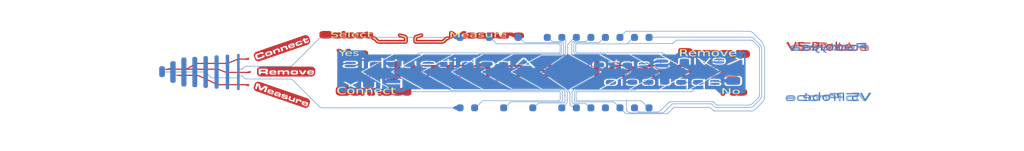
<source format=kicad_pcb>
(kicad_pcb (version 20240108) (generator "pcbnew") (generator_version "8.0")
  (layers (0 "F.Cu" signal) (31 "B.Cu" signal) (34 "B.Paste" user) (35 "F.Paste" user) (36 "B.SilkS" user "B.Silkscreen") (37 "F.SilkS" user "F.Silkscreen") (38 "B.Mask" user) (39 "F.Mask" user) (44 "Edge.Cuts" user))
  (net 0 "")
  (net 1 "Net-(J1-Pin_3)")
  (net 2 "Net-(J1-Pin_9)")
  (net 3 "Net-(J1-Pin_7)")
  (net 4 "Net-(J1-Pin_12)")
  (net 5 "Net-(J1-Pin_5)")
  (net 6 "Net-(J1-Pin_11)")
  (net 7 "Net-(J1-Pin_8)")
  (net 8 "Net-(J1-Pin_4)")
  (net 9 "Net-(J1-Pin_6)")
  (net 10 "Net-(J1-Pin_10)")
  (net 11 "Net-(J1-Pin_2)")
  (net 12 "Net-(J1-Pin_13)")
  (net 13 "Net-(J1-Pin_1)")
  (net 14 "Net-(J1-Pin_14)")
  (footprint "JumprlessFootprints:M1.6_Screw_Hole" (layer "F.Cu") (at 101.615794 82.971461)
    (property "Reference" "REF**" (hide yes))
    (property "Value" "M1.6_Screw_Hole" (hide yes))
  )
  (footprint "JumprlessFootprints:ProbePad_Remove" (layer "F.Cu") (at 91.217694 86.017638)
    (property "Reference" "REF**" (hide yes))
    (property "Value" "ProbePad_Remove" (hide yes))
  )
  (footprint "JumprlessFootprints:ProbePad_Measure" (layer "F.Cu") (at 90.824794 88.472559 -19)
    (property "Reference" "REF**" (hide yes))
    (property "Value" "ProbePad_Measure" (hide yes))
  )
  (footprint "JumprlessFootprints:M1.6_Screw_Hole" (layer "F.Cu") (at 181.248794 81.066461)
    (property "Reference" "REF**" (hide yes))
    (property "Value" "M1.6_Screw_Hole" (hide yes))
  )
  (footprint "JumprlessFootprints:M1.6_Screw_Hole" (layer "F.Cu") (at 101.615794 89.321461)
    (property "Reference" "REF**" (hide yes))
    (property "Value" "M1.6_Screw_Hole" (hide yes))
  )
  (footprint "JumprlessFootprints:ProbePad_Connect" (layer "F.Cu") (at 90.824794 83.541138 19)
    (property "Reference" "REF**" (hide yes))
    (property "Value" "ProbePad_Connect" (hide yes))
  )
  (footprint "JumprlessFootprints:Probe_Top_Needle_underside" (layer "F.Cu") (at 72.659794 86.146461)
    (property "Reference" "REF**" (hide yes))
    (property "Value" "Probe_Top_Needle_underside" (hide yes))
  )
  (footprint "JumprlessFootprints:M1.6_Screw_Hole" (layer "F.Cu") (at 181.248794 91.226461)
    (property "Reference" "REF**" (hide yes))
    (property "Value" "M1.6_Screw_Hole" (hide yes))
  )
  (footprint "JumperlessFootprints:Tiniest_Possible_pad" (layer "B.Cu") (at 162.838 83.330478 180)
    (property "Reference" "TP26" (hide yes))
    (property "Value" "TestPoint" (hide yes))
  )
  (footprint "JumperlessFootprints:Tiniest_Possible_pad" (layer "B.Cu") (at 162.838 88.918478 180)
    (property "Reference" "TP12" (hide yes))
    (property "Value" "TestPoint" (hide yes))
  )
  (footprint "JumperlessFootprints:Tiniest_Possible_pad" (layer "B.Cu") (at 129.437 83.330478 180)
    (property "Reference" "TP18" (hide yes))
    (property "Value" "TestPoint" (hide yes))
  )
  (footprint "JumperlessFootprints:Tiniest_Possible_pad" (layer "B.Cu") (at 157.758 83.330478 180)
    (property "Reference" "TP11" (hide yes))
    (property "Value" "TestPoint" (hide yes))
  )
  (footprint "JumperlessFootprints:Probe_capsense_connect" (layer "B.Cu") (at 159.663 80.079278 180)
    (property "Reference" "J2" (hide yes))
    (property "Value" "Conn_01x13_Socket" (hide yes))
  )
  (footprint "JumperlessFootprints:Tiniest_Possible_pad" (layer "B.Cu") (at 145.439 83.584478 180)
    (property "Reference" "TP22" (hide yes))
    (property "Value" "TestPoint" (hide yes))
  )
  (footprint "JumperlessFootprints:Tiniest_Possible_pad" (layer "B.Cu") (at 118.769 88.918478 180)
    (property "Reference" "TP2" (hide yes))
    (property "Value" "TestPoint" (hide yes))
  )
  (footprint "JumperlessFootprints:Tiniest_Possible_pad" (layer "B.Cu") (at 157.758 88.918478 180)
    (property "Reference" "TP25" (hide yes))
    (property "Value" "TestPoint" (hide yes))
  )
  (footprint "JumperlessFootprints:Tiniest_Possible_pad" (layer "B.Cu") (at 113.689 83.330478 180)
    (property "Reference" "TP15" (hide yes))
    (property "Value" "TestPoint" (hide yes))
  )
  (footprint "JumperlessFootprints:Probe_capsense_connect" (layer "B.Cu") (at 159.663 92.423678 180)
    (property "Reference" "J1" (hide yes))
    (property "Value" "Conn_01x13_Socket" (hide yes))
  )
  (footprint "JumperlessFootprints:Tiniest_Possible_pad" (layer "B.Cu") (at 124.23 88.918478 180)
    (property "Reference" "TP3" (hide yes))
    (property "Value" "TestPoint" (hide yes))
  )
  (footprint "JumperlessFootprints:Tiniest_Possible_pad" (layer "B.Cu") (at 167.918 88.918478 180)
    (property "Reference" "TP13" (hide yes))
    (property "Value" "TestPoint" (hide yes))
  )
  (footprint "JumperlessFootprints:Tiniest_Possible_pad" (layer "B.Cu") (at 145.439 88.791478 180)
    (property "Reference" "TP8" (hide yes))
    (property "Value" "TestPoint" (hide yes))
  )
  (footprint "JumperlessFootprints:Tiniest_Possible_pad" (layer "B.Cu") (at 118.769 83.330478 180)
    (property "Reference" "TP16" (hide yes))
    (property "Value" "TestPoint" (hide yes))
  )
  (footprint "JumperlessFootprints:Tiniest_Possible_pad" (layer "B.Cu") (at 144.090841 83.495577 180)
    (property "Reference" "TP21" (hide yes))
    (property "Value" "TestPoint" (hide yes))
  )
  (footprint "JumperlessFootprints:Tiniest_Possible_pad" (layer "B.Cu") (at 124.23 83.330478 180)
    (property "Reference" "TP17" (hide yes))
    (property "Value" "TestPoint" (hide yes))
  )
  (footprint "JumperlessFootprints:Tiniest_Possible_pad" (layer "B.Cu") (at 114.197 89.426478 180)
    (property "Reference" "TP1" (hide yes))
    (property "Value" "TestPoint" (hide yes))
  )
  (footprint "JumperlessFootprints:Tiniest_Possible_pad" (layer "B.Cu") (at 152.551 88.918478 180)
    (property "Reference" "TP10" (hide yes))
    (property "Value" "TestPoint" (hide yes))
  )
  (footprint "JumperlessFootprints:Tiniest_Possible_pad" (layer "B.Cu") (at 134.517 88.918478 180)
    (property "Reference" "TP5" (hide yes))
    (property "Value" "TestPoint" (hide yes))
  )
  (footprint "JumperlessFootprints:Tiniest_Possible_pad" (layer "B.Cu") (at 134.517 83.330478 180)
    (property "Reference" "TP19" (hide yes))
    (property "Value" "TestPoint" (hide yes))
  )
  (footprint "JumperlessFootprints:Tiniest_Possible_pad" (layer "B.Cu") (at 144.090841 88.880377 180)
    (property "Reference" "TP7" (hide yes))
    (property "Value" "TestPoint" (hide yes))
  )
  (footprint "JumperlessFootprints:Tiniest_Possible_pad" (layer "B.Cu") (at 147.217 83.330478 180)
    (property "Reference" "TP23" (hide yes))
    (property "Value" "TestPoint" (hide yes))
  )
  (footprint "JumperlessFootprints:Tiniest_Possible_pad" (layer "B.Cu") (at 139.724 83.330478 180)
    (property "Reference" "TP20" (hide yes))
    (property "Value" "TestPoint" (hide yes))
  )
  (footprint "JumperlessFootprints:Tiniest_Possible_pad" (layer "B.Cu") (at 167.791 82.822478 180)
    (property "Reference" "TP27" (hide yes))
    (property "Value" "TestPoint" (hide yes))
  )
  (footprint "JumperlessFootprints:Tiniest_Possible_pad" (layer "B.Cu") (at 152.551 83.330478 180)
    (property "Reference" "TP24" (hide yes))
    (property "Value" "TestPoint" (hide yes))
  )
  (footprint "JumperlessFootprints:Tiniest_Possible_pad" (layer "B.Cu") (at 87.908 89.045478 180)
    (property "Reference" "TP14" (hide yes))
    (property "Value" "TestPoint" (hide yes))
  )
  (footprint "JumperlessFootprints:Tiniest_Possible_pad" (layer "B.Cu") (at 139.724 88.918478 180)
    (property "Reference" "TP6" (hide yes))
    (property "Value" "TestPoint" (hide yes))
  )
  (footprint "JumperlessFootprints:Tiniest_Possible_pad" (layer "B.Cu") (at 129.437 88.918478 180)
    (property "Reference" "TP4" (hide yes))
    (property "Value" "TestPoint" (hide yes))
  )
  (footprint "JumperlessFootprints:Tiniest_Possible_pad" (layer "B.Cu") (at 147.217 88.918478 180)
    (property "Reference" "TP9" (hide yes))
    (property "Value" "TestPoint" (hide yes))
  )
  (footprint "JumperlessFootprints:Tiniest_Possible_pad" (layer "B.Cu") (at 87.908 83.076478 180)
    (property "Reference" "TP28" (hide yes))
    (property "Value" "TestPoint" (hide yes))
  )
  (gr_poly (pts (xy 133.615604 85.475201) (xy 133.818524 85.366586) (xy 134.096958 85.284252) (xy 134.272128 85.255138) (xy 134.617461 85.222008) (xy 134.984283 85.20507) (xy 135.320174 85.20077) (xy 136.046797 85.20077) (xy 136.428461 85.203207) (xy 136.780151 85.210519) (xy 137.177615 85.226514) (xy 137.528245 85.250125) (xy 137.887182 85.288512) (xy 138.220705 85.347159) (xy 138.260858 85.356756) (xy 138.535372 85.459505) (xy 138.711232 85.59056) (xy 138.814175 85.733459) (xy 138.866259 85.874095) (xy 138.887705 86.034326) (xy 138.888318 86.068723) (xy 138.878509 86.206152) (xy 138.840842 86.354755) (xy 138.774925 86.485564) (xy 138.662317 86.615685) (xy 138.486539 86.734737) (xy 138.236602 86.824785) (xy 137.888571 86.889105) (xy 137.503576 86.92428) (xy 137.113805 86.938752) (xy 136.898227 86.940561) (xy 135.065429 86.940561) (xy 134.700443 86.934824) (xy 134.359879 86.915483) (xy 134.143901 86.892017) (xy 133.852409 86.823573) (xy 133.638304 86.710473) (xy 133.615604 86.692019) (xy 133.615604 87.686185) (xy 132.930014 87.686185) (xy 132.930014 86.072607) (xy 133.625862 86.072607) (xy 133.63805 86.203026) (xy 133.684853 86.336459) (xy 133.801861 86.475222) (xy 134.035876 86.585759) (xy 134.125094 86.605288) (xy 134.479633 86.647214) (xy 134.855991 86.670336) (xy 135.248648 86.683549) (xy 135.625266 86.689902) (xy 136.046797 86.692019) (xy 136.423883 86.68957) (xy 136.821067 86.680164) (xy 137.208177 86.660276) (xy 137.55001 86.62579) (xy 137.73598 86.591696) (xy 137.973488 86.485861) (xy 138.084298 86.362581) (xy 138.138481 86.222722) (xy 138.153147 86.079079) (xy 138.139202 85.927435) (xy 138.087684 85.780713) (xy 137.982324 85.652852) (xy 137.756497 85.546398) (xy 137.418096 85.4952) (xy 137.073528 85.470644) (xy 136.707599 85.456991) (xy 136.352887 85.450828) (xy 136.036539 85.449311) (xy 135.056881 85.449311) (xy 134.752554 85.456431) (xy 134.414443 85.483156) (xy 134.371291 85.487499) (xy 134.036848 85.542262) (xy 133.806088 85.647085) (xy 133.783154 85.664843) (xy 133.687304 85.795607) (xy 133.641222 85.924879) (xy 133.626015 86.057004) (xy 133.625862 86.072607) (xy 132.930014 86.072607) (xy 132.930014 85.196886) (xy 133.615604 85.196886)) (stroke (width 0.1)) (fill none) (layer "F.Cu"))
  (gr_arc (start 117.014213 79.957778) (mid 117.127789 80.062927) (end 117.1702 80.211778) (stroke (width 0.7)) (layer "F.Cu"))
  (gr_poly (pts (xy 174.560112 90.015061) (xy 174.225108 90.015061) (xy 172.670112 89.170957) (xy 172.670112 90.015061) (xy 172.46612 90.015061) (xy 172.46612 89.077168) (xy 172.806399 89.084739) (xy 174.35612 89.926156) (xy 174.35612 89.077168) (xy 174.560112 89.077168)) (stroke (width 0.6)) (fill none) (layer "F.Cu"))
  (gr_line (start 118.977187 79.957778) (end 119.866188 79.703778) (stroke (width 0.7)) (layer "F.Cu"))
  (gr_poly (pts (xy 113.945697 89.21922) (xy 114.036424 89.221205) (xy 114.098383 89.223613) (xy 114.191628 89.229766) (xy 114.282591 89.24032) (xy 114.366775 89.259027) (xy 114.446285 89.293622) (xy 114.506667 89.337815) (xy 114.512082 89.342902) (xy 114.553523 89.396925) (xy 114.578974 89.45787) (xy 114.592453 89.521174) (xy 114.597476 89.582847) (xy 114.597811 89.604925) (xy 114.595173 89.650061) (xy 113.262193 89.650061) (xy 113.266744 89.710116) (xy 113.28422 89.770017) (xy 113.308795 89.809796) (xy 113.370524 89.851767) (xy 113.456789 89.876579) (xy 113.511467 89.885121) (xy 113.640281 89.893913) (xy 113.975285 89.893913) (xy 114.068948 89.893076) (xy 114.156415 89.890103) (xy 114.246151 89.880931) (xy 114.287867 89.873104) (xy 114.366198 89.843067) (xy 114.373596 89.83764) (xy 114.40828 89.78348) (xy 114.408767 89.781366) (xy 114.595173 89.781366) (xy 114.58344 89.845205) (xy 114.542192 89.902529) (xy 114.471245 89.944505) (xy 114.407448 89.963962) (xy 114.320059 89.980522) (xy 114.222151 89.993014) (xy 114.129858 90.000484) (xy 114.029837 90.004966) (xy 113.940583 90.006419) (xy 113.922089 90.006461) (xy 113.821886 90.00601) (xy 113.730657 90.004657) (xy 113.633027 90.001844) (xy 113.535456 89.996922) (xy 113.445482 89.989132) (xy 113.43585 89.987996) (xy 113.346351 89.97009) (xy 113.266899 89.939819) (xy 113.197493 89.897183) (xy 113.184817 89.887172) (xy 113.136788 89.832456) (xy 113.107291 89.769455) (xy 113.091669 89.703239) (xy 113.085847 89.638245) (xy 113.085459 89.61489) (xy 113.088872 89.546014) (xy 113.090286 89.537514) (xy 113.267029 89.537514) (xy 114.413603 89.537514) (xy 114.40633 89.478512) (xy 114.398216 89.453983) (xy 114.356345 89.401325) (xy 114.337985 89.38921) (xy 114.260602 89.360107) (xy 114.194224 89.346712) (xy 114.105481 89.337677) (xy 114.079479 89.335867) (xy 113.991282 89.331952) (xy 113.927364 89.331178) (xy 113.788439 89.331178) (xy 113.698056 89.33218) (xy 113.60756 89.335596) (xy 113.526415 89.341436) (xy 113.44033 89.353634) (xy 113.361551 89.379538) (xy 113.301951 89.424876) (xy 113.284615 89.44988) (xy 113.271865 89.49062) (xy 113.267029 89.537514) (xy 113.090286 89.537514) (xy 113.099112 89.484465) (xy 113.12041 89.420278) (xy 113.157682 89.358728) (xy 113.216662 89.305972) (xy 113.225264 89.300696) (xy 113.309592 89.264793) (xy 113.406685 89.241792) (xy 113.507221 89.228328) (xy 113.603209 89.221516) (xy 113.710296 89.218711) (xy 113.733045 89.218631) (xy 113.854384 89.218631)) (stroke (width 0.6)) (fill none) (layer "F.Cu"))
  (gr_poly (pts (xy 168.20548 82.587802) (xy 168.296207 82.589787) (xy 168.358166 82.592195) (xy 168.451411 82.598348) (xy 168.542374 82.608902) (xy 168.626558 82.627609) (xy 168.706069 82.662204) (xy 168.76645 82.706397) (xy 168.771865 82.711484) (xy 168.813306 82.765507) (xy 168.838757 82.826452) (xy 168.852236 82.889756) (xy 168.857259 82.951429) (xy 168.857594 82.973507) (xy 168.854956 83.018643) (xy 167.521977 83.018643) (xy 167.526527 83.078698) (xy 167.544003 83.138599) (xy 167.568578 83.178378) (xy 167.630308 83.220349) (xy 167.716573 83.245161) (xy 167.771251 83.253703) (xy 167.900064 83.262495) (xy 168.235068 83.262495) (xy 168.328731 83.261658) (xy 168.416198 83.258685) (xy 168.505935 83.249513) (xy 168.54765 83.241686) (xy 168.625981 83.211649) (xy 168.633379 83.206222) (xy 168.668063 83.152062) (xy 168.66855 83.149948) (xy 168.854956 83.149948) (xy 168.843223 83.213787) (xy 168.801975 83.271111) (xy 168.731028 83.313087) (xy 168.667231 83.332544) (xy 168.579842 83.349104) (xy 168.481934 83.361596) (xy 168.389642 83.369066) (xy 168.289621 83.373548) (xy 168.200367 83.375001) (xy 168.181872 83.375043) (xy 168.08167 83.374592) (xy 167.990441 83.373239) (xy 167.89281 83.370426) (xy 167.795239 83.365504) (xy 167.705265 83.357714) (xy 167.695633 83.356578) (xy 167.606134 83.338672) (xy 167.526682 83.308401) (xy 167.457276 83.265765) (xy 167.4446 83.255754) (xy 167.396571 83.201038) (xy 167.367074 83.138037) (xy 167.351452 83.071821) (xy 167.345631 83.006827) (xy 167.345242 82.983472) (xy 167.348656 82.914596) (xy 167.35007 82.906096) (xy 167.526813 82.906096) (xy 168.673386 82.906096) (xy 168.666113 82.847094) (xy 168.657999 82.822565) (xy 168.616128 82.769907) (xy 168.597769 82.757792) (xy 168.520386 82.728689) (xy 168.454007 82.715294) (xy 168.365264 82.706259) (xy 168.339262 82.704449) (xy 168.251065 82.700534) (xy 168.187147 82.69976) (xy 168.048222 82.69976) (xy 167.957839 82.700762) (xy 167.867343 82.704178) (xy 167.786198 82.710018) (xy 167.700114 82.722216) (xy 167.621335 82.74812) (xy 167.561734 82.793458) (xy 167.544398 82.818462) (xy 167.531649 82.859202) (xy 167.526813 82.906096) (xy 167.35007 82.906096) (xy 167.358895 82.853047) (xy 167.380194 82.78886) (xy 167.417466 82.72731) (xy 167.476446 82.674554) (xy 167.485047 82.669278) (xy 167.569375 82.633375) (xy 167.666468 82.610374) (xy 167.767004 82.59691) (xy 167.862992 82.590098) (xy 167.970079 82.587293) (xy 167.992828 82.587213) (xy 168.114168 82.587213)) (stroke (width 0.6)) (fill none) (layer "F.Cu"))
  (gr_poly (pts (xy 187.808271 81.145506) (xy 186.175127 81.145506) (xy 186.162094 81.614452) (xy 186.223101 81.554551) (xy 186.298264 81.513335) (xy 186.384279 81.488584) (xy 186.479883 81.475361) (xy 186.502295 81.473768) (xy 186.705427 81.450321) (xy 187.086973 81.450321) (xy 187.184664 81.451582) (xy 187.276628 81.455365) (xy 187.379425 81.463235) (xy 187.473974 81.474737) (xy 187.573858 81.492746) (xy 187.613229 81.501978) (xy 187.704177 81.531882) (xy 187.778964 81.575707) (xy 187.830784 81.64391) (xy 187.838831 81.672704) (xy 187.859504 81.838667) (xy 187.8622 81.941615) (xy 187.85949 82.019119) (xy 187.849083 82.102135) (xy 187.830872 82.174254) (xy 187.799761 82.244621) (xy 187.751197 82.30688) (xy 187.67248 82.357531) (xy 187.588399 82.385465) (xy 187.500412 82.401428) (xy 187.397731 82.410023) (xy 187.321114 82.411661) (xy 186.499599 82.411661) (xy 186.39578 82.409059) (xy 186.302737 82.401253) (xy 186.207806 82.385571) (xy 186.117271 82.358975) (xy 186.070415 82.337655) (xy 186.003939 82.283794) (xy 185.963113 82.215725) (xy 185.941491 82.140574) (xy 185.933434 82.064578) (xy 185.932897 82.03687) (xy 185.935144 81.989609) (xy 186.133781 81.989609) (xy 186.138652 82.064789) (xy 186.157832 82.138101) (xy 186.19535 82.194773) (xy 186.272239 82.238571) (xy 186.364393 82.26157) (xy 186.43758 82.270977) (xy 187.334147 82.270977) (xy 187.425468 82.265847) (xy 187.51391 82.245646) (xy 187.581321 82.20613) (xy 187.626422 82.140684) (xy 187.646625 82.065378) (xy 187.650979 81.999134) (xy 187.648893 81.913628) (xy 187.642637 81.840384) (xy 187.627806 81.761799) (xy 187.595307 81.689338) (xy 187.591657 81.684794) (xy 187.514935 81.641929) (xy 187.41509 81.622764) (xy 187.312365 81.615551) (xy 187.243816 81.614452) (xy 186.60476 81.614452) (xy 186.505883 81.615669) (xy 186.411946 81.619876) (xy 186.321352 81.628892) (xy 186.314892 81.629839) (xy 186.229056 81.662812) (xy 186.177154 81.726332) (xy 186.174677 81.731688) (xy 185.963456 81.731688) (xy 185.986825 81.004822) (xy 187.808271 81.004822)) (stroke (width 0.09)) (fill none) (layer "F.Cu"))
  (gr_poly (pts (xy 109.248028 79.442114) (xy 109.340829 79.443074) (xy 109.431949 79.445037) (xy 109.515412 79.44835) (xy 109.531221 79.449245) (xy 109.612488 79.458385) (xy 109.694428 79.477612) (xy 109.751284 79.498372) (xy 109.806837 79.533441) (xy 109.837329 79.576644) (xy 109.848478 79.624748) (xy 109.848859 79.636623) (xy 109.6753 79.636623) (xy 109.66638 79.592248) (xy 109.652464 79.570758) (xy 109.598486 79.53591) (xy 109.581047 79.530109) (xy 109.50167 79.514893) (xy 109.436138 79.508372) (xy 109.348619 79.503446) (xy 109.260113 79.501239) (xy 109.187425 79.500763) (xy 109.158775 79.500763) (xy 109.067181 79.501107) (xy 108.979228 79.502462) (xy 108.913385 79.505111) (xy 108.830103 79.514718) (xy 108.76806 79.526414) (xy 108.697117 79.552191) (xy 108.665918 79.581845) (xy 108.648064 79.621842) (xy 108.639759 79.650101) (xy 108.635192 79.71314) (xy 108.635192 79.730313) (xy 108.637934 79.775664) (xy 108.647782 79.819547) (xy 108.670165 79.862479) (xy 108.692491 79.88465) (xy 108.755856 79.914957) (xy 108.833105 79.931006) (xy 108.851933 79.932907) (xy 109.035042 79.942689) (xy 109.337317 79.942689) (xy 109.426276 79.938179) (xy 109.507788 79.929845) (xy 109.550321 79.924647) (xy 109.624986 79.90507) (xy 109.671998 79.868893) (xy 109.690664 79.822141) (xy 109.691909 79.803568) (xy 109.865468 79.803568) (xy 109.860738 79.848112) (xy 109.843265 79.893163) (xy 109.807531 79.935531) (xy 109.747229 79.971568) (xy 109.730939 79.977904) (xy 109.656174 79.999017) (xy 109.566411 80.014097) (xy 109.475563 80.022344) (xy 109.388553 80.025737) (xy 109.341884 80.026162) (xy 109.156284 80.026162) (xy 109.067753 80.025312) (xy 108.965884 80.021863) (xy 108.873787 80.01576) (xy 108.791462 80.007003) (xy 108.705571 79.992993) (xy 108.623151 79.971817) (xy 108.558274 79.942155) (xy 108.509332 79.900717) (xy 108.480065 79.855827) (xy 108.464618 79.81181) (xy 108.457301 79.761786) (xy 108.456651 79.740095) (xy 108.457779 79.693285) (xy 108.462022 79.6479) (xy 108.4662 79.62532) (xy 108.488518 79.582442) (xy 108.528993 79.541982) (xy 108.536371 79.535978) (xy 108.592698 79.503362) (xy 108.663411 79.479747) (xy 108.734843 79.464896) (xy 108.816362 79.453758) (xy 108.905369 79.446265) (xy 108.990773 79.442665) (xy 109.058709 79.441854) (xy 109.158775 79.441854)) (stroke (width 0.5)) (fill none) (layer "F.Cu"))
  (gr_poly (pts (xy 106.789234 88.884061) (xy 106.884443 88.89488) (xy 106.92966 88.901213) (xy 107.014702 88.92118) (xy 107.08762 88.957953) (xy 107.138927 89.010243) (xy 107.170226 89.070584) (xy 107.188483 89.134729) (xy 107.196829 89.199571) (xy 107.198278 89.243837) (xy 106.996485 89.243837) (xy 106.996485 89.233872) (xy 106.993792 89.173701) (xy 106.983282 89.113307) (xy 106.982417 89.110187) (xy 106.947469 89.056072) (xy 106.920867 89.040724) (xy 106.835937 89.01955) (xy 106.744849 89.007185) (xy 106.726987 89.00526) (xy 106.63503 88.999963) (xy 106.563003 88.997054) (xy 106.468476 88.994529) (xy 106.374989 88.993592) (xy 106.344063 88.993537) (xy 105.791879 88.993537) (xy 105.702775 88.996692) (xy 105.619541 89.007898) (xy 105.537404 89.033388) (xy 105.514908 89.046) (xy 105.464686 89.096117) (xy 105.443247 89.157375) (xy 105.434423 89.216415) (xy 105.426541 89.276663) (xy 105.422177 89.337176) (xy 105.421705 89.363125) (xy 105.419067 89.515825) (xy 105.420634 89.57939) (xy 105.426652 89.647204) (xy 105.437182 89.705785) (xy 105.458244 89.769533) (xy 105.483254 89.811848) (xy 105.544193 89.855125) (xy 105.634646 89.880369) (xy 105.728319 89.891028) (xy 105.824852 89.893913) (xy 106.593338 89.893913) (xy 106.687155 89.892202) (xy 106.778249 89.886057) (xy 106.867928 89.872089) (xy 106.914712 89.858156) (xy 106.974204 89.811403) (xy 106.999328 89.751674) (xy 107.006507 89.689012) (xy 107.006597 89.68025) (xy 107.006597 89.635114) (xy 107.218502 89.635114) (xy 107.216065 89.700457) (xy 107.208756 89.758916) (xy 107.193552 89.819981) (xy 107.166946 89.878695) (xy 107.118704 89.93436) (xy 107.042158 89.972472) (xy 106.95406 89.993491) (xy 106.858655 90.005502) (xy 106.765125 90.011277) (xy 106.658844 90.013202) (xy 106.225361 90.006461) (xy 105.665703 90.006461) (xy 105.560603 89.994851) (xy 105.469515 89.975118) (xy 105.375363 89.939027) (xy 105.303106 89.890242) (xy 105.252745 89.828763) (xy 105.228221 89.77044) (xy 105.217711 89.703993) (xy 105.217273 89.686112) (xy 105.207162 89.473034) (xy 105.2098 89.283404) (xy 105.217541 89.224003) (xy 105.219911 89.213941) (xy 105.23547 89.154407) (xy 105.247608 89.110773) (xy 105.272427 89.053501) (xy 105.318194 88.999382) (xy 105.383109 88.955281) (xy 105.406317 88.944004) (xy 105.486113 88.915951) (xy 105.580584 88.89708) (xy 105.676878 88.888012) (xy 105.756708 88.885972) (xy 105.945752 88.880989) (xy 106.459688 88.880989) (xy 106.696652 88.879231)) (stroke (width 0.6)) (fill none) (layer "F.Cu"))
  (gr_poly (pts (xy 103.54092 79.193101) (xy 103.625649 79.196328) (xy 103.707446 79.200132) (xy 103.793942 79.204549) (xy 103.858584 79.215783) (xy 103.930456 79.239628) (xy 103.976089 79.262302) (xy 104.025136 79.300754) (xy 104.053747 79.345127) (xy 104.066826 79.392335) (xy 104.069096 79.425551) (xy 103.876438 79.425551) (xy 103.871828 79.381602) (xy 103.852355 79.342948) (xy 103.796628 79.309159) (xy 103.778863 79.303603) (xy 103.698081 79.292354) (xy 103.614156 79.284855) (xy 103.59783 79.283605) (xy 103.515018 79.279676) (xy 103.450429 79.277518) (xy 103.367285 79.275646) (xy 103.280136 79.274933) (xy 103.260262 79.27491) (xy 103.193413 79.27491) (xy 103.106607 79.276353) (xy 103.033971 79.278605) (xy 102.949376 79.281131) (xy 102.867471 79.2823) (xy 102.778828 79.28718) (xy 102.691719 79.295105) (xy 102.623325 79.306212) (xy 102.552317 79.332127) (xy 102.528242 79.35273) (xy 102.50847 79.397158) (xy 102.50582 79.424464) (xy 102.515093 79.469144) (xy 102.549962 79.508833) (xy 102.584295 79.526196) (xy 102.663069 79.543648) (xy 102.746851 79.551466) (xy 102.817645 79.553151) (xy 103.538454 79.553151) (xy 103.622379 79.553947) (xy 103.638521 79.554455) (xy 103.72338 79.559754) (xy 103.767237 79.56315) (xy 103.856662 79.571803) (xy 103.934976 79.588522) (xy 104.00829 79.61623) (xy 104.014288 79.619233) (xy 104.064649 79.65609) (xy 104.094026 79.700477) (xy 104.107456 79.748853) (xy 104.109787 79.783352) (xy 104.105489 79.828335) (xy 104.090833 79.871882) (xy 104.065775 79.909213) (xy 104.018776 79.945964) (xy 103.949301 79.975324) (xy 103.909655 79.986382) (xy 103.826975 80.001248) (xy 103.737234 80.011492) (xy 103.653884 80.017466) (xy 103.564099 80.02167) (xy 103.480596 80.024251) (xy 103.393615 80.025745) (xy 103.314655 80.026162) (xy 102.919787 80.026162) (xy 102.83491 80.024702) (xy 102.811417 80.02377) (xy 102.728257 80.019144) (xy 102.637949 80.013366) (xy 102.611284 80.011597) (xy 102.526425 80.001365) (xy 102.448067 79.980597) (xy 102.385408 79.949862) (xy 102.343368 79.909686) (xy 102.320947 79.866449) (xy 102.309502 79.820525) (xy 102.305765 79.775151) (xy 102.305688 79.767049) (xy 102.498346 79.767049) (xy 102.498346 79.784439) (xy 102.501841 79.829963) (xy 102.516958 79.873903) (xy 102.519522 79.877911) (xy 102.575219 79.910483) (xy 102.636197 79.923995) (xy 102.717987 79.933721) (xy 102.751626 79.937037) (xy 102.838174 79.942021) (xy 102.888646 79.942689) (xy 103.19798 79.942689) (xy 103.287345 79.942284) (xy 103.371396 79.941069) (xy 103.462741 79.938627) (xy 103.546853 79.935083) (xy 103.613193 79.931168) (xy 103.700477 79.922983) (xy 103.784144 79.908683) (xy 103.846542 79.887693) (xy 103.891843 79.848231) (xy 103.908114 79.802974) (xy 103.909655 79.780526) (xy 103.90325 79.733453) (xy 103.878027 79.690536) (xy 103.828688 79.662056) (xy 103.745223 79.64559) (xy 103.656958 79.638635) (xy 103.571281 79.636648) (xy 103.55963 79.636623) (xy 102.76948 79.636623) (xy 102.678298 79.634512) (xy 102.585232 79.626928) (xy 102.504051 79.613827) (xy 102.42693 79.592496) (xy 102.36168 79.558909) (xy 102.323617 79.518408) (xy 102.306217 79.474236) (xy 102.303196 79.442724) (xy 102.307236 79.398163) (xy 102.321201 79.353974) (xy 102.348083 79.31184) (xy 102.354267 79.304907) (xy 102.403139 79.268021) (xy 102.473148 79.239206) (xy 102.531563 79.224478) (xy 102.614167 79.211096) (xy 102.674397 79.203175) (xy 102.760214 79.195617) (xy 102.82678 79.193828) (xy 102.913793 79.192782) (xy 103.00584 79.192035) (xy 103.090512 79.191626) (xy 103.179037 79.191446) (xy 103.205039 79.191437) (xy 103.454997 79.191437)) (stroke (width 0.5)) (fill none) (layer "F.Cu"))
  (gr_poly (pts (xy 143.53648 85.20207) (xy 143.889306 85.206454) (xy 144.130258 85.211773) (xy 144.492876 85.225359) (xy 144.846622 85.248666) (xy 145.174003 85.289978) (xy 145.483212 85.366376) (xy 145.718028 85.463968) (xy 145.739086 85.475201) (xy 145.900247 85.594504) (xy 145.999222 85.72909) (xy 146.05164 85.868887) (xy 146.071175 86.005081) (xy 146.072477 86.053837) (xy 146.062219 86.153512) (xy 140.878409 86.153512) (xy 140.896107 86.286134) (xy 140.964068 86.418414) (xy 141.059637 86.50626) (xy 141.299696 86.598945) (xy 141.635172 86.653738) (xy 141.847809 86.672602) (xy 142.348751 86.692019) (xy 143.651542 86.692019) (xy 144.015788 86.69017) (xy 144.355939 86.683605) (xy 144.704913 86.663349) (xy 144.867139 86.646065) (xy 145.171759 86.579732) (xy 145.20053 86.567748) (xy 145.335413 86.448145) (xy 145.337306 86.443477) (xy 146.062219 86.443477) (xy 146.016591 86.584455) (xy 145.856182 86.711045) (xy 145.580277 86.803742) (xy 145.332177 86.84671) (xy 144.992331 86.883279) (xy 144.611579 86.910866) (xy 144.252662 86.927363) (xy 143.863692 86.937261) (xy 143.516593 86.940469) (xy 143.444668 86.940561) (xy 143.054994 86.939565) (xy 142.700214 86.936578) (xy 142.320541 86.930366) (xy 141.941098 86.919495) (xy 141.591197 86.902293) (xy 141.55374 86.899784) (xy 141.20569 86.860242) (xy 140.896708 86.793393) (xy 140.626796 86.69924) (xy 140.577502 86.677132) (xy 140.39072 86.556299) (xy 140.27601 86.417172) (xy 140.215259 86.270947) (xy 140.192619 86.127418) (xy 140.19111 86.075843) (xy 140.204383 85.923741) (xy 140.209882 85.904971) (xy 140.897216 85.904971) (xy 145.356113 85.904971) (xy 145.327829 85.774675) (xy 145.296274 85.720506) (xy 145.133443 85.604221) (xy 145.062045 85.577466) (xy 144.761111 85.513196) (xy 144.502973 85.483615) (xy 144.15786 85.463665) (xy 144.056741 85.459667) (xy 143.713753 85.45102) (xy 143.465185 85.449311) (xy 142.92492 85.449311) (xy 142.573429 85.451524) (xy 142.221502 85.459067) (xy 141.905939 85.471965) (xy 141.571165 85.498901) (xy 141.264801 85.556107) (xy 141.033023 85.656227) (xy 140.965604 85.711445) (xy 140.916022 85.801412) (xy 140.897216 85.904971) (xy 140.209882 85.904971) (xy 140.244204 85.78782) (xy 140.327031 85.646073) (xy 140.471978 85.510152) (xy 140.701345 85.393648) (xy 140.734794 85.381998) (xy 141.062736 85.302711) (xy 141.440321 85.251917) (xy 141.831294 85.222185) (xy 142.204582 85.207141) (xy 142.621029 85.200947) (xy 142.709498 85.20077) (xy 143.181375 85.20077)) (stroke (width 0.1)) (fill none) (layer "F.Cu"))
  (gr_poly (pts (xy 134.916473 79.56832) (xy 134.961482 79.52818) (xy 135.028513 79.498817) (xy 135.04602 79.493543) (xy 135.126769 79.477949) (xy 135.21444 79.470005) (xy 135.308694 79.466581) (xy 135.361581 79.466153) (xy 135.456549 79.467135) (xy 135.54215 79.470081) (xy 135.632508 79.476207) (xy 135.720878 79.486928) (xy 135.799392 79.503894) (xy 135.80752 79.506368) (xy 135.869139 79.537567) (xy 135.906982 79.579908) (xy 135.927023 79.628235) (xy 135.934492 79.678036) (xy 135.93499 79.696355) (xy 135.932499 79.722657) (xy 135.76849 79.722657) (xy 135.76439 79.676098) (xy 135.747733 79.6294) (xy 135.710831 79.590232) (xy 135.702886 79.585493) (xy 135.62532 79.56227) (xy 135.542797 79.553129) (xy 135.449647 79.549766) (xy 135.423448 79.549626) (xy 135.366149 79.549626) (xy 135.280093 79.550833) (xy 135.192018 79.555294) (xy 135.107613 79.564417) (xy 135.026484 79.581858) (xy 135.019861 79.583971) (xy 134.960999 79.617088) (xy 134.931012 79.658321) (xy 134.918089 79.705654) (xy 134.916473 79.733091) (xy 134.916473 80.050461) (xy 134.749973 80.050461) (xy 134.749973 79.464849) (xy 134.916473 79.464849)) (stroke (width 0.5)) (fill none) (layer "F.Cu"))
  (gr_poly (pts (xy 166.531622 82.251239) (xy 166.629098 82.257641) (xy 166.727856 82.271179) (xy 166.8105 82.291253) (xy 166.877029 82.317862) (xy 166.941635 82.366613) (xy 166.981312 82.42758) (xy 167.002325 82.494541) (xy 167.010156 82.562049) (xy 167.010679 82.586627) (xy 167.007544 82.648446) (xy 166.996285 82.708141) (xy 166.970697 82.766324) (xy 166.945173 82.796187) (xy 166.873354 82.834504) (xy 166.78971 82.856696) (xy 166.693931 82.871713) (xy 166.652814 82.876201) (xy 166.747276 82.887919) (xy 166.832638 82.906296) (xy 166.898571 82.930423) (xy 166.95447 82.977074) (xy 166.977469 83.036617) (xy 166.980344 83.073158) (xy 166.980344 83.375043) (xy 166.77899 83.375043) (xy 166.77899 83.12826) (xy 166.7728 83.06624) (xy 166.748421 83.007817) (xy 166.700734 82.965887) (xy 166.617483 82.93932) (xy 166.52619 82.9281) (xy 166.436092 82.924894) (xy 166.423763 82.924854) (xy 165.27675 82.924854) (xy 165.27675 83.375043) (xy 165.072758 83.375043) (xy 165.072758 82.812307) (xy 165.27675 82.812307) (xy 166.4031 82.812307) (xy 166.491823 82.810091) (xy 166.587967 82.80073) (xy 166.678085 82.779339) (xy 166.709087 82.765999) (xy 166.76374 82.71757) (xy 166.790015 82.656622) (xy 166.798423 82.594385) (xy 166.798773 82.576955) (xy 166.793031 82.516431) (xy 166.769701 82.456851) (xy 166.718016 82.408931) (xy 166.706889 82.403444) (xy 166.620418 82.378261) (xy 166.53252 82.367002) (xy 166.437806 82.362482) (xy 166.398264 82.362119) (xy 165.27675 82.362119) (xy 165.27675 82.812307) (xy 165.072758 82.812307) (xy 165.072758 82.249571) (xy 166.441348 82.249571)) (stroke (width 0.6)) (fill none) (layer "F.Cu"))
  (gr_poly (pts (xy 107.522712 79.442291) (xy 107.608399 79.443763) (xy 107.666916 79.44555) (xy 107.75498 79.450113) (xy 107.84089 79.45794) (xy 107.920397 79.471815) (xy 107.99549 79.497473) (xy 108.052517 79.530249) (xy 108.057631 79.534022) (xy 108.09677 79.57409) (xy 108.120807 79.61929) (xy 108.133537 79.666241) (xy 108.138281 79.711982) (xy 108.138598 79.728356) (xy 108.136106 79.761832) (xy 106.877181 79.761832) (xy 106.881479 79.806373) (xy 106.897984 79.850799) (xy 106.921193 79.880302) (xy 106.979494 79.91143) (xy 107.060966 79.929832) (xy 107.112607 79.936168) (xy 107.234264 79.942689) (xy 107.550656 79.942689) (xy 107.639116 79.942068) (xy 107.721724 79.939863) (xy 107.806475 79.93306) (xy 107.845872 79.927255) (xy 107.919852 79.904978) (xy 107.926839 79.900953) (xy 107.959596 79.860784) (xy 107.960056 79.859217) (xy 108.136106 79.859217) (xy 108.125025 79.906564) (xy 108.086069 79.949079) (xy 108.019063 79.980211) (xy 107.95881 79.994642) (xy 107.876276 80.006923) (xy 107.783808 80.016189) (xy 107.696642 80.021729) (xy 107.602178 80.025053) (xy 107.517883 80.026131) (xy 107.500415 80.026162) (xy 107.40578 80.025827) (xy 107.319619 80.024824) (xy 107.227413 80.022738) (xy 107.135262 80.019087) (xy 107.050287 80.013309) (xy 107.04119 80.012467) (xy 106.956663 79.999186) (xy 106.881625 79.976736) (xy 106.816075 79.945114) (xy 106.804103 79.937689) (xy 106.758742 79.897108) (xy 106.730884 79.850382) (xy 106.71613 79.801272) (xy 106.710632 79.753068) (xy 106.710265 79.735747) (xy 106.713489 79.684664) (xy 106.714825 79.67836) (xy 106.881748 79.67836) (xy 107.964623 79.67836) (xy 107.957754 79.6346) (xy 107.950091 79.616407) (xy 107.910546 79.577353) (xy 107.893207 79.568367) (xy 107.820123 79.546783) (xy 107.757432 79.536848) (xy 107.673619 79.530147) (xy 107.649062 79.528805) (xy 107.565764 79.525901) (xy 107.505398 79.525327) (xy 107.374191 79.525327) (xy 107.288829 79.52607) (xy 107.203361 79.528603) (xy 107.126724 79.532935) (xy 107.045422 79.541982) (xy 106.971019 79.561194) (xy 106.91473 79.594819) (xy 106.898357 79.613364) (xy 106.886316 79.64358) (xy 106.881748 79.67836) (xy 106.714825 79.67836) (xy 106.72316 79.639015) (xy 106.743275 79.591409) (xy 106.778476 79.54576) (xy 106.83418 79.506633) (xy 106.842303 79.50272) (xy 106.921946 79.476091) (xy 107.013645 79.459032) (xy 107.108596 79.449047) (xy 107.199251 79.443994) (xy 107.300389 79.441914) (xy 107.321874 79.441854) (xy 107.436473 79.441854)) (stroke (width 0.5)) (fill none) (layer "F.Cu"))
  (gr_poly (pts (xy 130.589595 79.46315) (xy 130.678677 79.472056) (xy 130.73528 79.479848) (xy 130.814728 79.497109) (xy 130.878395 79.527537) (xy 130.903026 79.548974) (xy 130.932882 79.592931) (xy 130.947236 79.636194) (xy 130.951973 79.680286) (xy 130.952021 79.685486) (xy 130.952021 80.050461) (xy 130.785521 80.050461) (xy 130.785521 79.966988) (xy 130.737979 80.003073) (xy 130.680887 80.029158) (xy 130.611546 80.044157) (xy 130.528504 80.050461) (xy 130.076337 80.050461) (xy 129.988938 80.049447) (xy 129.896877 80.045554) (xy 129.807148 80.037324) (xy 129.727907 80.023052) (xy 129.684791 80.008942) (xy 129.629948 79.975907) (xy 129.597869 79.934191) (xy 129.588462 79.888733) (xy 129.589113 79.883081) (xy 129.767004 79.883081) (xy 129.788998 79.926938) (xy 129.818075 79.944381) (xy 129.896239 79.961336) (xy 129.981408 79.966436) (xy 130.028588 79.966988) (xy 130.485737 79.966988) (xy 130.556738 79.964814) (xy 130.64152 79.955685) (xy 130.6867 79.950033) (xy 130.760815 79.925198) (xy 130.785135 79.883406) (xy 130.785521 79.875907) (xy 130.766654 79.831722) (xy 130.718671 79.81026) (xy 130.636313 79.79694) (xy 130.561721 79.790479) (xy 130.378612 79.786131) (xy 130.231212 79.786131) (xy 130.142931 79.786389) (xy 130.057244 79.787405) (xy 129.991634 79.789392) (xy 129.906738 79.796573) (xy 129.865409 79.802652) (xy 129.794214 79.827418) (xy 129.786934 79.833736) (xy 129.767315 79.876081) (xy 129.767004 79.883081) (xy 129.589113 79.883081) (xy 129.593619 79.843986) (xy 129.613926 79.800271) (xy 129.65365 79.76635) (xy 129.721783 79.7405) (xy 129.804262 79.726406) (xy 129.840911 79.723527) (xy 130.054746 79.716571) (xy 130.22872 79.716571) (xy 130.542621 79.702659) (xy 130.625367 79.70634) (xy 130.680472 79.715701) (xy 130.74838 79.743866) (xy 130.785521 79.767437) (xy 130.785521 79.70505) (xy 130.781576 79.659673) (xy 130.769743 79.622664) (xy 130.727816 79.584415) (xy 130.695004 79.571581) (xy 130.617159 79.556327) (xy 130.614038 79.55593) (xy 130.531125 79.55002) (xy 130.499854 79.549626) (xy 130.140695 79.549626) (xy 130.060559 79.550713) (xy 129.977189 79.554201) (xy 129.953434 79.555495) (xy 129.872935 79.570698) (xy 129.853783 79.580059) (xy 129.821474 79.621876) (xy 129.81932 79.640489) (xy 129.638288 79.640489) (xy 129.644397 79.594445) (xy 129.668455 79.549938) (xy 129.715517 79.51615) (xy 129.791086 79.491376) (xy 129.87492 79.478505) (xy 129.910667 79.476153) (xy 129.998597 79.47238) (xy 130.085182 79.469018) (xy 130.098759 79.468545) (xy 130.185175 79.46649) (xy 130.235779 79.466153) (xy 130.504422 79.45985)) (stroke (width 0.5)) (fill none) (layer "F.Cu"))
  (gr_poly (pts (xy 148.195925 85.504974) (xy 148.381253 85.385455) (xy 148.657263 85.298027) (xy 148.729351 85.282323) (xy 149.061848 85.235892) (xy 149.422848 85.212238) (xy 149.81095 85.202044) (xy 150.028723 85.20077) (xy 150.419767 85.203693) (xy 150.772242 85.212463) (xy 151.144302 85.230705) (xy 151.508178 85.262628) (xy 151.831471 85.313143) (xy 151.864941 85.32051) (xy 152.118666 85.413406) (xy 152.274489 85.539477) (xy 152.357014 85.683371) (xy 152.387768 85.831655) (xy 152.389819 85.886201) (xy 152.37956 85.964517) (xy 151.704229 85.964517) (xy 151.687346 85.825886) (xy 151.618757 85.686842) (xy 151.466808 85.570217) (xy 151.434096 85.556107) (xy 151.114705 85.486961) (xy 150.774907 85.459741) (xy 150.391346 85.449729) (xy 150.283468 85.449311) (xy 150.04753 85.449311) (xy 149.693181 85.452907) (xy 149.330521 85.466189) (xy 148.982971 85.493353) (xy 148.648912 85.545284) (xy 148.62164 85.551576) (xy 148.379265 85.650181) (xy 148.255791 85.772953) (xy 148.202576 85.913891) (xy 148.195925 85.995585) (xy 148.195925 86.940561) (xy 147.510335 86.940561) (xy 147.510335 85.196886) (xy 148.195925 85.196886)) (stroke (width 0.1)) (fill none) (layer "F.Cu"))
  (gr_poly (pts (xy 106.401295 82.911833) (xy 106.401295 83.309461) (xy 106.219578 83.309461) (xy 106.219578 82.911833) (xy 105.359453 82.371568) (xy 105.616982 82.374743) (xy 106.30946 82.811449) (xy 107.006236 82.374743) (xy 107.263765 82.371568)) (stroke (width 0.6)) (fill none) (layer "F.Cu"))
  (gr_poly (pts (xy 132.425049 79.469506) (xy 132.505431 79.481097) (xy 132.576627 79.505934) (xy 132.581316 79.508542) (xy 132.626354 79.546814) (xy 132.649378 79.593282) (xy 132.655224 79.639402) (xy 132.488309 79.639402) (xy 132.473989 79.596453) (xy 132.44305 79.57332) (xy 132.364692 79.555209) (xy 132.3052 79.549626) (xy 131.805283 79.549626) (xy 131.720003 79.552173) (xy 131.661205 79.556147) (xy 131.579168 79.566372) (xy 131.529167 79.57832) (xy 131.482455 79.61492) (xy 131.479341 79.633098) (xy 131.493403 79.677201) (xy 131.529167 79.701137) (xy 131.612695 79.714024) (xy 131.6911 79.716571) (xy 131.979258 79.730483) (xy 132.291082 79.730483) (xy 132.377352 79.732012) (xy 132.463002 79.737504) (xy 132.550651 79.749986) (xy 132.59917 79.762437) (xy 132.659389 79.794982) (xy 132.690174 79.840176) (xy 132.697991 79.888081) (xy 132.690621 79.936963) (xy 132.664711 79.979939) (xy 132.607708 80.015184) (xy 132.580071 80.023288) (xy 132.494141 80.037617) (xy 132.407413 80.04526) (xy 132.318413 80.04916) (xy 132.232387 80.050434) (xy 132.217175 80.050461) (xy 131.686533 80.050461) (xy 131.602452 80.047635) (xy 131.515598 80.040526) (xy 131.502178 80.039157) (xy 131.423172 80.025488) (xy 131.354492 79.998572) (xy 131.340245 79.989378) (xy 131.30363 79.94953) (xy 131.288566 79.905837) (xy 131.286683 79.88069) (xy 131.288759 79.855691) (xy 131.45775 79.852431) (xy 131.460242 79.866126) (xy 131.468904 79.911471) (xy 131.5055 79.947642) (xy 131.581245 79.966854) (xy 131.666835 79.975425) (xy 131.674491 79.9759) (xy 131.967216 79.9809) (xy 132.017042 79.9809) (xy 132.060224 79.981987) (xy 132.152817 79.981987) (xy 132.236581 79.981032) (xy 132.242087 79.9809) (xy 132.324299 79.975683) (xy 132.408599 79.96776) (xy 132.477513 79.953293) (xy 132.517443 79.91314) (xy 132.519449 79.895906) (xy 132.509787 79.852555) (xy 132.467994 79.81481) (xy 132.460904 79.811782) (xy 132.379337 79.793803) (xy 132.290237 79.78883) (xy 132.274474 79.78874) (xy 131.972199 79.787653) (xy 131.684041 79.787653) (xy 131.595653 79.785764) (xy 131.50974 79.779125) (xy 131.424183 79.764519) (xy 131.398375 79.757437) (xy 131.338915 79.725687) (xy 131.308518 79.6809) (xy 131.3008 79.633098) (xy 131.308223 79.588587) (xy 131.337455 79.543804) (xy 131.388865 79.509604) (xy 131.394638 79.50702) (xy 131.468563 79.483753) (xy 131.551605 79.470982) (xy 131.63924 79.466313) (xy 131.660374 79.466153) (xy 132.336341 79.466153)) (stroke (width 0.5)) (fill none) (layer "F.Cu"))
  (gr_line (start 117.014213 79.957778) (end 116.125212 79.703778) (stroke (width 0.7)) (layer "F.Cu"))
  (gr_poly (pts (xy 110.414794 79.441854) (xy 111.188336 79.441854) (xy 111.188336 79.525327) (xy 110.414794 79.525327) (xy 110.414794 79.790961) (xy 110.419885 79.837289) (xy 110.439934 79.881257) (xy 110.479152 79.913343) (xy 110.560091 79.933404) (xy 110.645834 79.940855) (xy 110.731186 79.942689) (xy 110.821591 79.941056) (xy 110.904553 79.935409) (xy 110.984882 79.922038) (xy 111.044672 79.888454) (xy 111.063902 79.842119) (xy 111.064602 79.829001) (xy 111.062111 79.768136) (xy 111.216986 79.768136) (xy 111.215181 79.814524) (xy 111.208252 79.863352) (xy 111.193601 79.910891) (xy 111.168195 79.95279) (xy 111.143078 79.975513) (xy 111.07314 80.002222) (xy 110.982624 80.016467) (xy 110.894573 80.022996) (xy 110.807994 80.025716) (xy 110.750286 80.026162) (xy 110.657958 80.024962) (xy 110.562456 80.020529) (xy 110.480106 80.01283) (xy 110.393555 79.998133) (xy 110.369536 79.992033) (xy 110.3056 79.962076) (xy 110.268304 79.920595) (xy 110.251254 79.872174) (xy 110.248294 79.836392) (xy 110.248294 79.525327) (xy 109.976745 79.525327) (xy 109.976745 79.441854) (xy 110.248294 79.441854) (xy 110.248294 79.302734) (xy 110.414794 79.302734)) (stroke (width 0.5)) (fill none) (layer "F.Cu"))
  (gr_poly (pts (xy 190.383987 81.007745) (xy 190.485275 81.018547) (xy 190.581546 81.040638) (xy 190.665007 81.077916) (xy 190.679981 81.087986) (xy 190.735378 81.146272) (xy 190.769399 81.217398) (xy 190.787417 81.294547) (xy 190.794132 81.371754) (xy 190.79458 81.399762) (xy 190.792561 81.474731) (xy 190.784809 81.553454) (xy 190.773907 81.609689) (xy 190.749748 81.680545) (xy 190.701493 81.743491) (xy 190.693913 81.750007) (xy 190.619998 81.796566) (xy 190.540665 81.825111) (xy 190.452226 81.84053) (xy 190.355032 81.847437) (xy 190.27147 81.848925) (xy 189.068408 81.848925) (xy 189.068408 82.411661) (xy 188.859883 82.411661) (xy 188.859883 81.708241) (xy 189.068408 81.708241) (xy 190.145187 81.708241) (xy 190.248733 81.705769) (xy 190.347637 81.696891) (xy 190.442118 81.676712) (xy 190.488983 81.656584) (xy 190.543207 81.597113) (xy 190.567451 81.525664) (xy 190.577184 81.442837) (xy 190.577966 81.40709) (xy 190.572669 81.333178) (xy 190.551809 81.260945) (xy 190.511004 81.204857) (xy 190.430736 81.164285) (xy 190.337254 81.148346) (xy 190.26383 81.145506) (xy 189.068408 81.145506) (xy 189.068408 81.708241) (xy 188.859883 81.708241) (xy 188.859883 81.004822) (xy 190.284503 81.004822)) (stroke (width 0.09)) (fill none) (layer "F.Cu"))
  (gr_arc (start 124.16422 80.3658) (mid 124.32437 80.254315) (end 124.516009 80.217559) (stroke (width 0.7)) (layer "F.Cu"))
  (gr_arc (start 123.804852 80.725168) (mid 123.625575 80.822948) (end 123.42353 80.852559) (stroke (width 0.7)) (layer "F.Cu"))
  (gr_line (start 117.1702 80.748684) (end 117.1702 80.211778) (stroke (width 0.7)) (layer "F.Cu"))
  (gr_arc (start 111.475391 80.217559) (mid 111.667041 80.254291) (end 111.82718 80.3658) (stroke (width 0.7)) (layer "F.Cu"))
  (gr_poly (pts (xy 197.379603 81.427609) (xy 197.472346 81.430091) (xy 197.535682 81.433102) (xy 197.630999 81.440792) (xy 197.723984 81.453984) (xy 197.810038 81.477369) (xy 197.891316 81.520613) (xy 197.953039 81.575853) (xy 197.958574 81.582212) (xy 198.000936 81.649742) (xy 198.026953 81.725922) (xy 198.040731 81.805053) (xy 198.045866 81.882144) (xy 198.046208 81.909741) (xy 198.043512 81.966162) (xy 196.68091 81.966162) (xy 196.685563 82.04123) (xy 196.703426 82.116106) (xy 196.728548 82.16583) (xy 196.791649 82.218293) (xy 196.879831 82.249308) (xy 196.935724 82.259986) (xy 197.0674 82.270977) (xy 197.409848 82.270977) (xy 197.505593 82.26993) (xy 197.595004 82.266214) (xy 197.686734 82.254749) (xy 197.729377 82.244965) (xy 197.809448 82.207418) (xy 197.817011 82.200635) (xy 197.852466 82.132935) (xy 197.852963 82.130293) (xy 198.043512 82.130293) (xy 198.031518 82.210091) (xy 197.989354 82.281746) (xy 197.91683 82.334216) (xy 197.851615 82.358538) (xy 197.762284 82.379237) (xy 197.662201 82.394852) (xy 197.567857 82.40419) (xy 197.465613 82.409793) (xy 197.374376 82.411609) (xy 197.35547 82.411661) (xy 197.253041 82.411097) (xy 197.159785 82.409407) (xy 197.059985 82.40589) (xy 196.960246 82.399737) (xy 196.868272 82.39) (xy 196.858426 82.38858) (xy 196.766939 82.366197) (xy 196.685721 82.328358) (xy 196.614772 82.275064) (xy 196.601815 82.26255) (xy 196.552718 82.194154) (xy 196.522566 82.115403) (xy 196.506597 82.032634) (xy 196.500646 81.951391) (xy 196.500249 81.922198) (xy 196.503738 81.836102) (xy 196.505183 81.825478) (xy 196.685854 81.825478) (xy 197.857907 81.825478) (xy 197.850472 81.751725) (xy 197.842178 81.721064) (xy 197.799377 81.655242) (xy 197.780609 81.640097) (xy 197.701506 81.603719) (xy 197.633653 81.586975) (xy 197.542938 81.575682) (xy 197.516358 81.573419) (xy 197.426201 81.568525) (xy 197.360863 81.567557) (xy 197.21885 81.567557) (xy 197.126459 81.568809) (xy 197.033952 81.57308) (xy 196.951004 81.58038) (xy 196.863006 81.595627) (xy 196.782476 81.628007) (xy 196.721552 81.684679) (xy 196.70383 81.715935) (xy 196.690797 81.766859) (xy 196.685854 81.825478) (xy 196.505183 81.825478) (xy 196.514205 81.759166) (xy 196.535977 81.678932) (xy 196.574077 81.601995) (xy 196.634368 81.53605) (xy 196.64316 81.529455) (xy 196.729362 81.484576) (xy 196.828613 81.455825) (xy 196.931383 81.438995) (xy 197.029504 81.43048) (xy 197.138971 81.426974) (xy 197.162225 81.426873) (xy 197.286261 81.426873)) (stroke (width 0.09)) (fill none) (layer "F.Cu"))
  (gr_poly (pts (xy 154.056776 86.940561) (xy 153.371186 86.940561) (xy 153.371186 84.455145) (xy 154.056776 84.455145)) (stroke (width 0.1)) (fill none) (layer "F.Cu"))
  (gr_arc (start 117.1702 80.748684) (mid 117.141227 80.821967) (end 117.0686 80.852559) (stroke (width 0.7)) (layer "F.Cu"))
  (gr_poly (pts (xy 175.378292 82.587213) (xy 174.69026 83.375043) (xy 174.458571 83.375043) (xy 173.782849 82.587213) (xy 173.982004 82.579299) (xy 174.574196 83.268357) (xy 175.179136 82.578713)) (stroke (width 0.6)) (fill none) (layer "F.Cu"))
  (gr_poly (pts (xy 175.817299 89.358935) (xy 175.916547 89.360469) (xy 176.005161 89.363154) (xy 176.095105 89.367741) (xy 176.180175 89.3749) (xy 176.268901 89.390041) (xy 176.346034 89.415009) (xy 176.411576 89.449804) (xy 176.423294 89.457943) (xy 176.467711 89.501881) (xy 176.494989 89.551966) (xy 176.509435 89.604305) (xy 176.514819 89.655493) (xy 176.515178 89.673853) (xy 176.512678 89.727652) (xy 176.50252 89.787526) (xy 176.484548 89.839207) (xy 176.452667 89.890409) (xy 176.401252 89.935233) (xy 176.35515 89.957419) (xy 176.270243 89.979879) (xy 176.173757 89.99474) (xy 176.076633 90.004028) (xy 175.987991 90.009431) (xy 175.889622 90.013034) (xy 175.781527 90.014835) (xy 175.723831 90.015061) (xy 175.622543 90.01419) (xy 175.529044 90.01158) (xy 175.423126 90.00587) (xy 175.329379 89.997441) (xy 175.232949 89.983736) (xy 175.1426 89.962799) (xy 175.13164 89.959373) (xy 175.064831 89.92747) (xy 175.014432 89.8807) (xy 174.984293 89.82878) (xy 174.968386 89.777169) (xy 174.960851 89.717973) (xy 174.960181 89.692171) (xy 174.96052 89.685577) (xy 175.149225 89.685577) (xy 175.153028 89.736321) (xy 175.167075 89.786732) (xy 175.200344 89.837636) (xy 175.257376 89.875842) (xy 175.343191 89.899799) (xy 175.437686 89.912576) (xy 175.539212 89.919097) (xy 175.640232 89.921227) (xy 175.658325 89.921271) (xy 175.726469 89.921271) (xy 175.820244 89.92075) (xy 175.911795 89.918946) (xy 176.004088 89.915082) (xy 176.010914 89.914677) (xy 176.099115 89.906943) (xy 176.187888 89.892273) (xy 176.192484 89.891229) (xy 176.264355 89.860947) (xy 176.306279 89.814279) (xy 176.323981 89.765265) (xy 176.328772 89.714398) (xy 176.325859 89.660069) (xy 176.31562 89.606868) (xy 176.295596 89.55759) (xy 176.28217 89.536833) (xy 176.22994 89.494573) (xy 176.148977 89.469001) (xy 176.101919 89.462827) (xy 175.890014 89.452325) (xy 175.650851 89.452325) (xy 175.548667 89.453725) (xy 175.459403 89.457923) (xy 175.371593 89.46636) (xy 175.284538 89.482806) (xy 175.255178 89.492137) (xy 175.194855 89.532846) (xy 175.166712 89.57942) (xy 175.15295 89.631893) (xy 175.149225 89.685577) (xy 174.96052 89.685577) (xy 174.962964 89.638044) (xy 174.97131 89.589051) (xy 174.98808 89.538383) (xy 175.016519 89.489035) (xy 175.039316 89.462827) (xy 175.098281 89.42029) (xy 175.175707 89.39068) (xy 175.261175 89.375085) (xy 175.292987 89.372213) (xy 175.380338 89.365992) (xy 175.418723 89.363421) (xy 175.507528 89.359013) (xy 175.542261 89.358536) (xy 175.726469 89.358536)) (stroke (width 0.6)) (fill none) (layer "F.Cu"))
  (gr_arc (start 118.9228 80.852559) (mid 118.850174 80.821957) (end 118.8212 80.748684) (stroke (width 0.7)) (layer "F.Cu"))
  (gr_poly (pts (xy 108.130027 82.653426) (xy 108.210672 82.655081) (xy 108.265747 82.657088) (xy 108.348631 82.662215) (xy 108.429488 82.67101) (xy 108.504318 82.686599) (xy 108.574994 82.715429) (xy 108.628666 82.752256) (xy 108.633479 82.756495) (xy 108.670316 82.801515) (xy 108.692939 82.852302) (xy 108.70492 82.905055) (xy 108.709385 82.956449) (xy 108.709683 82.974848) (xy 108.707338 83.012461) (xy 107.522467 83.012461) (xy 107.526513 83.062507) (xy 107.542047 83.112424) (xy 107.563891 83.145574) (xy 107.618762 83.180549) (xy 107.695442 83.201226) (xy 107.744045 83.208344) (xy 107.858546 83.215671) (xy 108.156327 83.215671) (xy 108.239583 83.214974) (xy 108.317331 83.212496) (xy 108.397097 83.204853) (xy 108.434177 83.19833) (xy 108.503805 83.173299) (xy 108.510381 83.168777) (xy 108.541211 83.123643) (xy 108.541644 83.121882) (xy 108.707338 83.121882) (xy 108.696909 83.175081) (xy 108.660244 83.222851) (xy 108.59718 83.257831) (xy 108.540472 83.274045) (xy 108.462793 83.287845) (xy 108.375763 83.298255) (xy 108.293725 83.30448) (xy 108.204818 83.308215) (xy 108.125481 83.309426) (xy 108.109041 83.309461) (xy 108.019973 83.309085) (xy 107.93888 83.307958) (xy 107.852098 83.305614) (xy 107.765368 83.301511) (xy 107.68539 83.29502) (xy 107.676829 83.294073) (xy 107.597274 83.279151) (xy 107.52665 83.253926) (xy 107.464956 83.218396) (xy 107.453689 83.210054) (xy 107.410996 83.164456) (xy 107.384776 83.111956) (xy 107.37089 83.056776) (xy 107.365715 83.002614) (xy 107.36537 82.983152) (xy 107.368404 82.925755) (xy 107.369661 82.918672) (xy 107.526766 82.918672) (xy 108.545943 82.918672) (xy 108.539478 82.869504) (xy 108.532265 82.849063) (xy 108.495047 82.805181) (xy 108.478727 82.795085) (xy 108.409942 82.770833) (xy 108.350939 82.75967) (xy 108.272056 82.752141) (xy 108.248943 82.750633) (xy 108.170546 82.74737) (xy 108.113731 82.746725) (xy 107.990241 82.746725) (xy 107.909901 82.74756) (xy 107.82946 82.750407) (xy 107.757331 82.755273) (xy 107.680812 82.765438) (xy 107.610786 82.787025) (xy 107.557808 82.824806) (xy 107.542398 82.845643) (xy 107.531065 82.879593) (xy 107.526766 82.918672) (xy 107.369661 82.918672) (xy 107.377506 82.874464) (xy 107.396438 82.820975) (xy 107.429569 82.769684) (xy 107.481996 82.72572) (xy 107.489641 82.721324) (xy 107.564599 82.691404) (xy 107.650904 82.672237) (xy 107.74027 82.661017) (xy 107.825593 82.65534) (xy 107.920781 82.653003) (xy 107.941002 82.652936) (xy 108.04886 82.652936)) (stroke (width 0.6)) (fill none) (layer "F.Cu"))
  (gr_poly (pts (xy 122.263196 85.475201) (xy 122.463144 85.357904) (xy 122.760158 85.278421) (xy 122.929979 85.254491) (xy 123.289161 85.223906) (xy 123.66583 85.207118) (xy 124.045658 85.20098) (xy 124.135317 85.20077) (xy 124.282352 85.20077) (xy 124.648844 85.203013) (xy 125.008816 85.210446) (xy 125.128653 85.214362) (xy 125.480851 85.232161) (xy 125.781759 85.258375) (xy 126.101559 85.307651) (xy 126.364259 85.391565) (xy 126.569857 85.510117) (xy 126.604124 85.537984) (xy 126.796465 85.417144) (xy 127.06975 85.319992) (xy 127.407683 85.260316) (xy 127.77784 85.228915) (xy 128.122291 85.212167) (xy 128.509698 85.202863) (xy 128.828444 85.20077) (xy 129.213661 85.204072) (xy 129.56682 85.21398) (xy 129.948297 85.234588) (xy 130.283612 85.264708) (xy 130.616469 85.311869) (xy 130.739888 85.336044) (xy 131.014402 85.422289) (xy 131.210483 85.546398) (xy 131.317715 85.686053) (xy 131.361833 85.828831) (xy 131.367348 85.908207) (xy 131.367348 86.940561) (xy 130.681759 86.940561) (xy 130.681759 85.923741) (xy 130.655044 85.789276) (xy 130.546519 85.657147) (xy 130.306092 85.551323) (xy 130.254334 85.539278) (xy 129.904279 85.488057) (xy 129.53252 85.461963) (xy 129.190266 85.451508) (xy 128.917348 85.449311) (xy 128.68141 85.449311) (xy 128.285407 85.453544) (xy 127.942419 85.466241) (xy 127.567567 85.496338) (xy 127.231537 85.555121) (xy 127.182003 85.569699) (xy 126.95488 85.675917) (xy 126.83877 85.80127) (xy 126.809288 85.923741) (xy 126.809288 86.940561) (xy 126.123698 86.940561) (xy 126.123698 85.923741) (xy 126.091642 85.78691) (xy 125.982328 85.663261) (xy 125.795436 85.567757) (xy 125.466117 85.500322) (xy 125.096421 85.46886) (xy 124.747201 85.454979) (xy 124.336312 85.449427) (xy 124.261835 85.449311) (xy 123.891704 85.452519) (xy 123.504296 85.464837) (xy 123.130568 85.490884) (xy 122.806634 85.53605) (xy 122.635911 85.580702) (xy 122.423711 85.686572) (xy 122.307238 85.81056) (xy 122.264652 85.944738) (xy 122.263196 85.977462) (xy 122.263196 86.940561) (xy 121.577606 86.940561) (xy 121.577606 85.196886) (xy 122.263196 85.196886)) (stroke (width 0.1)) (fill none) (layer "F.Cu"))
  (gr_poly (pts (xy 136.952137 79.46659) (xy 137.037824 79.468062) (xy 137.096341 79.469849) (xy 137.184405 79.474412) (xy 137.270315 79.482239) (xy 137.349822 79.496114) (xy 137.424915 79.521772) (xy 137.481942 79.554548) (xy 137.487056 79.558321) (xy 137.526195 79.598389) (xy 137.550232 79.643589) (xy 137.562962 79.69054) (xy 137.567706 79.736281) (xy 137.568022 79.752655) (xy 137.565531 79.786131) (xy 136.306606 79.786131) (xy 136.310904 79.830672) (xy 136.327409 79.875098) (xy 136.350618 79.904601) (xy 136.408918 79.935729) (xy 136.490391 79.954131) (xy 136.542031 79.960467) (xy 136.663689 79.966988) (xy 136.980081 79.966988) (xy 137.068541 79.966367) (xy 137.151149 79.964162) (xy 137.2359 79.957359) (xy 137.275297 79.951554) (xy 137.349277 79.929277) (xy 137.356264 79.925252) (xy 137.389021 79.885083) (xy 137.389481 79.883516) (xy 137.565531 79.883516) (xy 137.55445 79.930863) (xy 137.515494 79.973378) (xy 137.448488 80.00451) (xy 137.388235 80.018941) (xy 137.305701 80.031222) (xy 137.213233 80.040488) (xy 137.126067 80.046028) (xy 137.031603 80.049352) (xy 136.947308 80.05043) (xy 136.92984 80.050461) (xy 136.835205 80.050126) (xy 136.749044 80.049123) (xy 136.656838 80.047037) (xy 136.564687 80.043386) (xy 136.479711 80.037608) (xy 136.470615 80.036766) (xy 136.386088 80.023485) (xy 136.31105 80.001035) (xy 136.2455 79.969413) (xy 136.233528 79.961988) (xy 136.188167 79.921407) (xy 136.160309 79.874681) (xy 136.145555 79.825571) (xy 136.140057 79.777367) (xy 136.13969 79.760046) (xy 136.142914 79.708963) (xy 136.14425 79.702659) (xy 136.311173 79.702659) (xy 137.394048 79.702659) (xy 137.387179 79.658899) (xy 137.379516 79.640706) (xy 137.339971 79.601652) (xy 137.322632 79.592666) (xy 137.249548 79.571082) (xy 137.186857 79.561147) (xy 137.103044 79.554446) (xy 137.078486 79.553104) (xy 136.995189 79.5502) (xy 136.934823 79.549626) (xy 136.803616 79.549626) (xy 136.718254 79.550369) (xy 136.632785 79.552902) (xy 136.556149 79.557234) (xy 136.474846 79.566281) (xy 136.400444 79.585493) (xy 136.344155 79.619118) (xy 136.327782 79.637663) (xy 136.31574 79.667879) (xy 136.311173 79.702659) (xy 136.14425 79.702659) (xy 136.152585 79.663314) (xy 136.1727 79.615708) (xy 136.207901 79.570059) (xy 136.263604 79.530932) (xy 136.271728 79.527019) (xy 136.351371 79.50039) (xy 136.44307 79.483331) (xy 136.538021 79.473346) (xy 136.628676 79.468293) (xy 136.729813 79.466213) (xy 136.751299 79.466153) (xy 136.865897 79.466153)) (stroke (width 0.5)) (fill none) (layer "F.Cu"))
  (gr_line (start 123.42353 80.852559) (end 118.9228 80.852559) (stroke (width 0.7)) (layer "F.Cu"))
  (gr_poly (pts (xy 194.77183 81.586242) (xy 194.817297 81.520274) (xy 194.886035 81.469046) (xy 194.950694 81.444825) (xy 195.04434 81.426261) (xy 195.142929 81.416072) (xy 195.242615 81.412346) (xy 195.266178 81.412219) (xy 195.402797 81.412219) (xy 195.50503 81.413593) (xy 195.59916 81.417714) (xy 195.705427 81.42673) (xy 195.799032 81.44004) (xy 195.894645 81.461678) (xy 195.98315 81.494737) (xy 195.993767 81.500146) (xy 196.066515 81.558925) (xy 196.113119 81.634662) (xy 196.1404 81.717635) (xy 196.154202 81.79951) (xy 196.159398 81.873344) (xy 196.160048 81.913039) (xy 196.157513 81.989563) (xy 196.147215 82.075043) (xy 196.128995 82.149218) (xy 196.096675 82.223303) (xy 196.04455 82.28916) (xy 195.997812 82.322634) (xy 195.914017 82.357323) (xy 195.82179 82.380275) (xy 195.730548 82.39462) (xy 195.626228 82.404618) (xy 195.533355 82.409487) (xy 195.432112 82.411574) (xy 195.405494 82.411661) (xy 195.248201 82.411661) (xy 195.157225 82.410103) (xy 195.059382 82.403778) (xy 194.965259 82.389765) (xy 194.952042 82.386748) (xy 194.866896 82.352146) (xy 194.796611 82.297663) (xy 194.77183 82.270977) (xy 194.77183 82.411661) (xy 194.591618 82.411661) (xy 194.591618 81.913771) (xy 194.774527 81.913771) (xy 194.776269 81.987215) (xy 194.77947 82.027344) (xy 194.796541 82.101688) (xy 194.802839 82.119668) (xy 194.848566 82.187904) (xy 194.92373 82.232875) (xy 195.005971 82.257421) (xy 195.095122 82.270129) (xy 195.130007 82.270977) (xy 195.67334 82.270977) (xy 195.763154 82.25818) (xy 195.836924 82.237271) (xy 195.906869 82.191174) (xy 195.939839 82.134323) (xy 195.958271 82.061413) (xy 195.965855 81.98798) (xy 195.966803 81.947477) (xy 195.966803 81.905345) (xy 195.964078 81.822867) (xy 195.9545 81.743546) (xy 195.933428 81.66596) (xy 195.923211 81.643028) (xy 195.874597 81.580948) (xy 195.789675 81.543848) (xy 195.768615 81.54008) (xy 195.677539 81.531135) (xy 195.661656 81.529822) (xy 195.570461 81.52543) (xy 195.56773 81.525425) (xy 195.405494 81.523227) (xy 195.304827 81.523227) (xy 195.212611 81.527009) (xy 195.209552 81.527257) (xy 195.117712 81.529965) (xy 195.111582 81.530554) (xy 195.018533 81.541654) (xy 194.998781 81.54411) (xy 194.912031 81.564495) (xy 194.841176 81.615495) (xy 194.820816 81.646326) (xy 194.794462 81.718094) (xy 194.781036 81.792528) (xy 194.77525 81.870563) (xy 194.774527 81.913771) (xy 194.591618 81.913771) (xy 194.591618 81.004822) (xy 194.77183 81.004822)) (stroke (width 0.09)) (fill none) (layer "F.Cu"))
  (gr_poly (pts (xy 176.352836 82.587802) (xy 176.443562 82.589787) (xy 176.505522 82.592195) (xy 176.598766 82.598348) (xy 176.689729 82.608902) (xy 176.773913 82.627609) (xy 176.853424 82.662204) (xy 176.913805 82.706397) (xy 176.91922 82.711484) (xy 176.960661 82.765507) (xy 176.986112 82.826452) (xy 176.999591 82.889756) (xy 177.004614 82.951429) (xy 177.004949 82.973507) (xy 177.002311 83.018643) (xy 175.669332 83.018643) (xy 175.673883 83.078698) (xy 175.691358 83.138599) (xy 175.715933 83.178378) (xy 175.777663 83.220349) (xy 175.863928 83.245161) (xy 175.918606 83.253703) (xy 176.04742 83.262495) (xy 176.382423 83.262495) (xy 176.476086 83.261658) (xy 176.563554 83.258685) (xy 176.65329 83.249513) (xy 176.695005 83.241686) (xy 176.773336 83.211649) (xy 176.780734 83.206222) (xy 176.815418 83.152062) (xy 176.815905 83.149948) (xy 177.002311 83.149948) (xy 176.990579 83.213787) (xy 176.94933 83.271111) (xy 176.878384 83.313087) (xy 176.814586 83.332544) (xy 176.727197 83.349104) (xy 176.62929 83.361596) (xy 176.536997 83.369066) (xy 176.436976 83.373548) (xy 176.347722 83.375001) (xy 176.329227 83.375043) (xy 176.229025 83.374592) (xy 176.137796 83.373239) (xy 176.040166 83.370426) (xy 175.942595 83.365504) (xy 175.85262 83.357714) (xy 175.842988 83.356578) (xy 175.75349 83.338672) (xy 175.674037 83.308401) (xy 175.604631 83.265765) (xy 175.591956 83.255754) (xy 175.543926 83.201038) (xy 175.514429 83.138037) (xy 175.498807 83.071821) (xy 175.492986 83.006827) (xy 175.492598 82.983472) (xy 175.496011 82.914596) (xy 175.497425 82.906096) (xy 175.674168 82.906096) (xy 176.820741 82.906096) (xy 176.813468 82.847094) (xy 176.805354 82.822565) (xy 176.763483 82.769907) (xy 176.745124 82.757792) (xy 176.667741 82.728689) (xy 176.601362 82.715294) (xy 176.512619 82.706259) (xy 176.486617 82.704449) (xy 176.39842 82.700534) (xy 176.334503 82.69976) (xy 176.195577 82.69976) (xy 176.105194 82.700762) (xy 176.014698 82.704178) (xy 175.933554 82.710018) (xy 175.847469 82.722216) (xy 175.76869 82.74812) (xy 175.70909 82.793458) (xy 175.691753 82.818462) (xy 175.679004 82.859202) (xy 175.674168 82.906096) (xy 175.497425 82.906096) (xy 175.50625 82.853047) (xy 175.527549 82.78886) (xy 175.564821 82.72731) (xy 175.623801 82.674554) (xy 175.632402 82.669278) (xy 175.71673 82.633375) (xy 175.813823 82.610374) (xy 175.914359 82.59691) (xy 176.010348 82.590098) (xy 176.117434 82.587293) (xy 176.140183 82.587213) (xy 176.261523 82.587213)) (stroke (width 0.6)) (fill none) (layer "F.Cu"))
  (gr_poly (pts (xy 109.653652 89.379831) (xy 109.696259 89.322312) (xy 109.761573 89.275967) (xy 109.846213 89.247354) (xy 109.940932 89.232207) (xy 110.029258 89.224129) (xy 110.12874 89.219641) (xy 110.210672 89.218631) (xy 110.233093 89.218631) (xy 110.327148 89.219455) (xy 110.419757 89.222353) (xy 110.51396 89.228729) (xy 110.543038 89.23182) (xy 110.631116 89.245682) (xy 110.716209 89.272141) (xy 110.757581 89.291317) (xy 110.824034 89.333496) (xy 110.866848 89.385785) (xy 110.871886 89.397123) (xy 110.889242 89.458655) (xy 110.895688 89.519068) (xy 110.896066 89.53898) (xy 110.896066 90.006461) (xy 110.719332 90.006461) (xy 110.719332 89.557444) (xy 110.711913 89.492873) (xy 110.685831 89.435075) (xy 110.628451 89.38578) (xy 110.60063 89.373676) (xy 110.513922 89.351265) (xy 110.426132 89.339312) (xy 110.335882 89.333211) (xy 110.233093 89.331178) (xy 110.130383 89.33261) (xy 110.037565 89.336907) (xy 109.941779 89.34554) (xy 109.848796 89.360181) (xy 109.799611 89.371918) (xy 109.72264 89.409287) (xy 109.677741 89.46328) (xy 109.657215 89.527467) (xy 109.653652 89.575323) (xy 109.653652 90.006461) (xy 109.477357 90.006461) (xy 109.477357 89.216872) (xy 109.653652 89.216872)) (stroke (width 0.6)) (fill none) (layer "F.Cu"))
  (gr_poly (pts (xy 110.067144 82.656703) (xy 110.142798 82.669726) (xy 110.209806 82.697633) (xy 110.214219 82.700563) (xy 110.256607 82.743565) (xy 110.278277 82.795777) (xy 110.283779 82.847597) (xy 110.126682 82.847597) (xy 110.113205 82.79934) (xy 110.084086 82.773347) (xy 110.010337 82.752998) (xy 109.954345 82.746725) (xy 109.483835 82.746725) (xy 109.403571 82.749587) (xy 109.348232 82.754052) (xy 109.27102 82.765541) (xy 109.223961 82.778965) (xy 109.179997 82.820089) (xy 109.177066 82.840514) (xy 109.190301 82.890068) (xy 109.223961 82.916962) (xy 109.302576 82.931442) (xy 109.376368 82.934303) (xy 109.647576 82.949935) (xy 109.941058 82.949935) (xy 110.022253 82.951653) (xy 110.102865 82.957824) (xy 110.185358 82.971849) (xy 110.231023 82.985839) (xy 110.2877 83.022406) (xy 110.316674 83.073186) (xy 110.324031 83.127011) (xy 110.317094 83.181935) (xy 110.292708 83.230222) (xy 110.239059 83.269824) (xy 110.213047 83.27893) (xy 110.132172 83.29503) (xy 110.050546 83.303617) (xy 109.966781 83.308) (xy 109.885815 83.309431) (xy 109.871497 83.309461) (xy 109.37207 83.309461) (xy 109.292935 83.306285) (xy 109.21119 83.298298) (xy 109.19856 83.29676) (xy 109.124201 83.281402) (xy 109.059561 83.251159) (xy 109.046152 83.240828) (xy 109.011691 83.196055) (xy 108.997513 83.146963) (xy 108.99574 83.118707) (xy 108.997694 83.090619) (xy 109.156745 83.086955) (xy 109.15909 83.102343) (xy 109.167243 83.153293) (xy 109.201686 83.193934) (xy 109.272976 83.215521) (xy 109.353531 83.225151) (xy 109.360737 83.225685) (xy 109.636243 83.231303) (xy 109.683137 83.231303) (xy 109.723779 83.232524) (xy 109.810925 83.232524) (xy 109.889762 83.231451) (xy 109.894945 83.231303) (xy 109.972321 83.225441) (xy 110.051662 83.216538) (xy 110.116522 83.200284) (xy 110.154103 83.155168) (xy 110.155992 83.135804) (xy 110.146898 83.087094) (xy 110.107563 83.044685) (xy 110.10089 83.041282) (xy 110.024121 83.021081) (xy 109.940263 83.015493) (xy 109.925426 83.015392) (xy 109.640932 83.014171) (xy 109.369725 83.014171) (xy 109.286536 83.012049) (xy 109.205677 83.004589) (xy 109.125152 82.988178) (xy 109.100862 82.980221) (xy 109.0449 82.944546) (xy 109.016291 82.894224) (xy 109.009027 82.840514) (xy 109.016013 82.790501) (xy 109.043526 82.740184) (xy 109.091912 82.701757) (xy 109.097345 82.698853) (xy 109.166922 82.672711) (xy 109.245079 82.658362) (xy 109.327559 82.653115) (xy 109.34745 82.652936) (xy 109.983654 82.652936)) (stroke (width 0.6)) (fill none) (layer "F.Cu"))
  (gr_line (start 118.8212 80.748684) (end 118.8212 80.211778) (stroke (width 0.7)) (layer "F.Cu"))
  (gr_line (start 112.56787 80.852559) (end 117.0686 80.852559) (stroke (width 0.7)) (layer "F.Cu"))
  (gr_poly (pts (xy 106.363978 80.026162) (xy 106.197477 80.026162) (xy 106.197477 79.191437) (xy 106.363978 79.191437)) (stroke (width 0.5)) (fill none) (layer "F.Cu"))
  (gr_poly (pts (xy 108.410183 89.21911) (xy 108.509431 89.220951) (xy 108.598045 89.224173) (xy 108.687989 89.229677) (xy 108.773059 89.238268) (xy 108.861785 89.256437) (xy 108.938919 89.286399) (xy 109.004461 89.328153) (xy 109.016178 89.337919) (xy 109.060595 89.390645) (xy 109.087873 89.450747) (xy 109.102319 89.513554) (xy 109.107703 89.57498) (xy 109.108062 89.597012) (xy 109.105562 89.66157) (xy 109.095404 89.733419) (xy 109.077432 89.795436) (xy 109.045551 89.856879) (xy 108.994136 89.910668) (xy 108.948034 89.937291) (xy 108.863127 89.964243) (xy 108.766641 89.982076) (xy 108.669517 89.993221) (xy 108.580875 89.999706) (xy 108.482506 90.004029) (xy 108.374411 90.00619) (xy 108.316715 90.006461) (xy 108.215427 90.005416) (xy 108.121928 90.002284) (xy 108.01601 89.995432) (xy 107.922263 89.985317) (xy 107.825833 89.968872) (xy 107.735484 89.943747) (xy 107.724524 89.939636) (xy 107.657715 89.901352) (xy 107.607316 89.845228) (xy 107.577177 89.782923) (xy 107.56127 89.720991) (xy 107.553735 89.649956) (xy 107.553066 89.618994) (xy 107.553405 89.61108) (xy 107.742109 89.61108) (xy 107.745912 89.671973) (xy 107.759959 89.732467) (xy 107.793228 89.793551) (xy 107.85026 89.839398) (xy 107.936075 89.868147) (xy 108.03057 89.883479) (xy 108.132096 89.891305) (xy 108.233116 89.89386) (xy 108.251209 89.893913) (xy 108.319353 89.893913) (xy 108.413128 89.893287) (xy 108.504679 89.891124) (xy 108.596972 89.886487) (xy 108.603798 89.886) (xy 108.691999 89.876719) (xy 108.780772 89.859115) (xy 108.785368 89.857863) (xy 108.857239 89.821524) (xy 108.899163 89.765522) (xy 108.916865 89.706706) (xy 108.921656 89.645665) (xy 108.918743 89.58047) (xy 108.908504 89.516629) (xy 108.88848 89.457496) (xy 108.875054 89.432588) (xy 108.822824 89.381876) (xy 108.741861 89.351189) (xy 108.694803 89.343781) (xy 108.482898 89.331178) (xy 108.243735 89.331178) (xy 108.141551 89.332857) (xy 108.052287 89.337896) (xy 107.964477 89.34802) (xy 107.877422 89.367755) (xy 107.848062 89.378952) (xy 107.787739 89.427803) (xy 107.759596 89.483692) (xy 107.745834 89.54666) (xy 107.742109 89.61108) (xy 107.553405 89.61108) (xy 107.555848 89.554041) (xy 107.564194 89.49525) (xy 107.580964 89.434448) (xy 107.609403 89.375229) (xy 107.6322 89.343781) (xy 107.691165 89.292736) (xy 107.768591 89.257204) (xy 107.854059 89.23849) (xy 107.885871 89.235044) (xy 107.973222 89.227579) (xy 108.011607 89.224493) (xy 108.100412 89.219203) (xy 108.135145 89.218631) (xy 108.319353 89.218631)) (stroke (width 0.6)) (fill none) (layer "F.Cu"))
  (gr_poly (pts (xy 193.500729 81.427473) (xy 193.602182 81.429774) (xy 193.692766 81.433801) (xy 193.784708 81.440681) (xy 193.871668 81.45142) (xy 193.962366 81.474131) (xy 194.041214 81.511584) (xy 194.108213 81.563776) (xy 194.12019 81.575984) (xy 194.165594 81.641891) (xy 194.193478 81.717018) (xy 194.208246 81.795527) (xy 194.213749 81.872309) (xy 194.214116 81.89985) (xy 194.21156 81.980547) (xy 194.201177 82.070358) (xy 194.182805 82.14788) (xy 194.150216 82.224683) (xy 194.097659 82.29192) (xy 194.050532 82.325199) (xy 193.963739 82.358888) (xy 193.865108 82.381179) (xy 193.765826 82.395111) (xy 193.675214 82.403217) (xy 193.57466 82.408621) (xy 193.464162 82.411323) (xy 193.405184 82.411661) (xy 193.301645 82.410355) (xy 193.206069 82.40644) (xy 193.097796 82.397875) (xy 193.001966 82.385231) (xy 192.903393 82.364674) (xy 192.811036 82.333269) (xy 192.799833 82.328129) (xy 192.73154 82.280275) (xy 192.68002 82.21012) (xy 192.649211 82.132239) (xy 192.632951 82.054823) (xy 192.625249 81.96603) (xy 192.624564 81.927327) (xy 192.624911 81.917435) (xy 192.817809 81.917435) (xy 192.821696 81.993552) (xy 192.836055 82.069168) (xy 192.870063 82.145524) (xy 192.928363 82.202833) (xy 193.016085 82.238768) (xy 193.11268 82.257933) (xy 193.216462 82.267716) (xy 193.319727 82.27091) (xy 193.338222 82.270977) (xy 193.40788 82.270977) (xy 193.50374 82.270194) (xy 193.597325 82.267489) (xy 193.691669 82.261693) (xy 193.698647 82.261085) (xy 193.788807 82.249484) (xy 193.879554 82.227479) (xy 193.884252 82.225914) (xy 193.957719 82.18049) (xy 194.000575 82.110488) (xy 194.01867 82.036967) (xy 194.023568 81.960666) (xy 194.02059 81.879173) (xy 194.010123 81.799372) (xy 193.989654 81.725455) (xy 193.975931 81.694319) (xy 193.92254 81.630929) (xy 193.839778 81.592572) (xy 193.791674 81.583311) (xy 193.57506 81.567557) (xy 193.330582 81.567557) (xy 193.226127 81.569657) (xy 193.13488 81.575955) (xy 193.045119 81.58861) (xy 192.956128 81.613278) (xy 192.926116 81.627275) (xy 192.864453 81.688339) (xy 192.835684 81.7582) (xy 192.821617 81.836909) (xy 192.817809 81.917435) (xy 192.624911 81.917435) (xy 192.627408 81.846136) (xy 192.63594 81.772647) (xy 192.653082 81.696644) (xy 192.682153 81.622622) (xy 192.705458 81.583311) (xy 192.765732 81.519505) (xy 192.844879 81.47509) (xy 192.932246 81.451697) (xy 192.964765 81.44739) (xy 193.054058 81.438058) (xy 193.093296 81.434201) (xy 193.184074 81.427589) (xy 193.219579 81.426873) (xy 193.40788 81.426873)) (stroke (width 0.09)) (fill none) (layer "F.Cu"))
  (gr_poly (pts (xy 112.822233 86.088788) (xy 112.810629 86.229364) (xy 112.76607 86.379909) (xy 112.688092 86.510657) (xy 112.554879 86.638176) (xy 112.346936 86.750918) (xy 112.058211 86.833887) (xy 111.721777 86.887038) (xy 111.371155 86.918152) (xy 110.963071 86.935931) (xy 110.579107 86.940561) (xy 108.284689 86.940561) (xy 107.939093 86.93195) (xy 107.599023 86.901024) (xy 107.286438 86.839348) (xy 107.070802 86.760627) (xy 106.890633 86.646359) (xy 106.779983 86.522867) (xy 106.715923 86.378744) (xy 106.698088 86.235712) (xy 106.708346 86.03895) (xy 107.472582 86.03895) (xy 107.462324 86.110147) (xy 107.471241 86.245422) (xy 107.508913 86.387491) (xy 107.605004 86.521167) (xy 107.648681 86.551567) (xy 107.935443 86.631014) (xy 108.291742 86.670619) (xy 108.667662 86.692019) (xy 110.343168 86.692019) (xy 110.689282 86.689175) (xy 110.710754 86.688783) (xy 111.039016 86.673249) (xy 111.387815 86.64433) (xy 111.70067 86.578751) (xy 111.904097 86.474484) (xy 111.969093 86.398818) (xy 112.017479 86.267296) (xy 112.028932 86.150276) (xy 112.028932 84.455145) (xy 112.822233 84.455145)) (stroke (width 0.1)) (fill none) (layer "F.Cu"))
  (gr_poly (pts (xy 169.403623 82.711484) (xy 169.455039 82.658368) (xy 169.531414 82.622376) (xy 169.575082 82.611539) (xy 169.667443 82.597689) (xy 169.764301 82.590087) (xy 169.861971 82.587308) (xy 169.885026 82.587213) (xy 169.922835 82.587213) (xy 170.017076 82.588229) (xy 170.10964 82.591595) (xy 170.140455 82.593368) (xy 170.23102 82.601428) (xy 170.308397 82.613298) (xy 170.390631 82.635612) (xy 170.458182 82.673611) (xy 170.51105 82.727294) (xy 170.519862 82.739913) (xy 170.569321 82.685193) (xy 170.639594 82.6412) (xy 170.726492 82.614177) (xy 170.821675 82.599958) (xy 170.910248 82.592374) (xy 171.009867 82.588161) (xy 171.09183 82.587213) (xy 171.190886 82.588708) (xy 171.281698 82.593195) (xy 171.379792 82.602527) (xy 171.466016 82.616166) (xy 171.551608 82.637522) (xy 171.583344 82.648469) (xy 171.653934 82.687523) (xy 171.704354 82.743724) (xy 171.731928 82.806964) (xy 171.743273 82.871618) (xy 171.744691 82.907562) (xy 171.744691 83.375043) (xy 171.568397 83.375043) (xy 171.568397 82.914596) (xy 171.561527 82.853706) (xy 171.533621 82.793874) (xy 171.471797 82.745954) (xy 171.458487 82.7405) (xy 171.368473 82.717305) (xy 171.272878 82.705489) (xy 171.18487 82.700754) (xy 171.114691 82.69976) (xy 171.054021 82.69976) (xy 170.952192 82.701676) (xy 170.863995 82.707426) (xy 170.767604 82.721055) (xy 170.681197 82.747673) (xy 170.668459 82.754275) (xy 170.610056 82.802374) (xy 170.5802 82.859137) (xy 170.572619 82.914596) (xy 170.572619 83.375043) (xy 170.396324 83.375043) (xy 170.396324 82.914596) (xy 170.388081 82.852635) (xy 170.359972 82.796643) (xy 170.311914 82.753396) (xy 170.227232 82.722859) (xy 170.132167 82.708612) (xy 170.042368 82.702326) (xy 169.93671 82.699812) (xy 169.917559 82.69976) (xy 169.822382 82.701212) (xy 169.722763 82.70679) (xy 169.626662 82.718585) (xy 169.543364 82.739038) (xy 169.499464 82.759257) (xy 169.444899 82.807199) (xy 169.414948 82.863344) (xy 169.403998 82.924104) (xy 169.403623 82.938922) (xy 169.403623 83.375043) (xy 169.227329 83.375043) (xy 169.227329 82.585454) (xy 169.403623 82.585454)) (stroke (width 0.6)) (fill none) (layer "F.Cu"))
  (gr_poly (pts (xy 172.968026 82.587692) (xy 173.067274 82.589533) (xy 173.155888 82.592755) (xy 173.245832 82.598259) (xy 173.330902 82.60685) (xy 173.419628 82.625019) (xy 173.496762 82.654981) (xy 173.562304 82.696735) (xy 173.574021 82.706501) (xy 173.618438 82.759227) (xy 173.645716 82.819329) (xy 173.660163 82.882136) (xy 173.665546 82.943562) (xy 173.665905 82.965594) (xy 173.663405 83.030152) (xy 173.653247 83.102001) (xy 173.635275 83.164018) (xy 173.603394 83.225461) (xy 173.551979 83.27925) (xy 173.505877 83.305873) (xy 173.420971 83.332825) (xy 173.324484 83.350658) (xy 173.22736 83.361803) (xy 173.138719 83.368288) (xy 173.04035 83.372611) (xy 172.932254 83.374772) (xy 172.874559 83.375043) (xy 172.77327 83.373998) (xy 172.679772 83.370866) (xy 172.573853 83.364014) (xy 172.480106 83.353899) (xy 172.383676 83.337454) (xy 172.293327 83.312329) (xy 172.282367 83.308218) (xy 172.215559 83.269934) (xy 172.165159 83.21381) (xy 172.13502 83.151505) (xy 172.119113 83.089573) (xy 172.111579 83.018538) (xy 172.110909 82.987576) (xy 172.111248 82.979662) (xy 172.299953 82.979662) (xy 172.303755 83.040555) (xy 172.317802 83.101049) (xy 172.351071 83.162133) (xy 172.408104 83.20798) (xy 172.493919 83.236729) (xy 172.588413 83.252061) (xy 172.689939 83.259887) (xy 172.79096 83.262442) (xy 172.809053 83.262495) (xy 172.877196 83.262495) (xy 172.970972 83.261869) (xy 173.062523 83.259706) (xy 173.154816 83.255069) (xy 173.161642 83.254582) (xy 173.249842 83.245301) (xy 173.338616 83.227697) (xy 173.343212 83.226445) (xy 173.415082 83.190106) (xy 173.457006 83.134104) (xy 173.474708 83.075288) (xy 173.479499 83.014247) (xy 173.476587 82.949052) (xy 173.466347 82.885211) (xy 173.446323 82.826078) (xy 173.432898 82.80117) (xy 173.380668 82.750458) (xy 173.299705 82.719771) (xy 173.252646 82.712363) (xy 173.040741 82.69976) (xy 172.801579 82.69976) (xy 172.699394 82.701439) (xy 172.610131 82.706478) (xy 172.522321 82.716602) (xy 172.435265 82.736337) (xy 172.405905 82.747534) (xy 172.345583 82.796385) (xy 172.317439 82.852274) (xy 172.303678 82.915242) (xy 172.299953 82.979662) (xy 172.111248 82.979662) (xy 172.113691 82.922623) (xy 172.122037 82.863832) (xy 172.138807 82.80303) (xy 172.167246 82.743811) (xy 172.190044 82.712363) (xy 172.249008 82.661318) (xy 172.326434 82.625786) (xy 172.411902 82.607072) (xy 172.443714 82.603626) (xy 172.531065 82.596161) (xy 172.56945 82.593075) (xy 172.658255 82.587785) (xy 172.692988 82.587213) (xy 172.877196 82.587213)) (stroke (width 0.6)) (fill none) (layer "F.Cu"))
  (gr_poly (pts (xy 184.912743 82.411661) (xy 184.62692 82.411661) (xy 183.686312 81.004822) (xy 183.928542 81.009218) (xy 184.77118 82.269878) (xy 185.626401 81.008119) (xy 185.865935 81.004822)) (stroke (width 0.09)) (fill none) (layer "F.Cu"))
  (gr_poly (pts (xy 167.302923 85.210753) (xy 167.63391 85.245265) (xy 167.927071 85.319217) (xy 167.946378 85.326982) (xy 168.131827 85.440938) (xy 168.226632 85.579299) (xy 168.250705 85.716623) (xy 167.563405 85.716623) (xy 167.504441 85.588742) (xy 167.377048 85.519861) (xy 167.054396 85.465935) (xy 166.809428 85.449311) (xy 164.750949 85.449311) (xy 164.399793 85.456896) (xy 164.157683 85.468729) (xy 163.819884 85.499174) (xy 163.613999 85.534748) (xy 163.421657 85.643727) (xy 163.408835 85.697853) (xy 163.466737 85.829171) (xy 163.613999 85.90044) (xy 163.957939 85.93881) (xy 164.280782 85.946394) (xy 165.467313 85.987818) (xy 166.751298 85.987818) (xy 167.106525 85.992371) (xy 167.459204 86.008724) (xy 167.820111 86.04589) (xy 168.019895 86.082963) (xy 168.267855 86.179867) (xy 168.394617 86.314432) (xy 168.426804 86.45707) (xy 168.396457 86.602618) (xy 168.289767 86.730579) (xy 168.055051 86.835525) (xy 167.941249 86.859655) (xy 167.587421 86.90232) (xy 167.230308 86.925075) (xy 166.863838 86.936689) (xy 166.509609 86.940481) (xy 166.446971 86.940561) (xy 164.261975 86.940561) (xy 163.915761 86.932146) (xy 163.558126 86.910979) (xy 163.502868 86.906904) (xy 163.177551 86.866205) (xy 162.894749 86.786061) (xy 162.836085 86.758685) (xy 162.685318 86.640037) (xy 162.623288 86.509941) (xy 162.615534 86.435063) (xy 162.624082 86.36063) (xy 163.31993 86.350922) (xy 163.330188 86.391698) (xy 163.365858 86.526717) (xy 163.516546 86.634414) (xy 163.828439 86.69162) (xy 164.180866 86.717141) (xy 164.212394 86.718556) (xy 165.417732 86.733443) (xy 165.622896 86.733443) (xy 165.800705 86.736679) (xy 166.181968 86.736679) (xy 166.52688 86.733834) (xy 166.549553 86.733443) (xy 166.888074 86.717909) (xy 167.23519 86.694317) (xy 167.518953 86.651243) (xy 167.68337 86.531686) (xy 167.691633 86.48037) (xy 167.651847 86.35129) (xy 167.479757 86.238906) (xy 167.450565 86.229887) (xy 167.114701 86.176354) (xy 166.747818 86.161547) (xy 166.68291 86.161279) (xy 165.438248 86.158043) (xy 164.251717 86.158043) (xy 163.887764 86.15242) (xy 163.534007 86.132652) (xy 163.181712 86.089162) (xy 163.075443 86.068076) (xy 162.830609 85.973538) (xy 162.705445 85.840183) (xy 162.673664 85.697853) (xy 162.704228 85.565318) (xy 162.824598 85.431977) (xy 163.036284 85.330147) (xy 163.060056 85.322452) (xy 163.364452 85.253174) (xy 163.706392 85.215148) (xy 164.067243 85.201245) (xy 164.154264 85.20077) (xy 166.937655 85.20077)) (stroke (width 0.1)) (fill none) (layer "F.Cu"))
  (gr_poly (pts (xy 128.671132 79.46659) (xy 128.756819 79.468062) (xy 128.815336 79.469849) (xy 128.9034 79.474412) (xy 128.98931 79.482239) (xy 129.068817 79.496114) (xy 129.14391 79.521772) (xy 129.200937 79.554548) (xy 129.206051 79.558321) (xy 129.24519 79.598389) (xy 129.269227 79.643589) (xy 129.281957 79.69054) (xy 129.286701 79.736281) (xy 129.287018 79.752655) (xy 129.284526 79.786131) (xy 128.025601 79.786131) (xy 128.029899 79.830672) (xy 128.046404 79.875098) (xy 128.069613 79.904601) (xy 128.127914 79.935729) (xy 128.209386 79.954131) (xy 128.261027 79.960467) (xy 128.382684 79.966988) (xy 128.699076 79.966988) (xy 128.787536 79.966367) (xy 128.870144 79.964162) (xy 128.954895 79.957359) (xy 128.994292 79.951554) (xy 129.068272 79.929277) (xy 129.075259 79.925252) (xy 129.108016 79.885083) (xy 129.108476 79.883516) (xy 129.284526 79.883516) (xy 129.273445 79.930863) (xy 129.234489 79.973378) (xy 129.167483 80.00451) (xy 129.10723 80.018941) (xy 129.024696 80.031222) (xy 128.932228 80.040488) (xy 128.845062 80.046028) (xy 128.750598 80.049352) (xy 128.666303 80.05043) (xy 128.648835 80.050461) (xy 128.5542 80.050126) (xy 128.468039 80.049123) (xy 128.375833 80.047037) (xy 128.283682 80.043386) (xy 128.198707 80.037608) (xy 128.18961 80.036766) (xy 128.105083 80.023485) (xy 128.030045 80.001035) (xy 127.964495 79.969413) (xy 127.952523 79.961988) (xy 127.907162 79.921407) (xy 127.879304 79.874681) (xy 127.86455 79.825571) (xy 127.859052 79.777367) (xy 127.858685 79.760046) (xy 127.861909 79.708963) (xy 127.863245 79.702659) (xy 128.030168 79.702659) (xy 129.113043 79.702659) (xy 129.106174 79.658899) (xy 129.098511 79.640706) (xy 129.058966 79.601652) (xy 129.041627 79.592666) (xy 128.968543 79.571082) (xy 128.905852 79.561147) (xy 128.822039 79.554446) (xy 128.797482 79.553104) (xy 128.714184 79.5502) (xy 128.653818 79.549626) (xy 128.522611 79.549626) (xy 128.437249 79.550369) (xy 128.351781 79.552902) (xy 128.275144 79.557234) (xy 128.193842 79.566281) (xy 128.119439 79.585493) (xy 128.06315 79.619118) (xy 128.046777 79.637663) (xy 128.034736 79.667879) (xy 128.030168 79.702659) (xy 127.863245 79.702659) (xy 127.87158 79.663314) (xy 127.891695 79.615708) (xy 127.926896 79.570059) (xy 127.9826 79.530932) (xy 127.990723 79.527019) (xy 128.070366 79.50039) (xy 128.162065 79.483331) (xy 128.257016 79.473346) (xy 128.347671 79.468293) (xy 128.448809 79.466213) (xy 128.470294 79.466153) (xy 128.584893 79.466153)) (stroke (width 0.5)) (fill none) (layer "F.Cu"))
  (gr_poly (pts (xy 117.007902 89.218631) (xy 117.826945 89.218631) (xy 117.826945 89.331178) (xy 117.007902 89.331178) (xy 117.007902 89.689336) (xy 117.013292 89.751801) (xy 117.03452 89.811083) (xy 117.076045 89.854346) (xy 117.161745 89.881394) (xy 117.252532 89.89144) (xy 117.342905 89.893913) (xy 117.438628 89.891711) (xy 117.526469 89.884097) (xy 117.611523 89.86607) (xy 117.674831 89.820787) (xy 117.695192 89.758313) (xy 117.695934 89.740627) (xy 117.693296 89.658561) (xy 117.85728 89.658561) (xy 117.85537 89.721106) (xy 117.848033 89.786942) (xy 117.83252 89.85104) (xy 117.80562 89.907533) (xy 117.779025 89.93817) (xy 117.704974 89.974183) (xy 117.609133 89.993389) (xy 117.515902 90.002192) (xy 117.424231 90.00586) (xy 117.363128 90.006461) (xy 117.265369 90.004843) (xy 117.164249 89.998866) (xy 117.077055 89.988486) (xy 116.985413 89.968669) (xy 116.959981 89.960445) (xy 116.892284 89.920053) (xy 116.852794 89.864123) (xy 116.834741 89.798837) (xy 116.831607 89.750592) (xy 116.831607 89.331178) (xy 116.544084 89.331178) (xy 116.544084 89.218631) (xy 116.831607 89.218631) (xy 116.831607 89.031052) (xy 117.007902 89.031052)) (stroke (width 0.6)) (fill none) (layer "F.Cu"))
  (gr_poly (pts (xy 158.828036 85.20207) (xy 159.180862 85.206454) (xy 159.421814 85.211773) (xy 159.784433 85.225359) (xy 160.138179 85.248666) (xy 160.465559 85.289978) (xy 160.774768 85.366376) (xy 161.009585 85.463968) (xy 161.030642 85.475201) (xy 161.191803 85.594504) (xy 161.290778 85.72909) (xy 161.343196 85.868887) (xy 161.362731 86.005081) (xy 161.364033 86.053837) (xy 161.353775 86.153512) (xy 156.169965 86.153512) (xy 156.187663 86.286134) (xy 156.255624 86.418414) (xy 156.351193 86.50626) (xy 156.591252 86.598945) (xy 156.926728 86.653738) (xy 157.139365 86.672602) (xy 157.640307 86.692019) (xy 158.943098 86.692019) (xy 159.307345 86.69017) (xy 159.647495 86.683605) (xy 159.996469 86.663349) (xy 160.158695 86.646065) (xy 160.463315 86.579732) (xy 160.492086 86.567748) (xy 160.626969 86.448145) (xy 160.628862 86.443477) (xy 161.353775 86.443477) (xy 161.308148 86.584455) (xy 161.147738 86.711045) (xy 160.871834 86.803742) (xy 160.623733 86.84671) (xy 160.283887 86.883279) (xy 159.903135 86.910866) (xy 159.544218 86.927363) (xy 159.155248 86.937261) (xy 158.808149 86.940469) (xy 158.736225 86.940561) (xy 158.34655 86.939565) (xy 157.991771 86.936578) (xy 157.612097 86.930366) (xy 157.232654 86.919495) (xy 156.882753 86.902293) (xy 156.845297 86.899784) (xy 156.497246 86.860242) (xy 156.188264 86.793393) (xy 155.918352 86.69924) (xy 155.869058 86.677132) (xy 155.682277 86.556299) (xy 155.567566 86.417172) (xy 155.506815 86.270947) (xy 155.484175 86.127418) (xy 155.482666 86.075843) (xy 155.495939 85.923741) (xy 155.501438 85.904971) (xy 156.188772 85.904971) (xy 160.647669 85.904971) (xy 160.619386 85.774675) (xy 160.58783 85.720506) (xy 160.424999 85.604221) (xy 160.353601 85.577466) (xy 160.052667 85.513196) (xy 159.794529 85.483615) (xy 159.449417 85.463665) (xy 159.348297 85.459667) (xy 159.005309 85.45102) (xy 158.756741 85.449311) (xy 158.216476 85.449311) (xy 157.864986 85.451524) (xy 157.513058 85.459067) (xy 157.197495 85.471965) (xy 156.862721 85.498901) (xy 156.556357 85.556107) (xy 156.324579 85.656227) (xy 156.25716 85.711445) (xy 156.207578 85.801412) (xy 156.188772 85.904971) (xy 155.501438 85.904971) (xy 155.53576 85.78782) (xy 155.618587 85.646073) (xy 155.763534 85.510152) (xy 155.992901 85.393648) (xy 156.02635 85.381998) (xy 156.354292 85.302711) (xy 156.731877 85.251917) (xy 157.122851 85.222185) (xy 157.496138 85.207141) (xy 157.912585 85.200947) (xy 158.001054 85.20077) (xy 158.472931 85.20077)) (stroke (width 0.1)) (fill none) (layer "F.Cu"))
  (gr_poly (pts (xy 105.232398 79.442291) (xy 105.318085 79.443763) (xy 105.376602 79.44555) (xy 105.464666 79.450113) (xy 105.550576 79.45794) (xy 105.630083 79.471815) (xy 105.705176 79.497473) (xy 105.762203 79.530249) (xy 105.767317 79.534022) (xy 105.806456 79.57409) (xy 105.830493 79.61929) (xy 105.843223 79.666241) (xy 105.847967 79.711982) (xy 105.848283 79.728356) (xy 105.845792 79.761832) (xy 104.586867 79.761832) (xy 104.591165 79.806373) (xy 104.60767 79.850799) (xy 104.630879 79.880302) (xy 104.68918 79.91143) (xy 104.770652 79.929832) (xy 104.822293 79.936168) (xy 104.94395 79.942689) (xy 105.260342 79.942689) (xy 105.348802 79.942068) (xy 105.43141 79.939863) (xy 105.516161 79.93306) (xy 105.555558 79.927255) (xy 105.629538 79.904978) (xy 105.636525 79.900953) (xy 105.669282 79.860784) (xy 105.669742 79.859217) (xy 105.845792 79.859217) (xy 105.834711 79.906564) (xy 105.795755 79.949079) (xy 105.728749 79.980211) (xy 105.668496 79.994642) (xy 105.585962 80.006923) (xy 105.493494 80.016189) (xy 105.406328 80.021729) (xy 105.311864 80.025053) (xy 105.227569 80.026131) (xy 105.210101 80.026162) (xy 105.115466 80.025827) (xy 105.029305 80.024824) (xy 104.937099 80.022738) (xy 104.844948 80.019087) (xy 104.759973 80.013309) (xy 104.750876 80.012467) (xy 104.666349 79.999186) (xy 104.591311 79.976736) (xy 104.525761 79.945114) (xy 104.513789 79.937689) (xy 104.468428 79.897108) (xy 104.44057 79.850382) (xy 104.425816 79.801272) (xy 104.420318 79.753068) (xy 104.419951 79.735747) (xy 104.423175 79.684664) (xy 104.424511 79.67836) (xy 104.591434 79.67836) (xy 105.674309 79.67836) (xy 105.66744 79.6346) (xy 105.659777 79.616407) (xy 105.620232 79.577353) (xy 105.602893 79.568367) (xy 105.529809 79.546783) (xy 105.467118 79.536848) (xy 105.383305 79.530147) (xy 105.358748 79.528805) (xy 105.27545 79.525901) (xy 105.215084 79.525327) (xy 105.083877 79.525327) (xy 104.998515 79.52607) (xy 104.913047 79.528603) (xy 104.83641 79.532935) (xy 104.755108 79.541982) (xy 104.680705 79.561194) (xy 104.624416 79.594819) (xy 104.608043 79.613364) (xy 104.596002 79.64358) (xy 104.591434 79.67836) (xy 104.424511 79.67836) (xy 104.432846 79.639015) (xy 104.452961 79.591409) (xy 104.488162 79.54576) (xy 104.543866 79.506633) (xy 104.551989 79.50272) (xy 104.631632 79.476091) (xy 104.723331 79.459032) (xy 104.818282 79.449047) (xy 104.908937 79.443994) (xy 105.010075 79.441914) (xy 105.03156 79.441854) (xy 105.146159 79.441854)) (stroke (width 0.5)) (fill none) (layer "F.Cu"))
  (gr_line (start 111.82718 80.3658) (end 112.186548 80.725168) (stroke (width 0.7)) (layer "F.Cu"))
  (gr_poly (pts (xy 115.181619 86.124386) (xy 115.201745 86.27101) (xy 115.274033 86.40862) (xy 115.438324 86.535693) (xy 115.602205 86.594932) (xy 115.935496 86.64613) (xy 116.29277 86.673436) (xy 116.671477 86.687373) (xy 117.04518 86.691924) (xy 117.11187 86.692019) (xy 117.510758 86.688606) (xy 117.870095 86.678366) (xy 118.239335 86.657792) (xy 118.595407 86.622902) (xy 118.782247 86.594932) (xy 119.074365 86.507264) (xy 119.244768 86.38221) (xy 119.316715 86.254717) (xy 119.33619 86.124386) (xy 119.33619 85.20077) (xy 120.021779 85.20077) (xy 120.021779 86.940561) (xy 119.33619 86.940561) (xy 119.33619 86.609172) (xy 119.145987 86.724275) (xy 118.886767 86.810803) (xy 118.698472 86.852535) (xy 118.357266 86.898955) (xy 118.006885 86.923712) (xy 117.643851 86.936348) (xy 117.290744 86.940475) (xy 117.22813 86.940561) (xy 116.827152 86.937881) (xy 116.46197 86.929841) (xy 116.055833 86.912253) (xy 115.705629 86.886291) (xy 115.359214 86.844081) (xy 115.056861 86.779593) (xy 115.022617 86.769041) (xy 114.791487 86.673047) (xy 114.626394 86.556583) (xy 114.527338 86.419651) (xy 114.494835 86.283044) (xy 114.49432 86.262249) (xy 114.49432 85.20077) (xy 115.181619 85.20077)) (stroke (width 0.1)) (fill none) (layer "F.Cu"))
  (gr_poly (pts (xy 127.480426 80.050461) (xy 127.287352 80.050461) (xy 127.287352 79.304208) (xy 126.294994 80.050461) (xy 126.140535 80.050461) (xy 125.150252 79.299209) (xy 125.150252 80.050461) (xy 124.957593 80.050461) (xy 124.957593 79.215736) (xy 125.271494 79.21704) (xy 126.21901 79.932643) (xy 127.171093 79.217475) (xy 127.480426 79.215736)) (stroke (width 0.5)) (fill none) (layer "F.Cu"))
  (gr_poly (pts (xy 133.196662 79.776349) (xy 133.201549 79.825593) (xy 133.219105 79.871809) (xy 133.259004 79.914486) (xy 133.298804 79.934382) (xy 133.379746 79.951576) (xy 133.466513 79.960747) (xy 133.558484 79.965428) (xy 133.649241 79.966956) (xy 133.665437 79.966988) (xy 133.76231 79.965842) (xy 133.849577 79.962403) (xy 133.93925 79.955493) (xy 134.025724 79.943775) (xy 134.0711 79.934382) (xy 134.142043 79.904938) (xy 134.183426 79.862939) (xy 134.200899 79.820121) (xy 134.205629 79.776349) (xy 134.205629 79.466153) (xy 134.372129 79.466153) (xy 134.372129 80.050461) (xy 134.205629 80.050461) (xy 134.205629 79.939164) (xy 134.159437 79.977821) (xy 134.096483 80.006882) (xy 134.050754 80.020897) (xy 133.96789 80.036487) (xy 133.882798 80.044802) (xy 133.794632 80.049046) (xy 133.708878 80.050432) (xy 133.693671 80.050461) (xy 133.596291 80.04956) (xy 133.507604 80.04686) (xy 133.408971 80.040953) (xy 133.323921 80.032234) (xy 133.239792 80.018058) (xy 133.166363 79.9964) (xy 133.158047 79.992856) (xy 133.101915 79.960616) (xy 133.061821 79.921502) (xy 133.037765 79.875513) (xy 133.029871 79.829634) (xy 133.029746 79.82265) (xy 133.029746 79.466153) (xy 133.196662 79.466153)) (stroke (width 0.5)) (fill none) (layer "F.Cu"))
  (gr_arc (start 112.56787 80.852559) (mid 112.365825 80.822939) (end 112.186548 80.725168) (stroke (width 0.7)) (layer "F.Cu"))
  (gr_line (start 124.16422 80.3658) (end 123.804852 80.725168) (stroke (width 0.7)) (layer "F.Cu"))
  (gr_poly (pts (xy 115.772502 89.218981) (xy 115.870762 89.220275) (xy 115.967241 89.222922) (xy 116.055615 89.227389) (xy 116.072354 89.228596) (xy 116.158401 89.240919) (xy 116.24516 89.266844) (xy 116.305361 89.294835) (xy 116.364182 89.342118) (xy 116.396468 89.40037) (xy 116.408273 89.465228) (xy 116.408676 89.481241) (xy 116.224908 89.481241) (xy 116.215462 89.421409) (xy 116.200728 89.392434) (xy 116.143575 89.345447) (xy 116.12511 89.337626) (xy 116.041064 89.317109) (xy 115.971677 89.308317) (xy 115.87901 89.301675) (xy 115.785298 89.2987) (xy 115.708334 89.298059) (xy 115.677999 89.298059) (xy 115.581017 89.298522) (xy 115.487891 89.300348) (xy 115.418174 89.30392) (xy 115.329993 89.316874) (xy 115.264301 89.332643) (xy 115.189185 89.367399) (xy 115.15615 89.407382) (xy 115.137246 89.46131) (xy 115.128453 89.499412) (xy 115.123617 89.584409) (xy 115.123617 89.607563) (xy 115.12652 89.668712) (xy 115.136948 89.727879) (xy 115.160647 89.785765) (xy 115.184287 89.815658) (xy 115.251379 89.856522) (xy 115.333172 89.87816) (xy 115.353107 89.880724) (xy 115.546987 89.893913) (xy 115.867043 89.893913) (xy 115.961235 89.887832) (xy 116.047542 89.876595) (xy 116.092577 89.869587) (xy 116.171634 89.843191) (xy 116.221411 89.794413) (xy 116.241176 89.731376) (xy 116.242493 89.706335) (xy 116.426262 89.706335) (xy 116.421254 89.766393) (xy 116.402753 89.827137) (xy 116.364917 89.884263) (xy 116.301068 89.932851) (xy 116.283819 89.941394) (xy 116.204657 89.969861) (xy 116.109613 89.990194) (xy 116.013421 90.001314) (xy 115.921293 90.005889) (xy 115.871879 90.006461) (xy 115.675361 90.006461) (xy 115.581623 90.005316) (xy 115.473761 90.000665) (xy 115.376247 89.992436) (xy 115.289079 89.980629) (xy 115.198136 89.961738) (xy 115.110867 89.933188) (xy 115.042174 89.893193) (xy 114.990354 89.837322) (xy 114.959364 89.776796) (xy 114.943009 89.717448) (xy 114.935261 89.65) (xy 114.934573 89.620752) (xy 114.935768 89.557639) (xy 114.940261 89.496445) (xy 114.944684 89.466) (xy 114.968315 89.408188) (xy 115.011171 89.353635) (xy 115.018983 89.345539) (xy 115.078623 89.301562) (xy 115.153496 89.269722) (xy 115.22913 89.249698) (xy 115.315444 89.23468) (xy 115.409687 89.224577) (xy 115.500114 89.219723) (xy 115.572047 89.218631) (xy 115.677999 89.218631)) (stroke (width 0.6)) (fill none) (layer "F.Cu"))
  (gr_poly (pts (xy 174.285338 85.210753) (xy 174.616325 85.245265) (xy 174.909485 85.319217) (xy 174.928793 85.326982) (xy 175.114242 85.440938) (xy 175.209047 85.579299) (xy 175.233119 85.716623) (xy 174.54582 85.716623) (xy 174.486855 85.588742) (xy 174.359463 85.519861) (xy 174.03681 85.465935) (xy 173.791842 85.449311) (xy 171.733364 85.449311) (xy 171.382207 85.456896) (xy 171.140098 85.468729) (xy 170.802298 85.499174) (xy 170.596413 85.534748) (xy 170.404072 85.643727) (xy 170.391249 85.697853) (xy 170.449152 85.829171) (xy 170.596413 85.90044) (xy 170.940353 85.93881) (xy 171.263196 85.946394) (xy 172.449728 85.987818) (xy 173.733712 85.987818) (xy 174.088939 85.992371) (xy 174.441618 86.008724) (xy 174.802525 86.04589) (xy 175.00231 86.082963) (xy 175.25027 86.179867) (xy 175.377031 86.314432) (xy 175.409218 86.45707) (xy 175.378871 86.602618) (xy 175.272182 86.730579) (xy 175.037466 86.835525) (xy 174.923664 86.859655) (xy 174.569836 86.90232) (xy 174.212722 86.925075) (xy 173.846252 86.936689) (xy 173.492024 86.940481) (xy 173.429386 86.940561) (xy 171.244389 86.940561) (xy 170.898175 86.932146) (xy 170.540541 86.910979) (xy 170.485283 86.906904) (xy 170.159965 86.866205) (xy 169.877164 86.786061) (xy 169.8185 86.758685) (xy 169.667732 86.640037) (xy 169.605702 86.509941) (xy 169.597948 86.435063) (xy 169.606497 86.36063) (xy 170.302345 86.350922) (xy 170.312603 86.391698) (xy 170.348273 86.526717) (xy 170.49896 86.634414) (xy 170.810854 86.69162) (xy 171.16328 86.717141) (xy 171.194808 86.718556) (xy 172.400147 86.733443) (xy 172.60531 86.733443) (xy 172.783119 86.736679) (xy 173.164382 86.736679) (xy 173.509294 86.733834) (xy 173.531968 86.733443) (xy 173.870488 86.717909) (xy 174.217604 86.694317) (xy 174.501368 86.651243) (xy 174.665784 86.531686) (xy 174.674047 86.48037) (xy 174.634262 86.35129) (xy 174.462172 86.238906) (xy 174.43298 86.229887) (xy 174.097116 86.176354) (xy 173.730233 86.161547) (xy 173.665324 86.161279) (xy 172.420663 86.158043) (xy 171.234131 86.158043) (xy 170.870179 86.15242) (xy 170.516421 86.132652) (xy 170.164126 86.089162) (xy 170.057858 86.068076) (xy 169.813023 85.973538) (xy 169.68786 85.840183) (xy 169.656078 85.697853) (xy 169.686642 85.565318) (xy 169.807013 85.431977) (xy 170.018698 85.330147) (xy 170.04247 85.322452) (xy 170.346867 85.253174) (xy 170.688807 85.215148) (xy 171.049657 85.201245) (xy 171.136678 85.20077) (xy 173.92007 85.20077)) (stroke (width 0.1)) (fill none) (layer "F.Cu"))
  (gr_poly (pts (xy 111.475508 89.379831) (xy 111.518115 89.322312) (xy 111.583429 89.275967) (xy 111.668069 89.247354) (xy 111.762788 89.232207) (xy 111.851114 89.224129) (xy 111.950596 89.219641) (xy 112.032528 89.218631) (xy 112.05495 89.218631) (xy 112.149005 89.219455) (xy 112.241613 89.222353) (xy 112.335816 89.228729) (xy 112.364894 89.23182) (xy 112.452972 89.245682) (xy 112.538065 89.272141) (xy 112.579437 89.291317) (xy 112.645891 89.333496) (xy 112.688704 89.385785) (xy 112.693742 89.397123) (xy 112.711098 89.458655) (xy 112.717545 89.519068) (xy 112.717922 89.53898) (xy 112.717922 90.006461) (xy 112.541188 90.006461) (xy 112.541188 89.557444) (xy 112.533769 89.492873) (xy 112.507687 89.435075) (xy 112.450307 89.38578) (xy 112.422486 89.373676) (xy 112.335778 89.351265) (xy 112.247988 89.339312) (xy 112.157738 89.333211) (xy 112.05495 89.331178) (xy 111.952239 89.33261) (xy 111.859421 89.336907) (xy 111.763635 89.34554) (xy 111.670652 89.360181) (xy 111.621467 89.371918) (xy 111.544497 89.409287) (xy 111.499597 89.46328) (xy 111.479071 89.527467) (xy 111.475508 89.575323) (xy 111.475508 90.006461) (xy 111.299213 90.006461) (xy 111.299213 89.216872) (xy 111.475508 89.216872)) (stroke (width 0.6)) (fill none) (layer "F.Cu"))
  (gr_arc (start 118.8212 80.211778) (mid 118.863599 80.062919) (end 118.977187 79.957778) (stroke (width 0.7)) (layer "F.Cu"))
  (gr_poly (pts (xy 191.300612 81.599065) (xy 191.349327 81.531412) (xy 191.421878 81.481925) (xy 191.440827 81.473035) (xy 191.528226 81.446754) (xy 191.623117 81.433365) (xy 191.725133 81.427595) (xy 191.782376 81.426873) (xy 191.885165 81.428528) (xy 191.977815 81.433492) (xy 192.075614 81.443818) (xy 192.171261 81.461887) (xy 192.256241 81.490481) (xy 192.265039 81.494651) (xy 192.331732 81.547233) (xy 192.372692 81.618594) (xy 192.394384 81.700044) (xy 192.402468 81.783978) (xy 192.403007 81.814853) (xy 192.40031 81.859183) (xy 192.222795 81.859183) (xy 192.218357 81.780713) (xy 192.200328 81.702009) (xy 192.160387 81.635994) (xy 192.151788 81.628007) (xy 192.067834 81.588868) (xy 191.978516 81.573461) (xy 191.877694 81.567793) (xy 191.849338 81.567557) (xy 191.787319 81.567557) (xy 191.694176 81.569592) (xy 191.598849 81.577111) (xy 191.507493 81.592486) (xy 191.419683 81.621881) (xy 191.412514 81.625443) (xy 191.348804 81.681257) (xy 191.316348 81.750751) (xy 191.30236 81.830527) (xy 191.300612 81.876769) (xy 191.300612 82.411661) (xy 191.1204 82.411661) (xy 191.1204 81.424675) (xy 191.300612 81.424675)) (stroke (width 0.09)) (fill none) (layer "F.Cu"))
  (gr_poly (pts (xy 188.625715 90.273827) (xy 188.719453 90.279998) (xy 188.759971 90.283598) (xy 188.852175 90.292307) (xy 188.885754 90.296328) (xy 188.97597 90.318161) (xy 189.057698 90.359615) (xy 189.119938 90.419167) (xy 189.144002 90.455857) (xy 189.174021 90.524945) (xy 189.191723 90.595881) (xy 189.200533 90.66447) (xy 189.203469 90.740249) (xy 189.202762 90.776372) (xy 189.194809 90.859245) (xy 189.178018 90.9315) (xy 189.146205 91.004189) (xy 189.093005 91.069667) (xy 189.022485 91.114331) (xy 189.010917 91.119128) (xy 188.915548 91.14844) (xy 188.813761 91.167626) (xy 188.714806 91.179427) (xy 188.603003 91.187421) (xy 188.50431 91.191075) (xy 188.397395 91.192294) (xy 188.336494 91.191978) (xy 188.222393 91.189456) (xy 188.118559 91.184413) (xy 188.024992 91.176847) (xy 187.922473 91.163844) (xy 187.820626 91.143039) (xy 187.731002 91.111596) (xy 187.682339 91.080536) (xy 187.628068 91.017781) (xy 187.594416 90.946098) (xy 187.575446 90.873745) (xy 187.564723 90.789921) (xy 187.564073 90.771365) (xy 187.758846 90.771365) (xy 187.763904 90.84258) (xy 187.782588 90.911199) (xy 187.826842 90.976535) (xy 187.902705 91.01893) (xy 187.907556 91.020391) (xy 188.001262 91.040929) (xy 188.094362 91.051756) (xy 188.101568 91.052324) (xy 188.198988 91.057734) (xy 188.295625 91.060258) (xy 188.39461 91.060989) (xy 188.46654 91.060989) (xy 188.485638 91.060926) (xy 188.59227 91.057945) (xy 188.699437 91.048815) (xy 188.799181 91.030927) (xy 188.889764 90.997388) (xy 188.949965 90.943899) (xy 188.985082 90.872634) (xy 188.999909 90.802058) (xy 189.003923 90.731016) (xy 188.999991 90.655859) (xy 188.985465 90.582397) (xy 188.955758 90.517193) (xy 188.892084 90.4602) (xy 188.861093 90.447137) (xy 188.769201 90.424113) (xy 188.676513 90.412302) (xy 188.58229 90.406423) (xy 188.474429 90.404464) (xy 188.221979 90.404464) (xy 187.998302 90.419167) (xy 187.948629 90.427811) (xy 187.863168 90.463611) (xy 187.808037 90.522775) (xy 187.793865 90.551835) (xy 187.772729 90.620824) (xy 187.76192 90.695305) (xy 187.758846 90.771365) (xy 187.564073 90.771365) (xy 187.562084 90.714603) (xy 187.562463 90.688899) (xy 187.568146 90.617236) (xy 187.583395 90.543961) (xy 187.612189 90.473842) (xy 187.659073 90.412328) (xy 187.671441 90.400935) (xy 187.740624 90.352222) (xy 187.822044 90.317266) (xy 187.915699 90.296069) (xy 188.005495 90.286046) (xy 188.100435 90.279625) (xy 188.193972 90.275866) (xy 188.298734 90.273718) (xy 188.39461 90.273159) (xy 188.589052 90.273159)) (stroke (width 0.1)) (fill none) (layer "B.Cu"))
  (gr_poly (pts (xy 196.081787 90.557653) (xy 195.863679 90.557653) (xy 195.861121 90.552653) (xy 195.807527 90.493368) (xy 195.718891 90.462594) (xy 195.712221 90.46171) (xy 195.618673 90.453295) (xy 195.521673 90.449368) (xy 195.419572 90.448232) (xy 194.759676 90.448232) (xy 194.688893 90.449258) (xy 194.582817 90.45599) (xy 194.479717 90.473878) (xy 194.400493 90.513885) (xy 194.396724 90.518125) (xy 194.363165 90.585756) (xy 194.347851 90.659102) (xy 194.34139 90.727463) (xy 194.339237 90.807269) (xy 194.343732 90.869096) (xy 194.364595 90.939382) (xy 194.411166 91.000465) (xy 194.480776 91.037347) (xy 194.572101 91.056201) (xy 194.6664 91.060989) (xy 195.592203 91.060989) (xy 195.667776 91.052209) (xy 195.762936 91.030743) (xy 195.842332 90.989865) (xy 195.881074 90.936971) (xy 195.900879 90.868547) (xy 195.905908 90.798379) (xy 196.111023 90.798379) (xy 196.113344 90.842489) (xy 196.112789 90.868349) (xy 196.104468 90.939279) (xy 196.082142 91.00942) (xy 196.039985 91.072951) (xy 195.971341 91.123222) (xy 195.922956 91.14312) (xy 195.82947 91.167943) (xy 195.731443 91.18258) (xy 195.635366 91.189865) (xy 195.528162 91.192294) (xy 194.679858 91.192294) (xy 194.600743 91.190765) (xy 194.494714 91.182743) (xy 194.403857 91.167845) (xy 194.317035 91.141773) (xy 194.235751 91.094499) (xy 194.185603 91.03639) (xy 194.153478 90.970714) (xy 194.134672 90.903403) (xy 194.123926 90.825921) (xy 194.121128 90.753584) (xy 194.123912 90.657499) (xy 194.145259 90.502601) (xy 194.153569 90.475726) (xy 194.207078 90.41207) (xy 194.284304 90.371167) (xy 194.378218 90.343257) (xy 194.418873 90.33464) (xy 194.522014 90.317831) (xy 194.619646 90.307096) (xy 194.725795 90.299751) (xy 194.820757 90.29622) (xy 194.921634 90.295043) (xy 195.315622 90.295043) (xy 195.525378 90.316927) (xy 195.54852 90.318414) (xy 195.647242 90.330756) (xy 195.736062 90.353857) (xy 195.813676 90.392325) (xy 195.876672 90.448232) (xy 195.863214 90.010549) (xy 194.176815 90.010549) (xy 194.176815 89.879244) (xy 196.057656 89.879244)) (stroke (width 0.1)) (fill none) (layer "B.Cu"))
  (gr_poly (pts (xy 197.461906 91.192294) (xy 197.166763 91.192294) (xy 196.182489 89.879244) (xy 196.429833 89.882321) (xy 197.312942 91.059963) (xy 198.183057 89.883347) (xy 198.433187 89.879244)) (stroke (width 0.1)) (fill none) (layer "B.Cu"))
  (gr_poly (pts (xy 184.541854 90.273252) (xy 184.65489 90.276525) (xy 184.756211 90.284472) (xy 184.862332 90.30018) (xy 184.964819 90.327014) (xy 185.053832 90.368902) (xy 185.062911 90.375057) (xy 185.125168 90.436606) (xy 185.164511 90.508414) (xy 185.186992 90.583298) (xy 185.197801 90.655106) (xy 185.201404 90.735462) (xy 185.200994 90.762709) (xy 185.194849 90.838535) (xy 185.178359 90.915787) (xy 185.147224 90.989288) (xy 185.096526 91.053124) (xy 185.083146 91.064803) (xy 185.009884 91.114545) (xy 184.926018 91.149861) (xy 184.831547 91.170751) (xy 184.82138 91.172077) (xy 184.726407 91.181165) (xy 184.623415 91.186908) (xy 184.520361 91.19019) (xy 184.424064 91.191768) (xy 184.318295 91.192294) (xy 184.298772 91.192245) (xy 184.20456 91.19055) (xy 184.098982 91.185321) (xy 184.001562 91.176606) (xy 183.898215 91.162031) (xy 183.805971 91.142712) (xy 183.738629 91.120012) (xy 183.663741 91.07104) (xy 183.620201 91.004162) (xy 183.607817 90.929684) (xy 183.804579 90.929684) (xy 183.805093 90.932149) (xy 183.841704 90.995336) (xy 183.849513 91.001667) (xy 183.932196 91.036711) (xy 183.976228 91.045842) (xy 184.07095 91.056543) (xy 184.163276 91.060012) (xy 184.262143 91.060989) (xy 184.615758 91.060989) (xy 184.751728 91.05073) (xy 184.809444 91.040765) (xy 184.900501 91.011817) (xy 184.96566 90.962852) (xy 184.991601 90.916443) (xy 185.010047 90.846559) (xy 185.014851 90.776494) (xy 183.607817 90.776494) (xy 183.605032 90.723836) (xy 183.605386 90.698078) (xy 183.609283 90.64519) (xy 183.799474 90.64519) (xy 185.009746 90.64519) (xy 185.004642 90.590479) (xy 184.991184 90.542949) (xy 184.972884 90.513778) (xy 184.909973 90.460884) (xy 184.826817 90.430662) (xy 184.73595 90.416432) (xy 184.650297 90.409618) (xy 184.554774 90.405633) (xy 184.459369 90.404464) (xy 184.312726 90.404464) (xy 184.245258 90.405367) (xy 184.152161 90.409935) (xy 184.124714 90.412047) (xy 184.031041 90.422587) (xy 183.960975 90.438214) (xy 183.879293 90.472168) (xy 183.859913 90.486303) (xy 183.815716 90.547737) (xy 183.807151 90.576354) (xy 183.799474 90.64519) (xy 183.609283 90.64519) (xy 183.610688 90.626126) (xy 183.624916 90.552271) (xy 183.651781 90.481169) (xy 183.695524 90.418141) (xy 183.70124 90.412207) (xy 183.764976 90.360649) (xy 183.848904 90.320288) (xy 183.937764 90.298462) (xy 184.033781 90.28615) (xy 184.132206 90.278972) (xy 184.197607 90.276162) (xy 184.293375 90.273846) (xy 184.38976 90.273159) (xy 184.517841 90.273159)) (stroke (width 0.1)) (fill none) (layer "B.Cu"))
  (gr_poly (pts (xy 194.241693 81.959789) (xy 194.246979 82.023725) (xy 194.266507 82.086269) (xy 194.312759 82.147616) (xy 194.392049 82.190623) (xy 194.442762 82.204344) (xy 194.53941 82.22146) (xy 194.639633 82.231553) (xy 194.737167 82.236576) (xy 194.845437 82.23825) (xy 194.863538 82.238204) (xy 194.964972 82.235971) (xy 195.067764 82.229134) (xy 195.164738 82.215739) (xy 195.255203 82.190623) (xy 195.299685 82.161562) (xy 195.344278 82.099225) (xy 195.363899 82.031718) (xy 195.369362 81.959789) (xy 195.369362 81.506694) (xy 195.555915 81.506694) (xy 195.555915 82.02742) (xy 195.555775 82.037621) (xy 195.546952 82.104636) (xy 195.520066 82.17181) (xy 195.475255 82.228943) (xy 195.41252 82.276035) (xy 195.403225 82.281212) (xy 195.321158 82.312847) (xy 195.227131 82.333554) (xy 195.132075 82.34629) (xy 195.021838 82.354918) (xy 194.922717 82.358862) (xy 194.81388 82.360177) (xy 194.796885 82.360134) (xy 194.701042 82.35811) (xy 194.602504 82.351911) (xy 194.5074 82.339766) (xy 194.414788 82.316994) (xy 194.363679 82.296522) (xy 194.293319 82.254074) (xy 194.241693 82.197608) (xy 194.241693 82.360177) (xy 194.055604 82.360177) (xy 194.055604 81.506694) (xy 194.241693 81.506694)) (stroke (width 0.1)) (fill none) (layer "B.Cu"))
  (gr_poly (pts (xy 189.686002 81.506694) (xy 188.983877 82.350969) (xy 188.911947 82.350969) (xy 188.955691 82.39969) (xy 189.010423 82.458577) (xy 189.063674 82.512554) (xy 189.124952 82.566879) (xy 189.200478 82.6019) (xy 189.297227 82.619804) (xy 189.395963 82.62435) (xy 189.449331 82.62435) (xy 189.449331 82.746276) (xy 189.353734 82.746276) (xy 189.280449 82.744539) (xy 189.176862 82.734537) (xy 189.080434 82.712659) (xy 188.998263 82.675152) (xy 188.963068 82.650529) (xy 188.90393 82.600749) (xy 188.849328 82.546707) (xy 188.800406 82.492598) (xy 188.749526 82.4313) (xy 188.05529 81.506694) (xy 188.273399 81.502249) (xy 188.842802 82.258254) (xy 189.470213 81.499709)) (stroke (width 0.1)) (fill none) (layer "B.Cu"))
  (gr_poly (pts (xy 197.589896 82.360177) (xy 197.374571 82.360177) (xy 197.374571 81.791188) (xy 195.969857 81.791188) (xy 195.969857 81.669262) (xy 197.374571 81.669262) (xy 197.374571 81.262842) (xy 195.895608 81.262842) (xy 195.895608 81.140916) (xy 197.589896 81.140916)) (stroke (width 0.1)) (fill none) (layer "B.Cu"))
  (gr_poly (pts (xy 185.603142 81.506927) (xy 185.701087 81.513748) (xy 185.7939 81.532402) (xy 185.876522 81.566387) (xy 185.882974 81.570162) (xy 185.940432 81.620117) (xy 185.973104 81.685529) (xy 185.9814 81.750546) (xy 185.972773 81.820369) (xy 185.9388 81.885788) (xy 185.872345 81.932165) (xy 185.843501 81.942509) (xy 185.747878 81.963844) (xy 185.651858 81.973542) (xy 185.553071 81.9763) (xy 185.231012 81.9763) (xy 184.893176 81.977888) (xy 184.875558 81.978019) (xy 184.775975 81.985283) (xy 184.684812 82.011544) (xy 184.676889 82.015968) (xy 184.630178 82.0711) (xy 184.619379 82.134423) (xy 184.621622 82.159596) (xy 184.66625 82.218247) (xy 184.743271 82.239378) (xy 184.837488 82.250951) (xy 184.929372 82.258571) (xy 184.935527 82.258764) (xy 185.029146 82.260159) (xy 185.132631 82.260159) (xy 185.180894 82.258571) (xy 185.236581 82.258571) (xy 185.563744 82.251269) (xy 185.572302 82.250575) (xy 185.667961 82.238055) (xy 185.752617 82.209992) (xy 185.793518 82.157159) (xy 185.8032 82.090923) (xy 185.805984 82.07092) (xy 185.994857 82.075682) (xy 185.997178 82.112197) (xy 185.995073 82.148929) (xy 185.978236 82.21275) (xy 185.937314 82.270955) (xy 185.921391 82.284385) (xy 185.84463 82.3237) (xy 185.75633 82.343666) (xy 185.741331 82.345665) (xy 185.644259 82.356049) (xy 185.550287 82.360177) (xy 184.957216 82.360177) (xy 184.940214 82.360138) (xy 184.844067 82.358277) (xy 184.744596 82.35258) (xy 184.647665 82.341417) (xy 184.551626 82.320487) (xy 184.520737 82.30865) (xy 184.457029 82.257167) (xy 184.42807 82.194394) (xy 184.419833 82.122992) (xy 184.428569 82.053019) (xy 184.462976 81.987006) (xy 184.53028 81.939468) (xy 184.584507 81.921281) (xy 184.682467 81.903049) (xy 184.778194 81.895027) (xy 184.874613 81.892793) (xy 185.223123 81.892793) (xy 185.545182 81.872472) (xy 185.632811 81.868752) (xy 185.726166 81.849929) (xy 185.766137 81.814966) (xy 185.781853 81.750546) (xy 185.778373 81.723994) (xy 185.726166 81.670532) (xy 185.670283 81.653081) (xy 185.578594 81.638146) (xy 185.512879 81.632341) (xy 185.417565 81.62862) (xy 184.858835 81.62862) (xy 184.792344 81.636775) (xy 184.704767 81.66323) (xy 184.670189 81.69702) (xy 184.654184 81.759754) (xy 184.467631 81.759754) (xy 184.474165 81.692388) (xy 184.499898 81.624512) (xy 184.550234 81.56861) (xy 184.555475 81.564801) (xy 184.635047 81.528522) (xy 184.724886 81.511592) (xy 184.82403 81.506694) (xy 185.579522 81.506694)) (stroke (width 0.1)) (fill none) (layer "B.Cu"))
  (gr_poly (pts (xy 187.273692 81.506781) (xy 187.386728 81.50982) (xy 187.488049 81.5172) (xy 187.59417 81.531785) (xy 187.696658 81.556703) (xy 187.78567 81.595599) (xy 187.794749 81.601314) (xy 187.857006 81.658467) (xy 187.896349 81.725145) (xy 187.918831 81.794681) (xy 187.929639 81.861359) (xy 187.933242 81.935976) (xy 187.932832 81.961276) (xy 187.926687 82.031687) (xy 187.910197 82.10342) (xy 187.879062 82.171671) (xy 187.828364 82.230948) (xy 187.814984 82.241793) (xy 187.741722 82.287981) (xy 187.657856 82.320775) (xy 187.563385 82.340173) (xy 187.553218 82.341404) (xy 187.458245 82.349843) (xy 187.355253 82.355176) (xy 187.252199 82.358223) (xy 187.155902 82.359688) (xy 187.050133 82.360177) (xy 187.030611 82.360132) (xy 186.936398 82.358558) (xy 186.830821 82.353702) (xy 186.7334 82.345609) (xy 186.630053 82.332076) (xy 186.537809 82.314137) (xy 186.470468 82.293058) (xy 186.395579 82.247584) (xy 186.35204 82.185483) (xy 186.339655 82.116324) (xy 186.536417 82.116324) (xy 186.536931 82.118614) (xy 186.573542 82.177287) (xy 186.581351 82.183166) (xy 186.664034 82.215707) (xy 186.708067 82.224186) (xy 186.802788 82.234123) (xy 186.895115 82.237344) (xy 186.993982 82.23825) (xy 187.347596 82.23825) (xy 187.483566 82.228725) (xy 187.541282 82.219471) (xy 187.63234 82.192591) (xy 187.697499 82.147123) (xy 187.723439 82.104029) (xy 187.741885 82.039137) (xy 187.746689 81.974077) (xy 186.339655 81.974077) (xy 186.336871 81.92518) (xy 186.337224 81.901262) (xy 186.341121 81.852151) (xy 186.531312 81.852151) (xy 187.741585 81.852151) (xy 187.73648 81.801349) (xy 187.723022 81.757214) (xy 187.704722 81.730126) (xy 187.641811 81.68101) (xy 187.558656 81.652947) (xy 187.467788 81.639733) (xy 187.382135 81.633406) (xy 187.286612 81.629706) (xy 187.191208 81.62862) (xy 187.044564 81.62862) (xy 186.977096 81.629459) (xy 186.883999 81.633701) (xy 186.856552 81.635661) (xy 186.762879 81.645449) (xy 186.692813 81.65996) (xy 186.611131 81.691488) (xy 186.591751 81.704614) (xy 186.547555 81.761659) (xy 186.538989 81.788233) (xy 186.531312 81.852151) (xy 186.341121 81.852151) (xy 186.342526 81.83445) (xy 186.356754 81.76587) (xy 186.383619 81.699847) (xy 186.427363 81.641321) (xy 186.433078 81.63581) (xy 186.496814 81.587935) (xy 186.580742 81.550457) (xy 186.669603 81.53019) (xy 186.765619 81.518757) (xy 186.864044 81.512092) (xy 186.929446 81.509483) (xy 187.025213 81.507332) (xy 187.121598 81.506694) (xy 187.249679 81.506694)) (stroke (width 0.1)) (fill none) (layer "B.Cu"))
  (gr_poly (pts (xy 190.756683 91.192294) (xy 190.570594 91.192294) (xy 190.570594 90.693061) (xy 190.568789 90.649902) (xy 190.554345 90.575444) (xy 190.52083 90.510583) (xy 190.455043 90.45849) (xy 190.44764 90.455166) (xy 190.356967 90.427731) (xy 190.262632 90.41338) (xy 190.164196 90.406363) (xy 190.068016 90.404464) (xy 190.003975 90.404464) (xy 189.974694 90.404684) (xy 189.870585 90.409974) (xy 189.778354 90.424354) (xy 189.691662 90.460884) (xy 189.682783 90.468338) (xy 189.64154 90.529952) (xy 189.622923 90.603409) (xy 189.61834 90.676648) (xy 189.435036 90.676648) (xy 189.432251 90.635273) (xy 189.432808 90.606457) (xy 189.441156 90.528118) (xy 189.463555 90.452098) (xy 189.50585 90.385495) (xy 189.574718 90.336418) (xy 189.583803 90.332526) (xy 189.671554 90.305838) (xy 189.77032 90.288974) (xy 189.871308 90.279336) (xy 189.96698 90.274703) (xy 190.07312 90.273159) (xy 190.13223 90.273832) (xy 190.237572 90.279218) (xy 190.335558 90.291714) (xy 190.425807 90.316243) (xy 190.445374 90.32454) (xy 190.520291 90.370729) (xy 190.570594 90.433871) (xy 190.570594 90.271107) (xy 190.756683 90.271107)) (stroke (width 0.1)) (fill none) (layer "B.Cu"))
  (gr_poly (pts (xy 191.721375 82.360177) (xy 191.535287 82.360177) (xy 191.535287 81.974077) (xy 191.423448 81.956297) (xy 190.548692 82.353509) (xy 190.240091 82.360177) (xy 191.245248 81.907082) (xy 190.325014 81.504789) (xy 190.639184 81.499391) (xy 191.423448 81.845166) (xy 191.535287 81.852151) (xy 191.535287 81.140916) (xy 191.721375 81.140916)) (stroke (width 0.1)) (fill none) (layer "B.Cu"))
  (gr_poly (pts (xy 193.090912 91.192294) (xy 192.875587 91.192294) (xy 192.875587 90.667074) (xy 191.633295 90.667074) (xy 191.547008 90.665685) (xy 191.446645 90.659238) (xy 191.355322 90.644848) (xy 191.273402 90.618205) (xy 191.197077 90.57475) (xy 191.18925 90.568668) (xy 191.139421 90.509919) (xy 191.114474 90.443787) (xy 191.103217 90.3913) (xy 191.095212 90.317826) (xy 191.093331 90.254694) (xy 191.316805 90.254694) (xy 191.317612 90.288058) (xy 191.327662 90.365363) (xy 191.352697 90.432049) (xy 191.408689 90.487555) (xy 191.457082 90.506342) (xy 191.554644 90.525175) (xy 191.656774 90.533462) (xy 191.763696 90.535769) (xy 192.875587 90.535769) (xy 192.875587 90.010549) (xy 191.641184 90.010549) (xy 191.565366 90.0132) (xy 191.468836 90.028076) (xy 191.38595 90.065943) (xy 191.343815 90.118292) (xy 191.322274 90.18571) (xy 191.316805 90.254694) (xy 191.093331 90.254694) (xy 191.093127 90.247855) (xy 191.093589 90.221714) (xy 191.100523 90.149654) (xy 191.119129 90.077648) (xy 191.15426 90.011264) (xy 191.211463 89.956864) (xy 191.226926 89.947465) (xy 191.313108 89.912672) (xy 191.412518 89.892054) (xy 191.517109 89.881973) (xy 191.619837 89.879244) (xy 193.090912 89.879244)) (stroke (width 0.1)) (fill none) (layer "B.Cu"))
  (gr_poly (pts (xy 193.071152 81.507878) (xy 193.166604 81.513136) (xy 193.266082 81.524081) (xy 193.357192 81.540351) (xy 193.437027 81.562043) (xy 193.51606 81.596536) (xy 193.579013 81.644179) (xy 193.587259 81.652949) (xy 193.632496 81.712048) (xy 193.657439 81.774678) (xy 193.662109 81.807659) (xy 193.666852 81.873953) (xy 193.668113 81.942326) (xy 193.667386 81.97401) (xy 193.659208 82.047079) (xy 193.641944 82.111373) (xy 193.609233 82.176943) (xy 193.554533 82.23747) (xy 193.482024 82.280798) (xy 193.389907 82.311727) (xy 193.293912 82.332192) (xy 193.201901 82.344983) (xy 193.09897 82.353898) (xy 192.985116 82.358936) (xy 192.886169 82.360177) (xy 192.678734 82.360177) (xy 192.626575 82.359557) (xy 192.529328 82.354601) (xy 192.427793 82.342554) (xy 192.327468 82.320527) (xy 192.243908 82.289688) (xy 192.225701 82.280433) (xy 192.158305 82.227795) (xy 192.118367 82.16591) (xy 192.098838 82.100104) (xy 192.093552 82.03504) (xy 192.28753 82.03504) (xy 192.288921 82.062168) (xy 192.309783 82.130459) (xy 192.362326 82.183302) (xy 192.445775 82.211897) (xy 192.493312 82.219489) (xy 192.584413 82.231662) (xy 192.683839 82.23825) (xy 193.021675 82.23825) (xy 193.226326 82.223962) (xy 193.24737 82.221185) (xy 193.333707 82.197743) (xy 193.404526 82.153474) (xy 193.429479 82.12109) (xy 193.454495 82.05838) (xy 193.465502 81.994282) (xy 193.468566 81.928038) (xy 193.468566 81.902954) (xy 193.463462 81.810874) (xy 193.45418 81.769597) (xy 193.434226 81.711174) (xy 193.399356 81.66786) (xy 193.320067 81.630208) (xy 193.250725 81.613125) (xy 193.157645 81.599091) (xy 193.084055 81.595222) (xy 192.985755 81.593243) (xy 192.883385 81.592741) (xy 192.851365 81.592741) (xy 192.770125 81.593436) (xy 192.671207 81.596659) (xy 192.573392 81.603854) (xy 192.50015 81.61338) (xy 192.411434 81.635606) (xy 192.391944 81.644078) (xy 192.331616 81.694981) (xy 192.316063 81.726371) (xy 192.306093 81.791188) (xy 192.112115 81.791188) (xy 192.112541 81.773842) (xy 192.125001 81.703578) (xy 192.159081 81.640472) (xy 192.221169 81.589248) (xy 192.284715 81.558925) (xy 192.376295 81.53084) (xy 192.467122 81.51749) (xy 192.484791 81.516183) (xy 192.578074 81.511344) (xy 192.679914 81.508476) (xy 192.783632 81.507074) (xy 192.883385 81.506694) (xy 192.995224 81.506694)) (stroke (width 0.1)) (fill none) (layer "B.Cu"))
  (gr_poly (pts (xy 187.172272 91.192294) (xy 186.986184 91.192294) (xy 186.986184 91.060989) (xy 186.960595 91.085896) (xy 186.888018 91.136747) (xy 186.800095 91.169042) (xy 186.786447 91.171857) (xy 186.689255 91.184936) (xy 186.588222 91.19084) (xy 186.494279 91.192294) (xy 186.331857 91.192294) (xy 186.304371 91.192212) (xy 186.199826 91.190265) (xy 186.103925 91.185721) (xy 185.996203 91.176389) (xy 185.901986 91.163001) (xy 185.806752 91.141579) (xy 185.720224 91.109202) (xy 185.671962 91.07796) (xy 185.618138 91.016494) (xy 185.584764 90.947347) (xy 185.56595 90.878117) (xy 185.555316 90.798336) (xy 185.552698 90.726913) (xy 185.552828 90.719732) (xy 185.752244 90.719732) (xy 185.752244 90.759056) (xy 185.753223 90.796859) (xy 185.761054 90.865396) (xy 185.780088 90.933445) (xy 185.814133 90.986506) (xy 185.886358 91.02953) (xy 185.962534 91.049045) (xy 186.055277 91.060989) (xy 186.616327 91.060989) (xy 186.65235 91.060198) (xy 186.744408 91.048337) (xy 186.829331 91.025427) (xy 186.906945 90.983454) (xy 186.954164 90.919767) (xy 186.960668 90.902986) (xy 186.978295 90.833598) (xy 186.9816 90.796144) (xy 186.983399 90.727597) (xy 186.982653 90.68727) (xy 186.976678 90.614436) (xy 186.962814 90.544965) (xy 186.935601 90.477981) (xy 186.914577 90.449206) (xy 186.841411 90.401605) (xy 186.751833 90.38258) (xy 186.731436 90.380288) (xy 186.635353 90.369928) (xy 186.629023 90.369378) (xy 186.534188 90.36685) (xy 186.531029 90.366619) (xy 186.435807 90.363089) (xy 186.331857 90.363089) (xy 186.164331 90.365141) (xy 186.161511 90.365145) (xy 186.067342 90.369244) (xy 186.050941 90.370469) (xy 185.956896 90.378818) (xy 185.935148 90.382336) (xy 185.847457 90.416962) (xy 185.797258 90.474903) (xy 185.786708 90.496307) (xy 185.764949 90.56872) (xy 185.755058 90.642753) (xy 185.752244 90.719732) (xy 185.552828 90.719732) (xy 185.553369 90.689865) (xy 185.558735 90.620953) (xy 185.572987 90.544536) (xy 185.601157 90.467095) (xy 185.649281 90.396407) (xy 185.724401 90.341547) (xy 185.735365 90.336498) (xy 185.826755 90.305643) (xy 185.925486 90.285447) (xy 186.022144 90.273025) (xy 186.131876 90.26461) (xy 186.229075 90.260763) (xy 186.334642 90.259481) (xy 186.475716 90.259481) (xy 186.500047 90.2596) (xy 186.602984 90.263077) (xy 186.704788 90.272587) (xy 186.801487 90.289914) (xy 186.868255 90.31252) (xy 186.939235 90.360333) (xy 186.986184 90.421903) (xy 186.986184 89.879244) (xy 187.172272 89.879244)) (stroke (width 0.1)) (fill none) (layer "B.Cu"))
  (gr_arc (start 123.804852 80.725168) (mid 123.625578 80.822951) (end 123.42353 80.852559) (stroke (width 0.18)) (layer "F.SilkS"))
  (gr_arc (start 124.16422 80.3658) (mid 124.324363 80.254302) (end 124.516009 80.217559) (stroke (width 0.18)) (layer "F.SilkS"))
  (gr_arc (start 112.56787 80.852559) (mid 112.365819 80.822947) (end 112.186548 80.725168) (stroke (width 0.18)) (layer "F.SilkS"))
  (gr_line (start 111.82718 80.3658) (end 112.186548 80.725168) (stroke (width 0.18)) (layer "F.SilkS"))
  (gr_line (start 117.1702 80.748684) (end 117.1702 80.211778) (stroke (width 0.18)) (layer "F.SilkS"))
  (gr_line (start 112.56787 80.852559) (end 117.0686 80.852559) (stroke (width 0.18)) (layer "F.SilkS"))
  (gr_arc (start 118.9228 80.852559) (mid 118.850166 80.821966) (end 118.8212 80.748684) (stroke (width 0.18)) (layer "F.SilkS"))
  (gr_arc (start 111.475391 80.217559) (mid 111.667036 80.254297) (end 111.82718 80.3658) (stroke (width 0.18)) (layer "F.SilkS"))
  (gr_arc (start 117.1702 80.748684) (mid 117.141208 80.821941) (end 117.0686 80.852559) (stroke (width 0.18)) (layer "F.SilkS"))
  (gr_line (start 117.014213 79.957778) (end 116.125212 79.703778) (stroke (width 0.18)) (layer "F.SilkS"))
  (gr_line (start 124.16422 80.3658) (end 123.804852 80.725168) (stroke (width 0.18)) (layer "F.SilkS"))
  (gr_line (start 118.977187 79.957778) (end 119.866188 79.703778) (stroke (width 0.18)) (layer "F.SilkS"))
  (gr_line (start 118.8212 80.748684) (end 118.8212 80.211778) (stroke (width 0.18)) (layer "F.SilkS"))
  (gr_line (start 123.42353 80.852559) (end 118.9228 80.852559) (stroke (width 0.18)) (layer "F.SilkS"))
  (gr_arc (start 117.014213 79.957778) (mid 117.12779 80.062925) (end 117.1702 80.211778) (stroke (width 0.18)) (layer "F.SilkS"))
  (gr_arc (start 118.8212 80.211778) (mid 118.863609 80.062927) (end 118.977187 79.957778) (stroke (width 0.18)) (layer "F.SilkS"))
  (gr_arc (start 170.803528 90.807624) (mid 171.005539 90.837229) (end 171.184798 90.93496) (stroke (width 0.001)) (layer "Edge.Cuts"))
  (gr_line (start 184.785 83.011559) (end 184.785 86.186559) (stroke (width 0.001)) (layer "Edge.Cuts"))
  (gr_arc (start 105.027653 91.441206) (mid 104.607374 91.33072) (end 104.267156 91.060362) (stroke (width 0.001)) (layer "Edge.Cuts"))
  (gr_arc (start 118.512383 91.292957) (mid 118.352649 91.404296) (end 118.161469 91.441206) (stroke (width 0.001)) (layer "Edge.Cuts"))
  (gr_arc (start 176.898684 80.932064) (mid 177.318859 81.04253) (end 177.659031 81.312788) (stroke (width 0.001)) (layer "Edge.Cuts"))
  (gr_arc (start 171.895954 91.442624) (mid 171.704133 91.405799) (end 171.543917 91.294079) (stroke (width 0.001)) (layer "Edge.Cuts"))
  (gr_line (start 177.302811 82.386628) (end 176.867957 81.951774) (stroke (width 0.001)) (layer "Edge.Cuts"))
  (gr_arc (start 177.403307 89.755963) (mid 177.37576 89.882607) (end 177.30182 89.989051) (stroke (width 0.001)) (layer "Edge.Cuts"))
  (gr_line (start 178.423305 82.308068) (end 178.421307 86.187977) (stroke (width 0.001)) (layer "Edge.Cuts"))
  (gr_line (start 104.623827 82.384879) (end 105.059091 81.949615) (stroke (width 0.001)) (layer "Edge.Cuts"))
  (gr_line (start 110.631558 80.930646) (end 105.026695 80.930646) (stroke (width 0.001)) (layer "Edge.Cuts"))
  (gr_line (start 104.523 86.156559) (end 104.523 89.755032) (stroke (width 0.001)) (layer "Edge.Cuts"))
  (gr_arc (start 104.623474 89.98662) (mid 104.550308 89.880769) (end 104.523 89.755032) (stroke (width 0.001)) (layer "Edge.Cuts"))
  (gr_line (start 104.623474 89.98662) (end 105.059196 90.422342) (stroke (width 0.001)) (layer "Edge.Cuts"))
  (gr_line (start 164.775861 80.932064) (end 176.898684 80.932064) (stroke (width 0.001)) (layer "Edge.Cuts"))
  (gr_line (start 171.184529 89.948595) (end 147.588399 89.947177) (stroke (width 0.001)) (layer "Edge.Cuts"))
  (gr_arc (start 76.346868 83.240115) (mid 76.88021 82.999843) (end 77.451872 82.875746) (stroke (width 0.001)) (layer "Edge.Cuts"))
  (gr_line (start 177.659031 81.312788) (end 178.276115 81.929872) (stroke (width 0.001)) (layer "Edge.Cuts"))
  (gr_line (start 103.503 82.304632) (end 103.505 86.186559) (stroke (width 0.001)) (layer "Edge.Cuts"))
  (gr_arc (start 199.028792 89.361559) (mid 198.975454 89.887965) (end 198.774475 90.378055) (stroke (width 0.001)) (layer "Edge.Cuts"))
  (gr_arc (start 178.276115 81.929872) (mid 178.389451 82.103505) (end 178.423305 82.308068) (stroke (width 0.001)) (layer "Edge.Cuts"))
  (gr_line (start 104.523 86.176559) (end 104.523 86.156559) (stroke (width 0.001)) (layer "Edge.Cuts"))
  (gr_line (start 164.806424 81.939342) (end 164.446829 82.298937) (stroke (width 0.001)) (layer "Edge.Cuts"))
  (gr_line (start 195.729038 78.566559) (end 124.403627 78.566559) (stroke (width 0.001)) (layer "Edge.Cuts"))
  (gr_arc (start 164.425413 81.080324) (mid 164.584929 80.969064) (end 164.775861 80.932064) (stroke (width 0.001)) (layer "Edge.Cuts"))
  (gr_line (start 177.30182 89.989051) (end 176.867289 90.423582) (stroke (width 0.001)) (layer "Edge.Cuts"))
  (gr_line (start 111.724024 81.565646) (end 143.455841 81.567064) (stroke (width 0.001)) (layer "Edge.Cuts"))
  (gr_line (start 147.253974 82.084228) (end 147.253974 81.905987) (stroke (width 0.001)) (layer "Edge.Cuts"))
  (gr_arc (start 176.4743 81.791093) (mid 176.686888 81.832816) (end 176.867957 81.951774) (stroke (width 0.001)) (layer "Edge.Cuts"))
  (gr_arc (start 72.892372 86.923146) (mid 72.734513 86.788242) (end 72.663794 86.592574) (stroke (width 0.001)) (layer "Edge.Cuts"))
  (gr_arc (start 177.659455 91.061476) (mid 177.319469 91.331898) (end 176.899408 91.442624) (stroke (width 0.001)) (layer "Edge.Cuts"))
  (gr_line (start 100.250896 78.566559) (end 111.613244 78.566559) (stroke (width 0.001)) (layer "Edge.Cuts"))
  (gr_line (start 172.276954 90.583595) (end 176.450441 90.58359) (stroke (width 0.001)) (layer "Edge.Cuts"))
  (gr_line (start 184.785 89.361559) (end 199.028792 89.361559) (stroke (width 0.001)) (layer "Edge.Cuts"))
  (gr_line (start 124.070762 78.714391) (end 123.710604 79.074549) (stroke (width 0.001)) (layer "Edge.Cuts"))
  (gr_arc (start 111.343055 82.424675) (mid 111.140973 82.395061) (end 110.961699 82.297218) (stroke (width 0.001)) (layer "Edge.Cuts"))
  (gr_arc (start 171.184529 89.948595) (mid 171.38657 89.978207) (end 171.565841 90.075974) (stroke (width 0.001)) (layer "Edge.Cuts"))
  (gr_line (start 110.58084 81.916359) (end 110.961699 82.297218) (stroke (width 0.001)) (layer "Edge.Cuts"))
  (gr_line (start 111.343055 82.424675) (end 143.455825 82.426093) (stroke (width 0.001)) (layer "Edge.Cuts"))
  (gr_line (start 171.543917 91.294079) (end 171.184798 90.93496) (stroke (width 0.001)) (layer "Edge.Cuts"))
  (gr_line (start 143.794656 90.467347) (end 143.794656 90.287008) (stroke (width 0.001)) (layer "Edge.Cuts"))
  (gr_arc (start 198.774819 81.9956) (mid 198.975455 82.485156) (end 199.028804 83.011559) (stroke (width 0.001)) (layer "Edge.Cuts"))
  (gr_arc (start 123.710604 79.074549) (mid 123.548793 79.165928) (end 123.366395 79.201559) (stroke (width 0.001)) (layer "Edge.Cuts"))
  (gr_line (start 170.803528 90.807624) (end 147.593794 90.806206) (stroke (width 0.001)) (layer "Edge.Cuts"))
  (gr_arc (start 143.795656 82.087247) (mid 143.696062 82.327199) (end 143.455825 82.426093) (stroke (width 0.001)) (layer "Edge.Cuts"))
  (gr_arc (start 176.867289 90.423582) (mid 176.675372 90.546589) (end 176.450441 90.58359) (stroke (width 0.001)) (layer "Edge.Cuts"))
  (gr_arc (start 147.593813 82.426093) (mid 147.352793 82.325839) (end 147.253974 82.084228) (stroke (width 0.001)) (layer "Edge.Cuts"))
  (gr_line (start 112.686927 79.201559) (end 123.366395 79.201559) (stroke (width 0.001)) (layer "Edge.Cuts"))
  (gr_arc (start 178.423307 90.068678) (mid 178.389062 90.272125) (end 178.276142 90.444789) (stroke (width 0.001)) (layer "Edge.Cuts"))
  (gr_arc (start 143.455841 81.567064) (mid 143.696144 81.666607) (end 143.795656 81.906895) (stroke (width 0.001)) (layer "Edge.Cuts"))
  (gr_line (start 119.252064 90.806206) (end 143.454825 90.806206) (stroke (width 0.001)) (layer "Edge.Cuts"))
  (gr_arc (start 143.454825 89.947177) (mid 143.695134 90.046715) (end 143.794656 90.287008) (stroke (width 0.001)) (layer "Edge.Cuts"))
  (gr_arc (start 147.253974 81.905987) (mid 147.353593 81.666041) (end 147.593805 81.567064) (stroke (width 0.001)) (layer "Edge.Cuts"))
  (gr_line (start 95.006463 92.599737) (end 90.418498 90.35221) (stroke (width 0.001)) (layer "Edge.Cuts"))
  (gr_line (start 165.157567 81.791093) (end 176.4743 81.791093) (stroke (width 0.001)) (layer "Edge.Cuts"))
  (gr_arc (start 118.871986 90.933354) (mid 119.050691 90.835905) (end 119.252064 90.806206) (stroke (width 0.001)) (layer "Edge.Cuts"))
  (gr_arc (start 105.059091 81.949615) (mid 105.239892 81.831191) (end 105.452 81.789675) (stroke (width 0.001)) (layer "Edge.Cuts"))
  (gr_line (start 164.0646 82.426093) (end 147.593813 82.426093) (stroke (width 0.001)) (layer "Edge.Cuts"))
  (gr_arc (start 177.302811 82.386628) (mid 177.376312 82.493281) (end 177.403307 82.619964) (stroke (width 0.001)) (layer "Edge.Cuts"))
  (gr_arc (start 110.631558 80.930646) (mid 110.809194 80.961724) (end 110.961999 81.057489) (stroke (width 0.001)) (layer "Edge.Cuts"))
  (gr_line (start 104.266843 81.311803) (end 103.646702 81.931944) (stroke (width 0.001)) (layer "Edge.Cuts"))
  (gr_arc (start 164.806424 81.939342) (mid 164.966276 81.827995) (end 165.157567 81.791093) (stroke (width 0.001)) (layer "Edge.Cuts"))
  (gr_line (start 118.512383 91.292957) (end 118.871986 90.933354) (stroke (width 0.001)) (layer "Edge.Cuts"))
  (gr_arc (start 111.724024 81.565646) (mid 111.521997 81.536015) (end 111.342743 81.438233) (stroke (width 0.001)) (layer "Edge.Cuts"))
  (gr_line (start 72.891945 85.297825) (end 76.346868 83.240115) (stroke (width 0.001)) (layer "Edge.Cuts"))
  (gr_line (start 177.403307 86.187977) (end 177.403307 89.755963) (stroke (width 0.001)) (layer "Edge.Cuts"))
  (gr_line (start 105.452 81.789675) (end 110.269393 81.789675) (stroke (width 0.001)) (layer "Edge.Cuts"))
  (gr_line (start 199.028804 83.011559) (end 184.785 83.011559) (stroke (width 0.001)) (layer "Edge.Cuts"))
  (gr_line (start 110.961999 81.057489) (end 111.342743 81.438233) (stroke (width 0.001)) (layer "Edge.Cuts"))
  (gr_line (start 72.663794 85.700347) (end 72.663794 86.592574) (stroke (width 0.001)) (layer "Edge.Cuts"))
  (gr_arc (start 105.452 90.582177) (mid 105.239961 90.540689) (end 105.059196 90.422342) (stroke (width 0.001)) (layer "Edge.Cuts"))
  (gr_line (start 177.659455 91.061476) (end 178.276142 90.444789) (stroke (width 0.001)) (layer "Edge.Cuts"))
  (gr_line (start 103.503001 90.067047) (end 103.505 86.186559) (stroke (width 0.001)) (layer "Edge.Cuts"))
  (gr_line (start 197.024418 93.109362) (end 198.774475 90.378055) (stroke (width 0.001)) (layer "Edge.Cuts"))
  (gr_line (start 95.006679 79.773274) (end 90.418428 81.868543) (stroke (width 0.001)) (layer "Edge.Cuts"))
  (gr_arc (start 88.919711 89.996555) (mid 89.686251 90.103356) (end 90.418498 90.35221) (stroke (width 0.001)) (layer "Edge.Cuts"))
  (gr_line (start 72.892372 86.923146) (end 76.345476 88.979774) (stroke (width 0.001)) (layer "Edge.Cuts"))
  (gr_arc (start 195.729038 78.566559) (mid 196.472677 78.738919) (end 197.025242 79.265044) (stroke (width 0.001)) (layer "Edge.Cuts"))
  (gr_line (start 147.253974 90.286087) (end 147.253974 90.462754) (stroke (width 0.001)) (layer "Edge.Cuts"))
  (gr_line (start 88.919711 89.996555) (end 77.451675 89.344961) (stroke (width 0.001)) (layer "Edge.Cuts"))
  (gr_arc (start 104.266843 81.311803) (mid 104.606746 81.041438) (end 105.026695 80.930646) (stroke (width 0.001)) (layer "Edge.Cuts"))
  (gr_arc (start 95.006679 79.773274) (mid 97.556807 78.857093) (end 100.250896 78.566559) (stroke (width 0.001)) (layer "Edge.Cuts"))
  (gr_line (start 164.425413 81.080324) (end 164.065826 81.439911) (stroke (width 0.001)) (layer "Edge.Cuts"))
  (gr_arc (start 118.490988 90.074323) (mid 118.670159 89.976717) (end 118.872046 89.947177) (stroke (width 0.001)) (layer "Edge.Cuts"))
  (gr_arc (start 104.523 82.617273) (mid 104.550362 82.491074) (end 104.623827 82.384879) (stroke (width 0.001)) (layer "Edge.Cuts"))
  (gr_line (start 163.68447 81.567064) (end 147.593805 81.567064) (stroke (width 0.001)) (layer "Edge.Cuts"))
  (gr_arc (start 164.065826 81.439911) (mid 163.886507 81.537554) (end 163.68447 81.567064) (stroke (width 0.001)) (layer "Edge.Cuts"))
  (gr_arc (start 103.65022 90.443426) (mid 103.537201 90.27065) (end 103.503001 90.067047) (stroke (width 0.001)) (layer "Edge.Cuts"))
  (gr_line (start 143.795656 81.906895) (end 143.795656 82.087247) (stroke (width 0.001)) (layer "Edge.Cuts"))
  (gr_line (start 178.423307 90.068678) (end 178.421307 86.187977) (stroke (width 0.001)) (layer "Edge.Cuts"))
  (gr_line (start 117.780023 90.582177) (end 105.452 90.582177) (stroke (width 0.001)) (layer "Edge.Cuts"))
  (gr_arc (start 197.024418 93.109362) (mid 196.472421 93.634351) (end 195.729918 93.806559) (stroke (width 0.001)) (layer "Edge.Cuts"))
  (gr_line (start 177.403307 86.187977) (end 177.403307 82.619964) (stroke (width 0.001)) (layer "Edge.Cuts"))
  (gr_arc (start 72.663794 85.700347) (mid 72.715165 85.463289) (end 72.891945 85.297825) (stroke (width 0.001)) (layer "Edge.Cuts"))
  (gr_line (start 111.946999 78.715564) (end 112.305903 79.074468) (stroke (width 0.001)) (layer "Edge.Cuts"))
  (gr_arc (start 124.070762 78.714391) (mid 124.222531 78.606698) (end 124.403627 78.566559) (stroke (width 0.001)) (layer "Edge.Cuts"))
  (gr_line (start 118.872046 89.947177) (end 143.454825 89.947177) (stroke (width 0.001)) (layer "Edge.Cuts"))
  (gr_arc (start 112.686927 79.201559) (mid 112.485051 79.171996) (end 112.305903 79.074468) (stroke (width 0.001)) (layer "Edge.Cuts"))
  (gr_line (start 171.924711 90.434844) (end 171.565841 90.075974) (stroke (width 0.001)) (layer "Edge.Cuts"))
  (gr_line (start 195.729918 93.806559) (end 100.1184 93.806559) (stroke (width 0.001)) (layer "Edge.Cuts"))
  (gr_line (start 184.785 86.186559) (end 184.785 89.361559) (stroke (width 0.001)) (layer "Edge.Cuts"))
  (gr_arc (start 90.418428 81.868543) (mid 89.685168 82.117609) (end 88.91916 82.224195) (stroke (width 0.001)) (layer "Edge.Cuts"))
  (gr_line (start 171.895954 91.442624) (end 176.899408 91.442624) (stroke (width 0.001)) (layer "Edge.Cuts"))
  (gr_arc (start 100.1184 93.806559) (mid 97.493046 93.500963) (end 95.006463 92.599737) (stroke (width 0.001)) (layer "Edge.Cuts"))
  (gr_arc (start 118.131376 90.433935) (mid 117.971425 90.545324) (end 117.780023 90.582177) (stroke (width 0.001)) (layer "Edge.Cuts"))
  (gr_arc (start 143.794656 90.467347) (mid 143.695062 90.707299) (end 143.454825 90.806206) (stroke (width 0.001)) (layer "Edge.Cuts"))
  (gr_line (start 118.131376 90.433935) (end 118.490988 90.074323) (stroke (width 0.001)) (layer "Edge.Cuts"))
  (gr_line (start 104.267156 91.060362) (end 103.65022 90.443426) (stroke (width 0.001)) (layer "Edge.Cuts"))
  (gr_arc (start 110.269393 81.789675) (mid 110.436849 81.824173) (end 110.58084 81.916359) (stroke (width 0.001)) (layer "Edge.Cuts"))
  (gr_line (start 197.025242 79.265044) (end 198.774819 81.9956) (stroke (width 0.001)) (layer "Edge.Cuts"))
  (gr_arc (start 111.613244 78.566559) (mid 111.794727 78.607054) (end 111.946999 78.715564) (stroke (width 0.001)) (layer "Edge.Cuts"))
  (gr_line (start 104.523 86.176559) (end 104.523 82.617273) (stroke (width 0.001)) (layer "Edge.Cuts"))
  (gr_arc (start 147.253974 90.286087) (mid 147.351657 90.048027) (end 147.588399 89.947177) (stroke (width 0.001)) (layer "Edge.Cuts"))
  (gr_arc (start 164.446829 82.298937) (mid 164.267098 82.396739) (end 164.0646 82.426093) (stroke (width 0.001)) (layer "Edge.Cuts"))
  (gr_arc (start 172.276954 90.583595) (mid 172.084997 90.546715) (end 171.924711 90.434844) (stroke (width 0.001)) (layer "Edge.Cuts"))
  (gr_arc (start 77.451675 89.344961) (mid 76.880536 89.220981) (end 76.345476 88.979774) (stroke (width 0.001)) (layer "Edge.Cuts"))
  (gr_line (start 88.91916 82.224195) (end 77.451872 82.875746) (stroke (width 0.001)) (layer "Edge.Cuts"))
  (gr_line (start 118.161469 91.441206) (end 105.027653 91.441206) (stroke (width 0.001)) (layer "Edge.Cuts"))
  (gr_arc (start 103.503 82.304632) (mid 103.536362 82.103449) (end 103.646702 81.931944) (stroke (width 0.001)) (layer "Edge.Cuts"))
  (gr_arc (start 147.593794 90.806206) (mid 147.352214 90.705388) (end 147.253974 90.462754) (stroke (width 0.001)) (layer "Edge.Cuts"))
  (gr_text "Jumperless" (at 141.192994 87.391061 0) (layer "F.Cu") (effects (font (size 2.65 7) (thickness 0.1)) (justify bottom)))
  (gr_text "V5 Probe" (at 183.737994 82.666661 0) (layer "F.Cu") (effects (font (size 1.5 1.84)) (justify left bottom)))
  (gr_text "V5 Probe" (at 198.37982 91.430294 0) (layer "B.Cu") (effects (font (size 1.4 1.9)) (justify left bottom mirror)))
  (gr_text "Fuck yes" (at 197.837241 82.581177 0) (layer "B.Cu") (effects (font (size 1.3 1.9)) (justify left bottom mirror)))
  (gr_text "Remove" (at 164.838432 83.579043 0) (layer "F.SilkS") (effects (font (size 1.2 1.8) (thickness 0.1)) (justify left bottom)))
  (gr_text "Measure" (at 124.733794 80.20176 0) (layer "F.SilkS") (effects (font (size 0.89 1.7)) (justify left bottom)))
  (gr_text "Connect" (at 105.023394 90.210461 0) (layer "F.SilkS") (effects (font (size 1.2 1.8) (thickness 0.1)) (justify left bottom)))
  (gr_text "Yes" (at 105.404394 83.479461 0) (layer "F.SilkS") (effects (font (size 1 1.6) (thickness 0.1)) (justify left bottom)))
  (gr_text "Select" (at 111.271794 80.177461 0) (layer "F.SilkS") (effects (font (size 0.89 1.7)) (justify right bottom)))
  (gr_text "No" (at 172.231794 90.185061 0) (layer "F.SilkS") (effects (font (size 1 1.8) (thickness 0.1)) (justify left bottom)))
  (segment (start 163.6508 81.15271) (end 163.707097 81.151079) (width 0.08) (layer "B.Cu") (net 1))
  (segment (start 163.913367 81.065645) (end 163.954324 81.026986) (width 0.08) (layer "B.Cu") (net 1))
  (segment (start 178.966831 90.216014) (end 178.93627 90.369678) (width 0.08) (layer "B.Cu") (net 1))
  (segment (start 176.98219 91.953777) (end 171.601 91.953777) (width 0.08) (layer "B.Cu") (net 1))
  (segment (start 154.436564 81.211561) (end 147.009895 81.211561) (width 0.08) (layer "B.Cu") (net 1))
  (segment (start 178.797356 81.669505) (end 178.880544 81.793984) (width 0.08) (layer "B.Cu") (net 1))
  (segment (start 178.735164 90.701365) (end 177.836703 91.599826) (width 0.08) (layer "B.Cu") (net 1))
  (segment (start 146.860701 81.322036) (end 146.860701 82.529921) (width 0.08) (layer "B.Cu") (net 1))
  (segment (start 165.505 87.978678) (end 166.6734 87.978678) (width 0.08) (layer "B.Cu") (net 1))
  (segment (start 177.971257 80.841116) (end 178.745568 81.615427) (width 0.08) (layer "B.Cu") (net 1))
  (segment (start 177.905184 80.777823) (end 177.971257 80.841116) (width 0.08) (layer "B.Cu") (net 1))
  (segment (start 165.0732 88.918478) (end 165.2256 88.766078) (width 0.08) (layer "B.Cu") (net 1))
  (segment (start 178.876319 90.514427) (end 178.789282 90.644699) (width 0.08) (layer "B.Cu") (net 1))
  (segment (start 157.246703 92.594196) (end 157.123 92.474478) (width 0.08) (layer "B.Cu") (net 1))
  (segment (start 170.966 91.420377) (end 170.928483 91.385164) (width 0.08) (layer "B.Cu") (net 1))
  (segment (start 170.928483 91.385164) (end 170.833464 91.345786) (width 0.08) (layer "B.Cu") (net 1))
  (segment (start 177.404603 80.570485) (end 177.584039 80.606173) (width 0.08) (layer "B.Cu") (net 1))
  (segment (start 163.954324 81.026986) (end 164.235 80.74631) (width 0.08) (layer "B.Cu") (net 1))
  (segment (start 178.937846 81.9323) (end 178.967063 82.079139) (width 0.08) (layer "B.Cu") (net 1))
  (segment (start 178.93627 90.369678) (end 178.876319 90.514427) (width 0.08) (layer "B.Cu") (net 1))
  (segment (start 164.584606 80.570636) (end 164.664247 80.56851) (width 0.08) (layer "B.Cu") (net 1))
  (segment (start 157.78393 93.084608) (end 157.123 92.423678) (width 0.08) (layer "B.Cu") (net 1))
  (segment (start 178.789282 90.644699) (end 178.735164 90.701365) (width 0.08) (layer "B.Cu") (net 1))
  (segment (start 171.552504 91.952301) (end 171.462895 91.915182) (width 0.08) (layer "B.Cu") (net 1))
  (segment (start 171.462895 91.915182) (end 171.427558 91.881935) (width 0.08) (layer "B.Cu") (net 1))
  (segment (start 178.968651 90.137678) (end 178.966831 90.216014) (width 0.08) (layer "B.Cu") (net 1))
  (segment (start 166.6734 87.978678) (end 167.7656 87.978678) (width 0.08) (layer "B.Cu") (net 1))
  (segment (start 177.313128 80.56851) (end 177.404603 80.570485) (width 0.08) (layer "B.Cu") (net 1))
  (segment (start 171.427558 91.881935) (end 170.966 91.420377) (width 0.08) (layer "B.Cu") (net 1))
  (segment (start 170.833464 91.345786) (end 170.782037 91.344177) (width 0.08) (layer "B.Cu") (net 1))
  (segment (start 157.123 79.90811) (end 155.871202 81.159908) (width 0.08) (layer "B.Cu") (net 1))
  (segment (start 164.664247 80.56851) (end 177.313128 80.56851) (width 0.08) (layer "B.Cu") (net 1))
  (segment (start 178.967063 82.079139) (end 178.968651 82.153997) (width 0.08) (layer "B.Cu") (net 1))
  (segment (start 177.753065 80.676183) (end 177.905184 80.777823) (width 0.08) (layer "B.Cu") (net 1))
  (segment (start 178.880544 81.793984) (end 178.937846 81.9323) (width 0.08) (layer "B.Cu") (net 1))
  (segment (start 155.856553 81.164289) (end 155.868132 81.15271) (width 0.08) (layer "B.Cu") (net 1))
  (segment (start 155.868132 81.15271) (end 163.6508 81.15271) (width 0.08) (layer "B.Cu") (net 1))
  (segment (start 163.145932 91.436605) (end 161.73686 92.845677) (width 0.08) (layer "B.Cu") (net 1))
  (segment (start 155.74748 81.204274) (end 154.443851 81.204274) (width 0.08) (layer "B.Cu") (net 1))
  (segment (start 164.235 80.74631) (end 164.292805 80.691486) (width 0.08) (layer "B.Cu") (net 1))
  (segment (start 164.292805 80.691486) (end 164.43075 80.611851) (width 0.08) (layer "B.Cu") (net 1))
  (segment (start 178.968651 82.153997) (end 178.968651 90.137678) (width 0.08) (layer "B.Cu") (net 1))
  (segment (start 162.838 83.444777) (end 162.838 83.330478) (width 0.08) (layer "B.Cu") (net 1))
  (segment (start 177.584039 80.606173) (end 177.753065 80.676183) (width 0.08) (layer "B.Cu") (net 1))
  (segment (start 163.815856 81.121939) (end 163.913367 81.065645) (width 0.08) (layer "B.Cu") (net 1))
  (segment (start 163.707097 81.151079) (end 163.815856 81.121939) (width 0.08) (layer "B.Cu") (net 1))
  (segment (start 155.871202 81.159908) (end 155.856862 81.159908) (width 0.08) (layer "B.Cu") (net 1))
  (segment (start 155.856862 81.159908) (end 155.833652 81.183118) (width 0.08) (layer "B.Cu") (net 1))
  (segment (start 162.838 88.918478) (end 165.0732 88.918478) (width 0.08) (layer "B.Cu") (net 1))
  (segment (start 161.00801 93.147577) (end 157.935951 93.147577) (width 0.08) (layer "B.Cu") (net 1))
  (segment (start 154.443851 81.204274) (end 154.436564 81.211561) (width 0.08) (layer "B.Cu") (net 1))
  (segment (start 170.782037 91.344177) (end 163.490109 91.344177) (width 0.08) (layer "B.Cu") (net 1))
  (segment (start 164.43075 80.611851) (end 164.584606 80.570636) (width 0.08) (layer "B.Cu") (net 1))
  (segment (start 171.601 91.953777) (end 171.552504 91.952301) (width 0.08) (layer "B.Cu") (net 1))
  (segment (start 162.331076 82.937828) (end 162.838 83.444777) (width 0.08) (layer "B.Cu") (net 1))
  (segment (start 165.2256 88.258078) (end 165.505 87.978678) (width 0.08) (layer "B.Cu") (net 1))
  (segment (start 178.745568 81.615427) (end 178.797356 81.669505) (width 0.08) (layer "B.Cu") (net 1))
  (segment (start 165.2256 88.766078) (end 165.2256 88.258078) (width 0.08) (layer "B.Cu") (net 1))
  (segment (start 147.115157 82.784377) (end 161.960626 82.784377) (width 0.08) (layer "B.Cu") (net 1))
  (arc (start 161.960626 82.784377) (mid 162.161113 82.824258) (end 162.331076 82.937828) (width 0.08) (layer "B.Cu") (net 1))
  (arc (start 177.836703 91.599826) (mid 177.444649 91.861788) (end 176.98219 91.953777) (width 0.08) (layer "B.Cu") (net 1))
  (arc (start 157.935951 93.147577) (mid 157.853678 93.131212) (end 157.78393 93.084608) (width 0.08) (layer "B.Cu") (net 1))
  (arc (start 161.73686 92.845677) (mid 161.402461 93.069116) (end 161.00801 93.147577) (width 0.08) (layer "B.Cu") (net 1))
  (arc (start 146.860701 82.529921) (mid 146.935229 82.709849) (end 147.115157 82.784377) (width 0.08) (layer "B.Cu") (net 1))
  (arc (start 155.833652 81.183118) (mid 155.791379 81.196817) (end 155.74748 81.204274) (width 0.08) (layer "B.Cu") (net 1))
  (arc (start 147.009895 81.211561) (mid 146.918311 81.242654) (end 146.860701 81.322036) (width 0.08) (layer "B.Cu") (net 1))
  (arc (start 163.490109 91.344177) (mid 163.312368 91.368814) (end 163.145932 91.436605) (width 0.08) (layer "B.Cu") (net 1))
  (segment (start 139.0636 83.330478) (end 138.0222 84.371878) (width 0.08) (layer "B.Cu") (net 2))
  (segment (start 134.9488 86.861078) (end 137.0062 88.918478) (width 0.08) (layer "B.Cu") (net 2))
  (segment (start 137.0062 88.918478) (end 139.724 88.918478) (width 0.08) (layer "B.Cu") (net 2))
  (segment (start 139.811922 83.356858) (end 139.850892 83.31789) (width 0.08) (layer "B.Cu") (net 2))
  (segment (start 144.315656 80.828577) (end 142.841208 80.828577) (width 0.08) (layer "B.Cu") (net 2))
  (segment (start 139.724 83.330478) (end 139.0636 83.330478) (width 0.08) (layer "B.Cu") (net 2))
  (segment (start 140.157776 83.190777) (end 144.460063 83.190777) (width 0.08) (layer "B.Cu") (net 2))
  (segment (start 144.749439 82.901401) (end 144.749439 81.265964) (width 0.08) (layer "B.Cu") (net 2))
  (segment (start 135.5711 83.851178) (end 135.5711 85.425978) (width 0.08) (layer "B.Cu") (net 2))
  (segment (start 139.724 83.330478) (end 136.0918 83.330478) (width 0.08) (layer "B.Cu") (net 2))
  (segment (start 139.811922 83.356858) (end 139.75038 83.356858) (width 0.08) (layer "B.Cu") (net 2))
  (segment (start 139.724 83.444777) (end 139.811922 83.356858) (width 0.08) (layer "B.Cu") (net 2))
  (segment (start 135.5711 85.425978) (end 134.9488 86.048278) (width 0.08) (layer "B.Cu") (net 2))
  (segment (start 136.0918 83.330478) (end 135.5711 83.851178) (width 0.08) (layer "B.Cu") (net 2))
  (segment (start 142.721265 80.778895) (end 141.883 79.940628) (width 0.08) (layer "B.Cu") (net 2))
  (segment (start 134.9488 86.048278) (end 134.9488 86.861078) (width 0.08) (layer "B.Cu") (net 2))
  (segment (start 144.749439 81.265964) (end 144.751241 81.264162) (width 0.08) (layer "B.Cu") (net 2))
  (arc (start 139.850892 83.31789) (mid 139.991692 83.223812) (end 140.157776 83.190777) (width 0.08) (layer "B.Cu") (net 2))
  (arc (start 142.841208 80.828577) (mid 142.776295 80.815665) (end 142.721265 80.778895) (width 0.08) (layer "B.Cu") (net 2))
  (arc (start 144.460063 83.190777) (mid 144.664683 83.106021) (end 144.749439 82.901401) (width 0.08) (layer "B.Cu") (net 2))
  (arc (start 139.75038 83.356858) (mid 139.731727 83.349131) (end 139.724 83.330478) (width 0.08) (layer "B.Cu") (net 2))
  (arc (start 144.751241 81.264162) (mid 144.623661 80.956157) (end 144.315656 80.828577) (width 0.08) (layer "B.Cu") (net 2))
  (segment (start 145.439007 81.806478) (end 145.439012 81.518302) (width 0.08) (layer "B.Cu") (net 3))
  (segment (start 145.439 83.584478) (end 145.439007 81.806478) (width 0.08) (layer "B.Cu") (net 3))
  (segment (start 145.8454 89.927359) (end 145.8454 91.799891) (width 0.08) (layer "B.Cu") (net 3))
  (segment (start 145.919641 91.979177) (end 145.93113 91.991847) (width 0.08) (layer "B.Cu") (net 3))
  (segment (start 145.93113 91.991847) (end 145.938669 91.999386) (width 0.08) (layer "B.Cu") (net 3))
  (segment (start 145.439 83.584478) (end 145.439 88.893078) (width 0.08) (layer "B.Cu") (net 3))
  (segment (start 145.439 88.893078) (end 145.439 88.791478) (width 0.08) (layer "B.Cu") (net 3))
  (segment (start 145.439 88.791478) (end 145.439 88.946189) (width 0.08) (layer "B.Cu") (net 3))
  (segment (start 146.529395 80.208083) (end 145.594467 81.143011) (width 0.08) (layer "B.Cu") (net 3))
  (arc (start 145.8454 91.799891) (mid 145.864707 91.896946) (end 145.919641 91.979177) (width 0.08) (layer "B.Cu") (net 3))
  (arc (start 145.938669 91.999386) (mid 146.408636 92.313408) (end 146.963 92.423678) (width 0.08) (layer "B.Cu") (net 3))
  (arc (start 146.963 80.028478) (mid 146.728335 80.075156) (end 146.529395 80.208083) (width 0.08) (layer "B.Cu") (net 3))
  (arc (start 145.760665 89.722757) (mid 145.823378 89.816632) (end 145.8454 89.927359) (width 0.08) (layer "B.Cu") (net 3))
  (arc (start 145.594467 81.143011) (mid 145.479416 81.315196) (end 145.439012 81.518302) (width 0.08) (layer "B.Cu") (net 3))
  (arc (start 145.439 88.946189) (mid 145.522598 89.366464) (end 145.760665 89.722757) (width 0.08) (layer "B.Cu") (net 3))
  (segment (start 124.641432 89.207684) (end 124.461582 89.027836) (width 0.08) (layer "B.Cu") (net 4))
  (segment (start 122.2996 83.330478) (end 121.7027 83.927378) (width 0.08) (layer "B.Cu") (net 4))
  (segment (start 119.5056 85.489478) (end 119.0738 85.921278) (width 0.08) (layer "B.Cu") (net 4))
  (segment (start 124.394815 88.961068) (end 124.461582 89.027836) (width 0.08) (layer "B.Cu") (net 4))
  (segment (start 134.263 92.474478) (end 134.70413 92.03332) (width 0.08) (layer "B.Cu") (net 4))
  (segment (start 119.5056 84.117878) (end 119.5056 85.489478) (width 0.08) (layer "B.Cu") (net 4))
  (segment (start 124.23 83.330478) (end 122.2996 83.330478) (width 0.08) (layer "B.Cu") (net 4))
  (segment (start 144.324056 91.37078) (end 144.324863 91.369973) (width 0.08) (layer "B.Cu") (net 4))
  (segment (start 144.494871 91.232793) (end 144.494871 89.548007) (width 0.08) (layer "B.Cu") (net 4))
  (segment (start 134.263 92.58998) (end 135.271279 91.581701) (width 0.08) (layer "B.Cu") (net 4))
  (segment (start 120.293 83.330478) (end 119.5056 84.117878) (width 0.08) (layer "B.Cu") (net 4))
  (segment (start 124.461582 89.027836) (end 124.23 88.796258) (width 0.08) (layer "B.Cu") (net 4))
  (segment (start 124.23 88.918478) (end 124.291992 88.918478) (width 0.08) (layer "B.Cu") (net 4))
  (segment (start 120.9534 88.918478) (end 124.23 88.918478) (width 0.08) (layer "B.Cu") (net 4))
  (segment (start 119.0738 87.038878) (end 120.9534 88.918478) (width 0.08) (layer "B.Cu") (net 4))
  (segment (start 144.327322 89.380458) (end 125.058549 89.380458) (width 0.08) (layer "B.Cu") (net 4))
  (segment (start 121.182 83.660678) (end 121.4487 83.927378) (width 0.08) (layer "B.Cu") (net 4))
  (segment (start 121.182 83.660678) (end 121.182 84.473478) (width 0.08) (layer "B.Cu") (net 4))
  (segment (start 135.780487 91.37078) (end 144.324056 91.37078) (width 0.08) (layer "B.Cu") (net 4))
  (segment (start 122.2996 83.330478) (end 120.293 83.330478) (width 0.08) (layer "B.Cu") (net 4))
  (segment (start 119.0738 85.921278) (end 119.0738 87.038878) (width 0.08) (layer "B.Cu") (net 4))
  (segment (start 121.4487 83.927378) (end 121.7027 83.927378) (width 0.08) (layer "B.Cu") (net 4))
  (arc (start 125.058549 89.380458) (mid 124.832807 89.335556) (end 124.641432 89.207684) (width 0.08) (layer "B.Cu") (net 4))
  (arc (start 144.324863 91.369973) (mid 144.433356 91.331171) (end 144.494871 91.232793) (width 0.08) (layer "B.Cu") (net 4))
  (arc (start 124.291992 88.918478) (mid 124.347639 88.929547) (end 124.394815 88.961068) (width 0.08) (layer "B.Cu") (net 4))
  (arc (start 135.271279 91.581701) (mid 135.504906 91.425597) (end 135.780487 91.37078) (width 0.08) (layer "B.Cu") (net 4))
  (arc (start 144.494871 89.548007) (mid 144.445797 89.429532) (end 144.327322 89.380458) (width 0.08) (layer "B.Cu") (net 4))
  (segment (start 146.531617 82.664586) (end 146.529241 82.666962) (width 0.08) (layer "B.Cu") (net 5))
  (segment (start 153.2368 88.232678) (end 153.313 88.232678) (width 0.08) (layer "B.Cu") (net 5))
  (segment (start 158.1898 85.794278) (end 158.4819 86.086378) (width 0.08) (layer "B.Cu") (net 5))
  (segment (start 152.551 83.330478) (end 154.1004 83.330478) (width 0.08) (layer "B.Cu") (net 5))
  (segment (start 150.810082 81.00031) (end 149.4268 81.00031) (width 0.08) (layer "B.Cu") (net 5))
  (segment (start 158.774 85.794278) (end 158.774 85.210078) (width 0.08) (layer "B.Cu") (net 5))
  (segment (start 155.4212 88.918478) (end 152.551 88.918478) (width 0.08) (layer "B.Cu") (net 5))
  (segment (start 149.419082 81.008028) (end 146.680254 81.008028) (width 0.08) (layer "B.Cu") (net 5))
  (segment (start 155.0148 84.117878) (end 156.3102 84.117878) (width 0.08) (layer "B.Cu") (net 5))
  (segment (start 152.043 80.028478) (end 152.028431 80.043047) (width 0.08) (layer "B.Cu") (net 5))
  (segment (start 158.4819 86.086378) (end 157.7072 86.861078) (width 0.08) (layer "B.Cu") (net 5))
  (segment (start 152.028431 79.922679) (end 151.050291 80.900813) (width 0.08) (layer "B.Cu") (net 5))
  (segment (start 152.551 88.918478) (end 153.2368 88.232678) (width 0.08) (layer "B.Cu") (net 5))
  (segment (start 146.531617 81.151663) (end 146.531617 82.664586) (width 0.08) (layer "B.Cu") (net 5))
  (segment (start 157.123 83.965478) (end 157.1738 84.016278) (width 0.08) (layer "B.Cu") (net 5))
  (segment (start 157.7072 86.861078) (end 156.0054 86.861078) (width 0.08) (layer "B.Cu") (net 5))
  (segment (start 157.4278 85.794278) (end 158.1898 85.794278) (width 0.08) (layer "B.Cu") (net 5))
  (segment (start 152.210924 83.104708) (end 152.551 83.444777) (width 0.08) (layer "B.Cu") (net 5))
  (segment (start 151.580773 79.677202) (end 151.896741 79.936508) (width 0.08) (layer "B.Cu") (net 5))
  (segment (start 152.043 92.423678) (end 151.919297 92.543396) (width 0.08) (layer "B.Cu") (net 5))
  (segment (start 156.7674 83.965478) (end 157.123 83.965478) (width 0.08) (layer "B.Cu") (net 5))
  (segment (start 149.4268 81.00031) (end 149.419082 81.008028) (width 0.08) (layer "B.Cu") (net 5))
  (segment (start 151.896741 79.936508) (end 152.043 80.079278) (width 0.08) (layer "B.Cu") (net 5))
  (segment (start 158.4819 86.086378) (end 158.774 85.794278) (width 0.08) (layer "B.Cu") (net 5))
  (segment (start 151.919297 92.543396) (end 151.799205 92.645974) (width 0.08) (layer "B.Cu") (net 5))
  (segment (start 146.531617 82.664586) (end 146.531617 82.685153) (width 0.08) (layer "B.Cu") (net 5))
  (segment (start 151.799205 92.645974) (end 151.660386 92.75069) (width 0.08) (layer "B.Cu") (net 5))
  (segment (start 152.043 92.474478) (end 152.540479 92.474478) (width 0.08) (layer "B.Cu") (net 5))
  (segment (start 154.2528 83.482878) (end 154.3798 83.482878) (width 0.08) (layer "B.Cu") (net 5))
  (segment (start 157.1738 84.016278) (end 157.1738 85.540278) (width 0.08) (layer "B.Cu") (net 5))
  (segment (start 156.0054 86.861078) (end 155.4212 87.445278) (width 0.08) (layer "B.Cu") (net 5))
  (segment (start 154.3798 83.482878) (end 155.0148 84.117878) (width 0.08) (layer "B.Cu") (net 5))
  (segment (start 155.4212 87.445278) (end 155.4212 88.918478) (width 0.08) (layer "B.Cu") (net 5))
  (segment (start 154.1004 83.330478) (end 154.2528 83.482878) (width 0.08) (layer "B.Cu") (net 5))
  (segment (start 146.834041 82.987577) (end 151.928141 82.987577) (width 0.08) (layer "B.Cu") (net 5))
  (segment (start 156.3102 84.117878) (end 156.615 83.813078) (width 0.08) (layer "B.Cu") (net 5))
  (segment (start 157.1738 85.540278) (end 157.4278 85.794278) (width 0.08) (layer "B.Cu") (net 5))
  (segment (start 156.615 83.813078) (end 156.7674 83.965478) (width 0.08) (layer "B.Cu") (net 5))
  (segment (start 152.551 83.444777) (end 152.551 83.330478) (width 0.08) (layer "B.Cu") (net 5))
  (arc (start 151.050291 80.900813) (mid 150.940082 80.974452) (end 150.810082 81.00031) (width 0.08) (layer "B.Cu") (net 5))
  (arc (start 146.531617 82.685153) (mid 146.620195 82.898999) (end 146.834041 82.987577) (width 0.08) (layer "B.Cu") (net 5))
  (arc (start 151.928141 82.987577) (mid 152.081182 83.018018) (end 152.210924 83.104708) (width 0.08) (layer "B.Cu") (net 5))
  (arc (start 146.680254 81.008028) (mid 146.586784 81.059381) (end 146.531617 81.151663) (width 0.08) (layer "B.Cu") (net 5))
  (arc (start 152.540479 92.474478) (mid 152.573666 92.467876) (end 152.6018 92.449078) (width 0.08) (layer "B.Cu") (net 5))
  (segment (start 127.6463 83.368578) (end 127.6463 84.486178) (width 0.08) (layer "B.Cu") (net 6))
  (segment (start 127.6463 83.368578) (end 127.6336 83.355878) (width 0.08) (layer "B.Cu") (net 6))
  (segment (start 125.6016 83.330478) (end 125.2206 83.711478) (width 0.08) (layer "B.Cu") (net 6))
  (segment (start 126.9478 88.918478) (end 129.437 88.918478) (width 0.08) (layer "B.Cu") (net 6))
  (segment (start 124.5094 83.736878) (end 124.2808 83.965478) (width 0.08) (layer "B.Cu") (net 6))
  (segment (start 127.6336 83.355878) (end 127.659 83.330478) (width 0.08) (layer "B.Cu") (net 6))
  (segment (start 138.07094 81.003355) (end 144.138639 81.003355) (width 0.08) (layer "B.Cu") (net 6))
  (segment (start 124.484 86.454678) (end 126.9478 88.918478) (width 0.08) (layer "B.Cu") (net 6))
  (segment (start 129.777517 83.104273) (end 129.437 83.444777) (width 0.08) (layer "B.Cu") (net 6))
  (segment (start 144.418709 82.725486) (end 144.421041 82.727818) (width 0.08) (layer "B.Cu") (net 6))
  (segment (start 144.161318 82.987577) (end 130.059255 82.987577) (width 0.08) (layer "B.Cu") (net 6))
  (segment (start 125.3984 84.016278) (end 125.3984 84.930678) (width 0.08) (layer "B.Cu") (net 6))
  (segment (start 144.418709 81.230049) (end 144.418709 82.725486) (width 0.08) (layer "B.Cu") (net 6))
  (segment (start 125.2206 83.711478) (end 125.2206 83.838478) (width 0.08) (layer "B.Cu") (net 6))
  (segment (start 125.3984 84.930678) (end 124.484 85.845078) (width 0.08) (layer "B.Cu") (net 6))
  (segment (start 125.2206 83.711478) (end 125.1952 83.736878) (width 0.08) (layer "B.Cu") (net 6))
  (segment (start 128.7893 83.368578) (end 127.6463 83.368578) (width 0.08) (layer "B.Cu") (net 6))
  (segment (start 127.659 83.330478) (end 125.6016 83.330478) (width 0.08) (layer "B.Cu") (net 6))
  (segment (start 144.418709 82.725486) (end 144.418709 82.730186) (width 0.08) (layer "B.Cu") (net 6))
  (segment (start 124.484 85.845078) (end 124.484 86.454678) (width 0.08) (layer "B.Cu") (net 6))
  (segment (start 128.8274 83.330478) (end 128.7893 83.368578) (width 0.08) (layer "B.Cu") (net 6))
  (segment (start 125.1952 83.736878) (end 124.5094 83.736878) (width 0.08) (layer "B.Cu") (net 6))
  (segment (start 129.437 83.330478) (end 128.8274 83.330478) (width 0.08) (layer "B.Cu") (net 6))
  (segment (start 136.803 79.907955) (end 137.776394 80.88135) (width 0.08) (layer "B.Cu") (net 6))
  (segment (start 127.6463 84.486178) (end 127.659 84.498878) (width 0.08) (layer "B.Cu") (net 6))
  (segment (start 125.2206 83.838478) (end 125.3984 84.016278) (width 0.08) (layer "B.Cu") (net 6))
  (segment (start 124.2808 83.965478) (end 124.1792 84.067078) (width 0.08) (layer "B.Cu") (net 6))
  (arc (start 144.418709 82.730186) (mid 144.343321 82.912189) (end 144.161318 82.987577) (width 0.08) (layer "B.Cu") (net 6))
  (arc (start 144.138639 81.003355) (mid 144.317784 81.067469) (end 144.418709 81.230049) (width 0.08) (layer "B.Cu") (net 6))
  (arc (start 137.776394 80.88135) (mid 137.911533 80.971647) (end 138.07094 81.003355) (width 0.08) (layer "B.Cu") (net 6))
  (arc (start 130.059255 82.987577) (mid 129.90678 83.017905) (end 129.777517 83.104273) (width 0.08) (layer "B.Cu") (net 6))
  (segment (start 140.3844 86.861078) (end 140.3844 85.692678) (width 0.08) (layer "B.Cu") (net 7))
  (segment (start 141.6544 84.422678) (end 142.55414 84.422678) (width 0.08) (layer "B.Cu") (net 7))
  (segment (start 145.24218 89.463038) (end 144.825086 89.045944) (width 0.08) (layer "B.Cu") (net 7))
  (segment (start 142.55414 84.422678) (end 143.303441 83.673377) (width 0.08) (layer "B.Cu") (net 7))
  (segment (start 144.135308 88.924844) (end 144.090841 88.880377) (width 0.08) (layer "B.Cu") (net 7))
  (segment (start 144.598841 80.028478) (end 144.971271 80.400901) (width 0.08) (layer "B.Cu") (net 7))
  (segment (start 144.573441 83.343177) (end 144.243241 83.343177) (width 0.08) (layer "B.Cu") (net 7))
  (segment (start 145.081441 80.666872) (end 145.081441 82.835177) (width 0.08) (layer "B.Cu") (net 7))
  (segment (start 145.208121 91.689357) (end 144.423 92.474478) (width 0.08) (layer "B.Cu") (net 7))
  (segment (start 144.090841 88.880377) (end 142.403699 88.880377) (width 0.08) (layer "B.Cu") (net 7))
  (segment (start 140.3844 85.692678) (end 141.6544 84.422678) (width 0.08) (layer "B.Cu") (net 7))
  (segment (start 142.403699 88.880377) (end 140.3844 86.861078) (width 0.08) (layer "B.Cu") (net 7))
  (segment (start 145.3628 91.193709) (end 145.3628 91.138977) (width 0.08) (layer "B.Cu") (net 7))
  (segment (start 143.481241 83.495577) (end 144.090841 83.495577) (width 0.08) (layer "B.Cu") (net 7))
  (segment (start 145.242182 89.585259) (end 145.24218 89.585258) (width 0.08) (layer "B.Cu") (net 7))
  (segment (start 145.3628 91.138977) (end 145.3628 89.754238) (width 0.08) (layer "B.Cu") (net 7))
  (segment (start 144.585827 88.924844) (end 144.135308 88.924844) (width 0.08) (layer "B.Cu") (net 7))
  (segment (start 145.3628 91.138977) (end 145.3628 91.315929) (width 0.08) (layer "B.Cu") (net 7))
  (arc (start 145.3628 91.315929) (mid 145.3226 91.518027) (end 145.208121 91.689357) (width 0.08) (layer "B.Cu") (net 7))
  (arc (start 144.825086 89.045944) (mid 144.715184 88.966309) (end 144.585827 88.924844) (width 0.08) (layer "B.Cu") (net 7))
  (arc (start 143.303441 83.673377) (mid 143.355517 83.547653) (end 143.481241 83.495577) (width 0.08) (layer "B.Cu") (net 7))
  (arc (start 145.081441 82.835177) (mid 144.932651 83.194387) (end 144.573441 83.343177) (width 0.08) (layer "B.Cu") (net 7))
  (arc (start 145.3628 89.754238) (mid 145.331452 89.596642) (end 145.242182 89.463039) (width 0.08) (layer "B.Cu") (net 7))
  (arc (start 144.971271 80.400901) (mid 145.052809 80.522929) (end 145.081441 80.666872) (width 0.08) (layer "B.Cu") (net 7))
  (arc (start 144.243241 83.343177) (mid 144.135478 83.387814) (end 144.090841 83.495577) (width 0.08) (layer "B.Cu") (net 7))
  (segment (start 159.6122 88.791478) (end 159.6122 88.283478) (width 0.08) (layer "B.Cu") (net 8))
  (segment (start 160.9584 88.283478) (end 161.0092 88.334278) (width 0.08) (layer "B.Cu") (net 8))
  (segment (start 154.583 80.028478) (end 155.507594 79.103884) (width 0.08) (layer "B.Cu") (net 8))
  (segment (start 154.585402 92.474478) (end 154.304967 92.474478) (width 0.08) (layer "B.Cu") (net 8))
  (segment (start 162.457 86.937278) (end 163.4476 85.946678) (width 0.08) (layer "B.Cu") (net 8))
  (segment (start 161.0092 88.334278) (end 160.552 88.791478) (width 0.08) (layer "B.Cu") (net 8))
  (segment (start 160.759558 84.422678) (end 160.289284 84.422678) (width 0.08) (layer "B.Cu") (net 8))
  (segment (start 170.847267 92.863745) (end 170.457769 92.474247) (width 0.08) (layer "B.Cu") (net 8))
  (segment (start 157.758 88.804177) (end 157.323517 89.238668) (width 0.08) (layer "B.Cu") (net 8))
  (segment (start 170.151722 92.347478) (end 164.160605 92.347478) (width 0.08) (layer "B.Cu") (net 8))
  (segment (start 160.9584 84.371878) (end 160.8822 84.371878) (width 0.08) (layer "B.Cu") (net 8))
  (segment (start 153.693705 91.534383) (end 154.583 92.423678) (width 0.08) (layer "B.Cu") (net 8))
  (segment (start 157.146052 89.312177) (end 146.97326 89.312177) (width 0.08) (layer "B.Cu") (net 8))
  (segment (start 162.753871 93.452377) (end 155.816809 93.452377) (width 0.08) (layer "B.Cu") (net 8))
  (segment (start 160.9584 86.937278) (end 160.9584 88.283478) (width 0.08) (layer "B.Cu") (net 8))
  (segment (start 146.859441 91.394977) (end 153.357149 91.394977) (width 0.08) (layer "B.Cu") (net 8))
  (segment (start 177.86997 79.312448) (end 179.02468 80.467158) (width 0.08) (layer "B.Cu") (net 8))
  (segment (start 162.736208 84.856702) (end 162.711 84.879878) (width 0.08) (layer "B.Cu") (net 8))
  (segment (start 179.856 82.474141) (end 179.856 90.538663) (width 0.08) (layer "B.Cu") (net 8))
  (segment (start 163.473 84.803678) (end 162.864219 84.803678) (width 0.08) (layer "B.Cu") (net 8))
  (segment (start 161.695 84.194078) (end 161.387647 84.194078) (width 0.08) (layer "B.Cu") (net 8))
  (segment (start 157.758 88.918478) (end 158.9772 88.918478) (width 0.08) (layer "B.Cu") (net 8))
  (segment (start 160.9584 86.937278) (end 162.457 86.937278) (width 0.08) (layer "B.Cu") (net 8))
  (segment (start 159.1042 88.791478) (end 159.6122 88.791478) (width 0.08) (layer "B.Cu") (net 8))
  (segment (start 146.86568 89.356738) (end 146.713209 89.509209) (width 0.08) (layer "B.Cu") (net 8))
  (segment (start 162.404395 85.006878) (end 161.695 85.006878) (width 0.08) (layer "B.Cu") (net 8))
  (segment (start 163.6508 85.45611) (end 163.6508 85.232925) (width 0.08) (layer "B.Cu") (net 8))
  (segment (start 177.57 92.982478) (end 171.133914 92.982478) (width 0.08) (layer "B.Cu") (net 8))
  (segment (start 163.95438 92.395552) (end 162.999155 93.350777) (width 0.08) (layer "B.Cu") (net 8))
  (segment (start 158.9772 88.918478) (end 159.1042 88.791478) (width 0.08) (layer "B.Cu") (net 8))
  (segment (start 161.695 85.006878) (end 161.695 84.194078) (width 0.08) (layer "B.Cu") (net 8))
  (segment (start 146.611715 89.754237) (end 146.611715 91.147251) (width 0.08) (layer "B.Cu") (net 8))
  (segment (start 159.8154 83.769189) (end 159.8154 83.457478) (width 0.08) (layer "B.Cu") (net 8))
  (segment (start 157.885 83.457478) (end 157.758 83.330478) (width 0.08) (layer "B.Cu") (net 8))
  (segment (start 155.728268 79.012478) (end 177.145778 79.012478) (width 0.08) (layer "B.Cu") (net 8))
  (segment (start 179.475 91.458478) (end 178.220408 92.71307) (width 0.08) (layer "B.Cu") (net 8))
  (segment (start 155.466665 93.307343) (end 154.583 92.423678) (width 0.08) (layer "B.Cu") (net 8))
  (segment (start 159.8154 83.457478) (end 157.885 83.457478) (width 0.08) (layer "B.Cu") (net 8))
  (segment (start 160.552 88.791478) (end 159.6122 88.791478) (width 0.08) (layer "B.Cu") (net 8))
  (arc (start 146.97326 89.312177) (mid 146.915038 89.323758) (end 146.86568 89.356738) (width 0.08) (layer "B.Cu") (net 8))
  (arc (start 155.507594 79.103884) (mid 155.60884 79.036234) (end 155.728268 79.012478) (width 0.08) (layer "B.Cu") (net 8))
  (arc (start 160.044 84.321078) (mid 159.874811 84.067869) (end 159.8154 83.769189) (width 0.08) (layer "B.Cu") (net 8))
  (arc (start 162.864219 84.803678) (mid 162.79494 84.817458) (end 162.736208 84.856702) (width 0.08) (layer "B.Cu") (net 8))
  (arc (start 157.323517 89.238668) (mid 157.242095 89.293073) (end 157.146052 89.312177) (width 0.08) (layer "B.Cu") (net 8))
  (arc (start 162.999155 93.350777) (mid 162.886618 93.425972) (end 162.753871 93.452377) (width 0.08) (layer "B.Cu") (net 8))
  (arc (start 155.816809 93.452377) (mid 155.627313 93.414684) (end 155.466665 93.307343) (width 0.08) (layer "B.Cu") (net 8))
  (arc (start 160.8822 84.371878) (mid 160.825931 84.409476) (end 160.759558 84.422678) (width 0.08) (layer "B.Cu") (net 8))
  (arc (start 179.856 90.538663) (mid 179.756981 91.036463) (end 179.475 91.458478) (width 0.08) (layer "B.Cu") (net 8))
  (arc (start 146.611715 91.147251) (mid 146.684272 91.32242) (end 146.859441 91.394977) (width 0.08) (layer "B.Cu") (net 8))
  (arc (start 164.160605 92.347478) (mid 164.055159 92.360689) (end 163.95438 92.395552) (width 0.08) (layer "B.Cu") (net 8))
  (arc (start 170.457769 92.474247) (mid 170.317353 92.380424) (end 170.151722 92.347478) (width 0.08) (layer "B.Cu") (net 8))
  (arc (start 153.357149 91.394977) (mid 153.539292 91.431207) (end 153.693705 91.534383) (width 0.08) (layer "B.Cu") (net 8))
  (arc (start 163.6508 85.232925) (mid 163.604591 85.000618) (end 163.473 84.803678) (width 0.08) (layer "B.Cu") (net 8))
  (arc (start 160.289284 84.422678) (mid 160.156537 84.396273) (end 160.044 84.321078) (width 0.08) (layer "B.Cu") (net 8))
  (arc (start 163.4476 85.946678) (mid 163.59799 85.721603) (end 163.6508 85.45611) (width 0.08) (layer "B.Cu") (net 8))
  (arc (start 146.713209 89.509209) (mid 146.638092 89.621628) (end 146.611715 89.754237) (width 0.08) (layer "B.Cu") (net 8))
  (arc (start 161.387647 84.194078) (mid 161.155341 84.240287) (end 160.9584 84.371878) (width 0.08) (layer "B.Cu") (net 8))
  (arc (start 178.220408 92.71307) (mid 177.921998 92.912461) (end 177.57 92.982478) (width 0.08) (layer "B.Cu") (net 8))
  (arc (start 177.145778 79.012478) (mid 177.537708 79.090438) (end 177.86997 79.312448) (width 0.08) (layer "B.Cu") (net 8))
  (arc (start 162.711 84.879878) (mid 162.570328 84.973871) (end 162.404395 85.006878) (width 0.08) (layer "B.Cu") (net 8))
  (arc (start 171.133914 92.982478) (mid 170.978782 92.95162) (end 170.847267 92.863745) (width 0.08) (layer "B.Cu") (net 8))
  (arc (start 179.02468 80.467158) (mid 179.639947 81.38797) (end 179.856 82.474141) (width 0.08) (layer "B.Cu") (net 8))
  (segment (start 151.8144 87.115078) (end 150.6206 87.115078) (width 0.08) (layer "B.Cu") (net 9))
  (segment (start 150.6206 87.115078) (end 148.8172 88.918478) (width 0.08) (layer "B.Cu") (net 9))
  (segment (start 146.604436 91.675788) (end 146.603025 91.674377) (width 0.08) (layer "B.Cu") (net 9))
  (segment (start 146.175186 82.35584) (end 146.173634 82.357392) (width 0.08) (layer "B.Cu") (net 9))
  (segment (start 149.503 79.978335) (end 148.749258 80.732077) (width 0.08) (layer "B.Cu") (net 9))
  (segment (start 148.508111 91.675788) (end 146.604436 91.675788) (width 0.08) (layer "B.Cu") (net 9))
  (segment (start 148.8172 88.918478) (end 147.217 88.918478) (width 0.08) (layer "B.Cu") (net 9))
  (segment (start 152.043 83.965478) (end 152.043 84.143278) (width 0.08) (layer "B.Cu") (net 9))
  (segment (start 148.602328 80.814576) (end 146.467051 80.814576) (width 0.08) (layer "B.Cu") (net 9))
  (segment (start 147.210089 88.918478) (end 147.042796 88.91848) (width 0.08) (layer "B.Cu") (net 9))
  (segment (start 146.173634 82.357392) (end 146.173634 82.91137) (width 0.08) (layer "B.Cu") (net 9))
  (segment (start 146.467051 80.814576) (end 146.465092 80.816535) (width 0.08) (layer "B.Cu") (net 9))
  (segment (start 151.0524 85.692678) (end 150.9762 85.616478) (width 0.08) (layer "B.Cu") (net 9))
  (segment (start 152.043 84.143278) (end 152.297 84.397278) (width 0.08) (layer "B.Cu") (net 9))
  (segment (start 152.6399 86.518178) (end 152.043 87.115078) (width 0.08) (layer "B.Cu") (net 9))
  (segment (start 151.8144 87.115078) (end 151.8144 86.302278) (width 0.08) (layer "B.Cu") (net 9))
  (segment (start 151.2048 85.692678) (end 151.0524 85.692678) (width 0.08) (layer "B.Cu") (net 9))
  (segment (start 150.9762 85.616478) (end 150.9762 85.133878) (width 0.08) (layer "B.Cu") (net 9))
  (segment (start 146.5566 89.197878) (end 146.571479 89.182999) (width 0.08) (layer "B.Cu") (net 9))
  (segment (start 152.297 84.397278) (end 152.297 86.073678) (width 0.08) (layer "B.Cu") (net 9))
  (segment (start 146.503841 83.241577) (end 146.799704 83.241577) (width 0.08) (layer "B.Cu") (net 9))
  (segment (start 150.0872 83.965478) (end 152.043 83.965478) (width 0.08) (layer "B.Cu") (net 9))
  (segment (start 146.5566 89.197878) (end 146.436378 89.318095) (width 0.08) (layer "B.Cu") (net 9))
  (segment (start 152.2462 86.124478) (end 152.6399 86.518178) (width 0.08) (layer "B.Cu") (net 9))
  (segment (start 149.503 92.563377) (end 148.723567 91.783944) (width 0.08) (layer "B.Cu") (net 9))
  (segment (start 149.4522 83.330478) (end 150.0872 83.965478) (width 0.08) (layer "B.Cu") (net 9))
  (segment (start 152.043 87.115078) (end 151.8144 87.115078) (width 0.08) (layer "B.Cu") (net 9))
  (segment (start 146.205315 91.276667) (end 146.205315 89.668635) (width 0.08) (layer "B.Cu") (net 9))
  (segment (start 146.888605 83.330478) (end 147.217 83.330478) (width 0.08) (layer "B.Cu") (net 9))
  (segment (start 146.571479 89.182999) (end 146.689753 89.064721) (width 0.08) (layer "B.Cu") (net 9))
  (segment (start 146.175186 81.062062) (end 146.175186 82.35584) (width 0.08) (layer "B.Cu") (net 9))
  (segment (start 146.436378 89.318095) (end 146.289798 89.464675) (width 0.08) (layer "B.Cu") (net 9))
  (segment (start 147.210089 88.918478) (end 147.217 88.918478) (width 0.08) (layer "B.Cu") (net 9))
  (segment (start 147.217 83.330478) (end 149.4522 83.330478) (width 0.08) (layer "B.Cu") (net 9))
  (segment (start 152.297 86.073678) (end 152.2462 86.124478) (width 0.08) (layer "B.Cu") (net 9))
  (segment (start 151.8144 86.302278) (end 151.2302 85.718078) (width 0.08) (layer "B.Cu") (net 9))
  (segment (start 151.2302 85.718078) (end 151.2048 85.692678) (width 0.08) (layer "B.Cu") (net 9))
  (segment (start 152.6399 86.518178) (end 152.7034 86.581678) (width 0.08) (layer "B.Cu") (net 9))
  (segment (start 152.7034 86.581678) (end 152.7034 87.826278) (width 0.08) (layer "B.Cu") (net 9))
  (arc (start 146.799704 83.241577) (mid 146.862566 83.267616) (end 146.888605 83.330478) (width 0.08) (layer "B.Cu") (net 9))
  (arc (start 146.289798 89.464675) (mid 146.227271 89.558252) (end 146.205315 89.668635) (width 0.08) (layer "B.Cu") (net 9))
  (arc (start 148.749258 80.732077) (mid 148.681288 80.78248) (end 148.602328 80.814576) (width 0.08) (layer "B.Cu") (net 9))
  (arc (start 146.465092 80.816535) (mid 146.275813 80.886364) (end 146.175186 81.062062) (width 0.08) (layer "B.Cu") (net 9))
  (arc (start 146.173634 82.91137) (mid 146.270349 83.144862) (end 146.503841 83.241577) (width 0.08) (layer "B.Cu") (net 9))
  (arc (start 146.603025 91.674377) (mid 146.321802 91.55789) (end 146.205315 91.276667) (width 0.08) (layer "B.Cu") (net 9))
  (arc (start 146.689753 89.064721) (mid 146.85173 88.956488) (end 147.042796 88.91848) (width 0.08) (layer "B.Cu") (net 9))
  (arc (start 148.723567 91.783944) (mid 148.624503 91.712949) (end 148.508111 91.675788) (width 0.08) (layer "B.Cu") (net 9))
  (segment (start 139.343 92.474478) (end 139.351856 92.465622) (width 0.08) (layer "B.Cu") (net 10))
  (segment (start 130.7578 87.877078) (end 130.834 87.877078) (width 0.08) (layer "B.Cu") (net 10))
  (segment (start 129.7164 85.616478) (end 130.0212 85.921278) (width 0.08) (layer "B.Cu") (net 10))
  (segment (start 144.490349 89.177258) (end 134.775774 89.177258) (width 0.08) (layer "B.Cu") (net 10))
  (segment (start 129.7164 84.397278) (end 129.7164 85.616478) (width 0.08) (layer "B.Cu") (net 10))
  (segment (start 134.775774 89.177258) (end 134.772389 89.173873) (width 0.08) (layer "B.Cu") (net 10))
  (segment (start 139.351856 92.581124) (end 140.24257 91.690422) (width 0.08) (layer "B.Cu") (net 10))
  (segment (start 130.0212 85.921278) (end 130.0212 87.140478) (width 0.08) (layer "B.Cu") (net 10))
  (segment (start 144.832034 89.36517) (end 144.752912 89.286048) (width 0.08) (layer "B.Cu") (net 10))
  (segment (start 134.517 83.330478) (end 130.7832 83.330478) (width 0.08) (layer "B.Cu") (net 10))
  (segment (start 140.526594 91.572777) (end 144.718501 91.572777) (width 0.08) (layer "B.Cu") (net 10))
  (segment (start 144.980171 90.303107) (end 144.979841 90.302777) (width 0.08) (layer "B.Cu") (net 10))
  (segment (start 134.772389 89.173873) (end 134.517 88.918478) (width 0.08) (layer "B.Cu") (net 10))
  (segment (start 139.343 92.423678) (end 139.266592 92.503923) (width 0.08) (layer "B.Cu") (net 10))
  (segment (start 130.7832 83.330478) (end 129.7164 84.397278) (width 0.08) (layer "B.Cu") (net 10))
  (segment (start 130.834 87.877078) (end 131.8754 88.918478) (width 0.08) (layer "B.Cu") (net 10))
  (segment (start 144.979511 90.294528) (end 144.979511 89.721211) (width 0.08) (layer "B.Cu") (net 10))
  (segment (start 130.0212 87.140478) (end 130.7578 87.877078) (width 0.08) (layer "B.Cu") (net 10))
  (segment (start 144.979841 90.117244) (end 144.979841 91.311437) (width 0.08) (layer "B.Cu") (net 10))
  (segment (start 131.8754 88.918478) (end 134.517 88.918478) (width 0.08) (layer "B.Cu") (net 10))
  (segment (start 139.266592 92.503923) (end 139.143506 92.688124) (width 0.08) (layer "B.Cu") (net 10))
  (arc (start 144.979511 89.721211) (mid 144.941183 89.528523) (end 144.832034 89.36517) (width 0.08) (layer "B.Cu") (net 10))
  (arc (start 144.752912 89.286048) (mid 144.632416 89.205516) (end 144.490349 89.177258) (width 0.08) (layer "B.Cu") (net 10))
  (arc (start 144.718501 91.572777) (mid 144.903296 91.496232) (end 144.979841 91.311437) (width 0.08) (layer "B.Cu") (net 10))
  (arc (start 140.24257 91.690422) (mid 140.372882 91.603352) (end 140.526594 91.572777) (width 0.08) (layer "B.Cu") (net 10))
  (segment (start 178.967 91.077478) (end 178.05621 91.988268) (width 0.08) (layer "B.Cu") (net 11))
  (segment (start 177.189 92.347478) (end 171.362492 92.347478) (width 0.08) (layer "B.Cu") (net 11))
  (segment (start 161.98091 93.299977) (end 156.261025 93.299977) (width 0.08) (layer "B.Cu") (net 11))
  (segment (start 169.7468 88.258078) (end 169.7468 88.664478) (width 0.08) (layer "B.Cu") (net 11))
  (segment (start 167.8926 88.943878) (end 168.5276 88.943878) (width 0.08) (layer "B.Cu") (net 11))
  (segment (start 156.063148 93.218016) (end 155.836077 92.990955) (width 0.08) (layer "B.Cu") (net 11))
  (segment (start 167.8926 88.829577) (end 167.269894 89.45229) (width 0.08) (layer "B.Cu") (net 11))
  (segment (start 147.136617 91.166377) (end 155.726 91.166377) (width 0.08) (layer "B.Cu") (net 11))
  (segment (start 168.7308 88.308878) (end 168.934 88.105678) (width 0.08) (layer "B.Cu") (net 11))
  (segment (start 172.5154 87.242078) (end 172.5154 86.378478) (width 0.08) (layer "B.Cu") (net 11))
  (segment (start 166.933629 89.591577) (end 147.138841 89.591577) (width 0.08) (layer "B.Cu") (net 11))
  (segment (start 168.934 88.105678) (end 169.5944 88.105678) (width 0.08) (layer "B.Cu") (net 11))
  (segment (start 170.5342 84.397278) (end 170.8136 84.397278) (width 0.08) (layer "B.Cu") (net 11))
  (segment (start 169.7468 88.664478) (end 170.0008 88.918478) (width 0.08) (layer "B.Cu") (net 11))
  (segment (start 158.108731 91.166377) (end 155.726 91.166377) (width 0.08) (layer "B.Cu") (net 11))
  (segment (start 171.119243 92.246721) (end 170.699034 91.826512) (width 0.08) (layer "B.Cu") (net 11))
  (segment (start 173.1758 85.718078) (end 172.617 85.159278) (width 0.08) (layer "B.Cu") (net 11))
  (segment (start 170.423732 91.712478) (end 163.906605 91.712478) (width 0.08) (layer "B.Cu") (net 11))
  (segment (start 171.8042 85.159278) (end 171.0422 85.159278) (width 0.08) (layer "B.Cu") (net 11))
  (segment (start 171.0168 88.918478) (end 171.0295 88.905778) (width 0.08) (layer "B.Cu") (net 11))
  (segment (start 169.5944 88.105678) (end 169.7468 88.258078) (width 0.08) (layer "B.Cu") (net 11))
  (segment (start 172.5154 88.715278) (end 172.5154 87.242078) (width 0.08) (layer "B.Cu") (net 11))
  (segment (start 171.1184 88.816878) (end 172.617 88.816878) (width 0.08) (layer "B.Cu") (net 11))
  (segment (start 171.1438 88.791478) (end 171.1438 88.308878) (width 0.08) (layer "B.Cu") (net 11))
  (segment (start 159.663 92.563377) (end 158.377206 91.277583) (width 0.08) (layer "B.Cu") (net 11))
  (segment (start 172.617 85.159278) (end 171.8042 85.159278) (width 0.08) (layer "B.Cu") (net 11))
  (segment (start 177.932683 80.264161) (end 178.98879 81.320268) (width 0.08) (layer "B.Cu") (net 11))
  (segment (start 159.663 80.028478) (end 177.363693 80.028478) (width 0.08) (layer "B.Cu") (net 11))
  (segment (start 171.0422 85.159278) (end 170.4072 84.524278) (width 0.08) (layer "B.Cu") (net 11))
  (segment (start 170.0008 88.918478) (end 170.5342 88.918478) (width 0.08) (layer "B.Cu") (net 11))
  (segment (start 163.70038 91.760552) (end 162.288266 93.172666) (width 0.08) (layer "B.Cu") (net 11))
  (segment (start 171.0295 88.905778) (end 171.1184 88.816878) (width 0.08) (layer "B.Cu") (net 11))
  (segment (start 172.5154 86.378478) (end 173.1758 85.718078) (width 0.08) (layer "B.Cu") (net 11))
  (segment (start 170.5342 88.918478) (end 171.0168 88.918478) (width 0.08) (layer "B.Cu") (net 11))
  (segment (start 146.910241 89.820177) (end 146.910241 90.940001) (width 0.08) (layer "B.Cu") (net 11))
  (segment (start 171.1184 88.816878) (end 171.1438 88.791478) (width 0.08) (layer "B.Cu") (net 11))
  (segment (start 155.726 92.725206) (end 155.726 91.166377) (width 0.08) (layer "B.Cu") (net 11))
  (segment (start 170.8136 84.397278) (end 171.855 84.397278) (width 0.08) (layer "B.Cu") (net 11))
  (segment (start 179.348 82.187478) (end 179.348 90.157663) (width 0.08) (layer "B.Cu") (net 11))
  (segment (start 172.617 88.816878) (end 172.5154 88.715278) (width 0.08) (layer "B.Cu") (net 11))
  (segment (start 170.4072 84.524278) (end 170.5342 84.397278) (width 0.08) (layer "B.Cu") (net 11))
  (segment (start 168.7308 88.740678) (end 168.7308 88.308878) (width 0.08) (layer "B.Cu") (net 11))
  (segment (start 168.5276 88.943878) (end 168.7308 88.740678) (width 0.08) (layer "B.Cu") (net 11))
  (segment (start 171.855 84.397278) (end 171.855 84.067078) (width 0.08) (layer "B.Cu") (net 11))
  (segment (start 167.918 88.918478) (end 167.8926 88.943878) (width 0.08) (layer "B.Cu") (net 11))
  (arc (start 147.138841 89.591577) (mid 146.977196 89.658532) (end 146.910241 89.820177) (width 0.08) (layer "B.Cu") (net 11))
  (arc (start 170.699034 91.826512) (mid 170.572724 91.742114) (end 170.423732 91.712478) (width 0.08) (layer "B.Cu") (net 11))
  (arc (start 146.910241 90.940001) (mid 146.976545 91.100073) (end 147.136617 91.166377) (width 0.08) (layer "B.Cu") (net 11))
  (arc (start 158.377206 91.277583) (mid 158.254029 91.195279) (end 158.108731 91.166377) (width 0.08) (layer "B.Cu") (net 11))
  (arc (start 156.261025 93.299977) (mid 156.153935 93.278676) (end 156.063148 93.218016) (width 0.08) (layer "B.Cu") (net 11))
  (arc (start 179.348 90.157663) (mid 179.248981 90.655463) (end 178.967 91.077478) (width 0.08) (layer "B.Cu") (net 11))
  (arc (start 178.98879 81.320268) (mid 179.254644 81.718148) (end 179.348 82.187478) (width 0.08) (layer "B.Cu") (net 11))
  (arc (start 167.269894 89.45229) (mid 167.115615 89.555378) (end 166.933629 89.591577) (width 0.08) (layer "B.Cu") (net 11))
  (arc (start 162.288266 93.172666) (mid 162.14725 93.26689) (end 161.98091 93.299977) (width 0.08) (layer "B.Cu") (net 11))
  (arc (start 171.362492 92.347478) (mid 171.230847 92.321292) (end 171.119243 92.246721) (width 0.08) (layer "B.Cu") (net 11))
  (arc (start 178.05621 91.988268) (mid 177.65833 92.254122) (end 177.189 92.347478) (width 0.08) (layer "B.Cu") (net 11))
  (arc (start 177.363693 80.028478) (mid 177.671628 80.08973) (end 177.932683 80.264161) (width 0.08) (layer "B.Cu") (net 11))
  (arc (start 155.836077 92.990955) (mid 155.754608 92.869028) (end 155.726 92.725206) (width 0.08) (layer "B.Cu") (net 11))
  (arc (start 163.906605 91.712478) (mid 163.801159 91.725689) (end 163.70038 91.760552) (width 0.08) (layer "B.Cu") (net 11))
  (segment (start 113.308 85.972078) (end 113.5874 85.692678) (width 0.08) (layer "B.Cu") (net 12))
  (segment (start 117.5244 87.978678) (end 116.8132 87.978678) (width 0.08) (layer "B.Cu") (net 12))
  (segment (start 114.9844 83.863878) (end 115.5178 83.330478) (width 0.08) (layer "B.Cu") (net 12))
  (segment (start 115.5178 83.330478) (end 118.769 83.330478) (width 0.08) (layer "B.Cu") (net 12))
  (segment (start 116.6608 89.401078) (end 115.721 89.401078) (width 0.08) (layer "B.Cu") (net 12))
  (segment (start 119.608139 82.784377) (end 143.978719 82.784377) (width 0.08) (layer "B.Cu") (net 12))
  (segment (start 113.9176 83.863878) (end 114.9844 83.863878) (width 0.08) (layer "B.Cu") (net 12))
  (segment (start 143.923944 81.203355) (end 133.181703 81.203355) (width 0.08) (layer "B.Cu") (net 12))
  (segment (start 144.140678 82.653676) (end 144.140678 81.422015) (width 0.08) (layer "B.Cu") (net 12))
  (segment (start 113.8668 88.435878) (end 113.7144 88.435878) (width 0.08) (layer "B.Cu") (net 12))
  (segment (start 115.721 89.401078) (end 114.9844 88.664478) (width 0.08) (layer "B.Cu") (net 12))
  (segment (start 113.7144 88.435878) (end 113.5874 88.308878) (width 0.08) (layer "B.Cu") (net 12))
  (segment (start 113.4604 84.321078) (end 113.9176 83.863878) (width 0.08) (layer "B.Cu") (net 12))
  (segment (start 116.8132 89.248678) (end 116.6608 89.401078) (width 0.08) (layer "B.Cu") (net 12))
  (segment (start 144.140678 81.422015) (end 144.141641 81.421052) (width 0.08) (layer "B.Cu") (net 12))
  (segment (start 113.5874 87.775478) (end 113.308 87.496078) (width 0.08) (layer "B.Cu") (net 12))
  (segment (start 113.4604 85.565678) (end 113.4604 84.321078) (width 0.08) (layer "B.Cu") (net 12))
  (segment (start 117.9943 88.143778) (end 117.6895 88.143778) (width 0.08) (layer "B.Cu") (net 12))
  (segment (start 118.769 88.918478) (end 117.9943 88.143778) (width 0.08) (layer "B.Cu") (net 12))
  (segment (start 113.5874 88.308878) (end 113.5874 87.775478) (width 0.08) (layer "B.Cu") (net 12))
  (segment (start 113.308 87.496078) (end 113.308 85.972078) (width 0.08) (layer "B.Cu") (net 12))
  (segment (start 132.902914 81.087877) (end 131.723 79.907955) (width 0.08) (layer "B.Cu") (net 12))
  (segment (start 117.6895 88.143778) (end 117.5244 87.978678) (width 0.08) (layer "B.Cu") (net 12))
  (segment (start 118.769 83.444777) (end 119.303027 82.910758) (width 0.08) (layer "B.Cu") (net 12))
  (segment (start 114.9844 88.639078) (end 114.07 88.639078) (width 0.08) (layer "B.Cu") (net 12))
  (segment (start 114.07 88.639078) (end 113.8668 88.435878) (width 0.08) (layer "B.Cu") (net 12))
  (segment (start 113.5874 85.692678) (end 113.4604 85.565678) (width 0.08) (layer "B.Cu") (net 12))
  (segment (start 116.8132 87.978678) (end 116.8132 89.248678) (width 0.08) (layer "B.Cu") (net 12))
  (segment (start 114.9844 88.664478) (end 114.9844 88.639078) (width 0.08) (layer "B.Cu") (net 12))
  (arc (start 133.181703 81.203355) (mid 133.030824 81.173343) (end 132.902914 81.087877) (width 0.08) (layer "B.Cu") (net 12))
  (arc (start 144.141641 81.421052) (mid 144.077879 81.267117) (end 143.923944 81.203355) (width 0.08) (layer "B.Cu") (net 12))
  (arc (start 119.303027 82.910758) (mid 119.443014 82.817222) (end 119.608139 82.784377) (width 0.08) (layer "B.Cu") (net 12))
  (arc (start 143.978719 82.784377) (mid 144.082052 82.747386) (end 144.140678 82.653676) (width 0.08) (layer "B.Cu") (net 12))
  (segment (start 102.015384 80.3057) (end 100.565406 81.755678) (width 0.08) (layer "B.Cu") (net 13))
  (segment (start 87.8826 87.165878) (end 83.302816 87.165878) (width 0.08) (layer "B.Cu") (net 13))
  (segment (start 126.643 92.423678) (end 102.57921 92.423678) (width 0.08) (layer "B.Cu") (net 13))
  (segment (start 87.899794 86.146461) (end 87.899794 87.124369) (width 0.08) (layer "B.Cu") (net 13))
  (segment (start 88.964085 87.210769) (end 88.606127 86.852811) (width 0.08) (layer "B.Cu") (net 13))
  (segment (start 100.55382 81.768283) (end 97.38212 84.939983) (width 0.08) (layer "B.Cu") (net 13))
  (segment (start 100.565406 81.755678) (end 100.55382 81.768283) (width 0.08) (layer "B.Cu") (net 13))
  (segment (start 88.162 86.810278) (end 88.503443 86.810278) (width 0.08) (layer "B.Cu") (net 13))
  (segment (start 100.571014 90.734673) (end 97.399314 87.562973) (width 0.08) (layer "B.Cu") (net 13))
  (segment (start 82.184794 86.146461) (end 83.134457 87.09614) (width 0.08) (layer "B.Cu") (net 13))
  (segment (start 82.184794 86.146461) (end 74.718096 86.146461) (width 0.08) (layer "B.Cu") (net 13))
  (segment (start 87.899794 86.146461) (end 88.020613 86.267271) (width 0.08) (layer "B.Cu") (net 13))
  (segment (start 88.162 85.641878) (end 88.071181 85.732697) (width 0.08) (layer "B.Cu") (net 13))
  (segment (start 102.032578 92.197256) (end 100.5826 90.747278) (width 0.08) (layer "B.Cu") (net 13))
  (segment (start 88.946891 85.292187) (end 88.64612 85.592958) (width 0.08) (layer "B.Cu") (net 13))
  (segment (start 96.931209 87.369078) (end 89.346273 87.369078) (width 0.08) (layer "B.Cu") (net 13))
  (segment (start 88.162 85.641878) (end 88.528017 85.641878) (width 0.08) (layer "B.Cu") (net 13))
  (segment (start 87.899794 86.177257) (end 87.899794 86.146461) (width 0.08) (layer "B.Cu") (net 13))
  (segment (start 126.625806 80.079278) (end 102.562016 80.079278) (width 0.08) (layer "B.Cu") (net 13))
  (segment (start 96.914015 85.133878) (end 89.329079 85.133878) (width 0.08) (layer "B.Cu") (net 13))
  (segment (start 100.5826 90.747278) (end 100.571014 90.734673) (width 0.08) (layer "B.Cu") (net 13))
  (arc (start 97.399314 87.562973) (mid 97.184546 87.41947) (end 96.931209 87.369078) (width 0.08) (layer "B.Cu") (net 13))
  (arc (start 89.346273 87.369078) (mid 89.139434 87.327935) (end 88.964085 87.210769) (width 0.08) (layer "B.Cu") (net 13))
  (arc (start 102.562016 80.079278) (mid 102.266181 80.138123) (end 102.015384 80.3057) (width 0.08) (layer "B.Cu") (net 13))
  (arc (start 88.606127 86.852811) (mid 88.559015 86.821332) (end 88.503443 86.810278) (width 0.08) (layer "B.Cu") (net 13))
  (arc (start 102.57921 92.423678) (mid 102.283375 92.364833) (end 102.032578 92.197256) (width 0.08) (layer "B.Cu") (net 13))
  (arc (start 74.718096 86.146461) (mid 74.635129 86.129958) (end 74.564794 86.082961) (width 0.08) (layer "B.Cu") (net 13))
  (arc (start 87.899794 87.124369) (mid 87.895325 87.146834) (end 87.8826 87.165878) (width 0.08) (layer "B.Cu") (net 13))
  (arc (start 88.071181 85.732697) (mid 87.944336 85.922533) (end 87.899794 86.146461) (width 0.08) (layer "B.Cu") (net 13))
  (arc (start 89.329079 85.133878) (mid 89.12224 85.175021) (end 88.946891 85.292187) (width 0.08) (layer "B.Cu") (net 13))
  (arc (start 97.38212 84.939983) (mid 97.167352 85.083486) (end 96.914015 85.133878) (width 0.08) (layer "B.Cu") (net 13))
  (arc (start 83.302816 87.165878) (mid 83.2117 87.147754) (end 83.134457 87.09614) (width 0.08) (layer "B.Cu") (net 13))
  (arc (start 88.64612 85.592958) (mid 88.591934 85.629164) (end 88.528017 85.641878) (width 0.08) (layer "B.Cu") (net 13))
  (arc (start 88.162 86.810278) (mid 87.967939 86.519846) (end 87.899794 86.177257) (width 0.08) (layer "B.Cu") (net 13))
  (segment (start 110.26 87.038878) (end 110.9204 87.699278) (width 0.08) (layer "B.Cu") (net 14))
  (segment (start 117.952931 89.593657) (end 118.697231 89.593657) (width 0.08) (layer "B.Cu") (net 14))
  (segment (start 112.165 83.711478) (end 110.8442 83.711478) (width 0.08) (layer "B.Cu") (net 14))
  (segment (start 111.657 84.219478) (end 111.657 84.524278) (width 0.08) (layer "B.Cu") (net 14))
  (segment (start 110.9204 89.299478) (end 114.07 89.299478) (width 0.08) (layer "B.Cu") (net 14))
  (segment (start 110.2092 85.210078) (end 110.0822 85.337078) (width 0.08) (layer "B.Cu") (net 14))
  (segment (start 113.689 83.330478) (end 112.546 83.330478) (width 0.08) (layer "B.Cu") (net 14))
  (segment (start 112.546 83.330478) (end 112.4952 83.381278) (width 0.08) (layer "B.Cu") (net 14))
  (segment (start 112.4952 83.381278) (end 112.292 83.584478) (width 0.08) (layer "B.Cu") (net 14))
  (segment (start 114.575454 89.377912) (end 115.327839 90.130297) (width 0.08) (layer "B.Cu") (net 14))
  (segment (start 118.787974 89.591577) (end 143.955039 89.591577) (width 0.08) (layer "B.Cu") (net 14))
  (segment (start 110.2092 84.346478) (end 110.2092 85.210078) (width 0.08) (layer "B.Cu") (net 14))
  (segment (start 117.316774 90.121481) (end 117.768015 89.67025) (width 0.08) (layer "B.Cu") (net 14))
  (segment (start 143.744661 91.16758) (end 130.871405 91.16758) (width 0.08) (layer "B.Cu") (net 14))
  (segment (start 109.752 87.038878) (end 110.26 87.038878) (width 0.08) (layer "B.Cu") (net 14))
  (segment (start 144.140212 89.741345) (end 144.140212 90.944606) (width 0.08) (layer "B.Cu") (net 14))
  (segment (start 115.47984 90.193258) (end 117.143486 90.193258) (width 0.08) (layer "B.Cu") (net 14))
  (segment (start 109.1932 87.699278) (end 109.1424 87.750078) (width 0.08) (layer "B.Cu") (net 14))
  (segment (start 114.07 89.299478) (end 114.197 89.426478) (width 0.08) (layer "B.Cu") (net 14))
  (segment (start 109.1424 87.750078) (end 109.1424 88.994678) (width 0.08) (layer "B.Cu") (net 14))
  (segment (start 118.697231 89.593657) (end 118.787974 89.591577) (width 0.08) (layer "B.Cu") (net 14))
  (segment (start 109.1424 88.994678) (end 109.1932 89.045478) (width 0.08) (layer "B.Cu") (net 14))
  (segment (start 143.914702 91.170116) (end 143.747197 91.170116) (width 0.08) (layer "B.Cu") (net 14))
  (segment (start 110.0822 85.337078) (end 110.0822 85.514878) (width 0.08) (layer "B.Cu") (net 14))
  (segment (start 143.747197 91.170116) (end 143.744661 91.16758) (width 0.08) (layer "B.Cu") (net 14))
  (segment (start 109.752 85.743478) (end 109.4218 85.743478) (width 0.08) (layer "B.Cu") (net 14))
  (segment (start 112.4952 83.381278) (end 112.165 83.711478) (width 0.08) (layer "B.Cu") (net 14))
  (segment (start 110.8442 83.711478) (end 110.2092 84.346478) (width 0.08) (layer "B.Cu") (net 14))
  (segment (start 110.895 89.324878) (end 110.9204 89.299478) (width 0.08) (layer "B.Cu") (net 14))
  (segment (start 114.197 89.304258) (end 114.397638 89.304258) (width 0.08) (layer "B.Cu") (net 14))
  (segment (start 109.4218 85.743478) (end 108.9392 86.226078) (width 0.08) (layer "B.Cu") (net 14))
  (segment (start 130.417322 91.355666) (end 129.183 92.58998) (width 0.08) (layer "B.Cu") (net 14))
  (segment (start 109.9806 85.514878) (end 109.752 85.743478) (width 0.08) (layer "B.Cu") (net 14))
  (segment (start 110.0822 85.514878) (end 109.9806 85.514878) (width 0.08) (layer "B.Cu") (net 14))
  (segment (start 108.9392 86.226078) (end 109.752 87.038878) (width 0.08) (layer "B.Cu") (net 14))
  (segment (start 112.292 83.584478) (end 111.657 84.219478) (width 0.08) (layer "B.Cu") (net 14))
  (segment (start 109.1932 89.324878) (end 110.895 89.324878) (width 0.08) (layer "B.Cu") (net 14))
  (segment (start 110.9204 87.699278) (end 109.1932 87.699278) (width 0.08) (layer "B.Cu") (net 14))
  (segment (start 109.1932 89.045478) (end 109.1932 89.324878) (width 0.08) (layer "B.Cu") (net 14))
  (arc (start 143.955039 89.591577) (mid 144.073402 89.633947) (end 144.140212 89.741345) (width 0.08) (layer "B.Cu") (net 14))
  (arc (start 117.768015 89.67025) (mid 117.852856 89.613563) (end 117.952931 89.593657) (width 0.08) (layer "B.Cu") (net 14))
  (arc (start 130.871405 91.16758) (mid 130.625657 91.216462) (end 130.417322 91.355666) (width 0.08) (layer "B.Cu") (net 14))
  (arc (start 114.397638 89.304258) (mid 114.493871 89.3234) (end 114.575454 89.377912) (width 0.08) (layer "B.Cu") (net 14))
  (arc (start 117.143486 90.193258) (mid 117.237269 90.174604) (end 117.316774 90.121481) (width 0.08) (layer "B.Cu") (net 14))
  (arc (start 115.327839 90.130297) (mid 115.397578 90.176895) (end 115.47984 90.193258) (width 0.08) (layer "B.Cu") (net 14))
  (arc (start 144.140212 90.944606) (mid 144.074162 91.104066) (end 143.914702 91.170116) (width 0.08) (layer "B.Cu") (net 14))
  (zone (net 6) (net_name "Net-(J1-Pin_11)") (layer "B.Cu") (connect_pads yes (clearance 0)) (min_thickness 0.025) (fill yes (thermal_gap 0.5) (thermal_bridge_width 0.5) (island_removal_mode 1) (island_area_min 10))
    (polygon (pts (xy 125.006211 86.124478) (xy 130.467211 89.172478) (xy 127.927211 89.172478) (xy 125.514211 89.172478) (xy 120.053211 86.124478) (xy 125.546211 83.064478) (xy 130.467211 83.076478)))
  )
  (zone (net 10) (net_name "Net-(J1-Pin_10)") (layer "B.Cu") (connect_pads yes (clearance 0)) (min_thickness 0.025) (fill yes (thermal_gap 0.5) (thermal_bridge_width 0.5) (island_removal_mode 1) (island_area_min 10))
    (polygon (pts (xy 130.213211 86.124478) (xy 135.674211 89.172478) (xy 133.134211 89.172478) (xy 130.721211 89.172478) (xy 125.260211 86.124478) (xy 130.753211 83.064478) (xy 135.674211 83.076478)))
  )
  (zone (net 11) (net_name "Net-(J1-Pin_2)") (layer "B.Cu") (connect_pads yes (clearance 0)) (min_thickness 0.025) (fill yes (thermal_gap 0.5) (thermal_bridge_width 0.5) (island_removal_mode 1) (island_area_min 10))
    (polygon (pts (xy 172.363 86.124478) (xy 166.394 82.568478) (xy 176.024394 82.555661) (xy 176.16526 82.575915) (xy 176.294714 82.635034) (xy 176.402269 82.728231) (xy 176.47921 82.847953) (xy 176.519305 82.984504) (xy 176.524394 83.055661) (xy 176.524394 89.405661) (xy 176.50414 89.546527) (xy 176.445021 89.675981) (xy 176.351824 89.783536) (xy 176.232102 89.860477) (xy 176.095551 89.900572) (xy 176.024394 89.905661) (xy 172.214394 89.905661) (xy 172.073528 89.885407) (xy 171.944074 89.826288) (xy 171.860841 89.759214) (xy 171.22 89.172478) (xy 166.902 89.172478)))
  )
  (zone (net 3) (net_name "Net-(J1-Pin_7)") (layer "B.Cu") (connect_pads yes (clearance 0)) (min_thickness 0.025) (fill yes (thermal_gap 0.5) (thermal_bridge_width 0.5) (island_removal_mode 1) (island_area_min 10))
    (polygon (pts (xy 140.867 86.124478) (xy 145.439 82.949478) (xy 151.154 86.124478) (xy 145.4644 89.299478)))
  )
  (zone (net 12) (net_name "Net-(J1-Pin_13)") (layer "B.Cu") (connect_pads yes (clearance 0)) (min_thickness 0.025) (fill yes (thermal_gap 0.5) (thermal_bridge_width 0.5) (island_removal_mode 1) (island_area_min 10))
    (polygon (pts (xy 114.54623 86.124478) (xy 120.00723 89.172478) (xy 117.46723 89.172478) (xy 116.953389 89.546848) (xy 116.83946 89.632134) (xy 116.706119 89.681868) (xy 116.599836 89.693295) (xy 115.56223 89.680478) (xy 109.59323 86.124478) (xy 115.08623 83.064478) (xy 120.00723 83.076478)))
  )
  (zone (net 5) (net_name "Net-(J1-Pin_5)") (layer "B.Cu") (connect_pads yes (clearance 0)) (min_thickness 0.025) (fill yes (thermal_gap 0.5) (thermal_bridge_width 0.5) (island_removal_mode 1) (island_area_min 10))
    (polygon (pts (xy 156.695282 86.124478) (xy 151.234282 83.076478) (xy 153.774282 83.076478) (xy 156.187282 83.076478) (xy 161.648282 86.124478) (xy 156.155282 89.184478) (xy 151.234282 89.172478)))
  )
  (zone (net 2) (net_name "Net-(J1-Pin_9)") (layer "B.Cu") (connect_pads yes (clearance 0)) (min_thickness 0.025) (fill yes (thermal_gap 0.5) (thermal_bridge_width 0.5) (island_removal_mode 1) (island_area_min 10))
    (polygon (pts (xy 135.446923 86.124478) (xy 140.907923 89.172478) (xy 138.367923 89.172478) (xy 135.954923 89.172478) (xy 130.493923 86.124478) (xy 135.986923 83.064478) (xy 140.907923 83.076478)))
  )
  (zone (net 1) (net_name "Net-(J1-Pin_3)") (layer "B.Cu") (connect_pads yes (clearance 0)) (min_thickness 0.025) (fill yes (thermal_gap 0.5) (thermal_bridge_width 0.5) (island_removal_mode 1) (island_area_min 10))
    (polygon (pts (xy 167.155263 86.124478) (xy 161.694263 83.076478) (xy 164.3366 83.076478) (xy 164.748104 82.702108) (xy 164.862033 82.616822) (xy 164.995374 82.567088) (xy 165.101657 82.555661) (xy 166.139263 82.568478) (xy 172.108263 86.124478) (xy 166.615263 89.184478) (xy 161.694263 89.172478)))
  )
  (zone (net 8) (net_name "Net-(J1-Pin_4)") (layer "B.Cu") (connect_pads yes (clearance 0)) (min_thickness 0.025) (fill yes (thermal_gap 0.5) (thermal_bridge_width 0.5) (island_removal_mode 1) (island_area_min 10))
    (polygon (pts (xy 161.902282 86.124478) (xy 156.441282 83.076478) (xy 158.981282 83.076478) (xy 161.394282 83.076478) (xy 166.855282 86.124478) (xy 161.362282 89.184478) (xy 156.441282 89.172478)))
  )
  (zone (net 4) (net_name "Net-(J1-Pin_12)") (layer "B.Cu") (connect_pads yes (clearance 0)) (min_thickness 0.025) (fill yes (thermal_gap 0.5) (thermal_bridge_width 0.5) (island_removal_mode 1) (island_area_min 10))
    (polygon (pts (xy 119.799211 86.124478) (xy 125.260211 89.172478) (xy 122.720211 89.172478) (xy 120.307211 89.172478) (xy 114.846211 86.124478) (xy 120.339211 83.064478) (xy 125.260211 83.076478)))
  )
  (zone (net 7) (net_name "Net-(J1-Pin_8)") (layer "B.Cu") (connect_pads yes (clearance 0)) (min_thickness 0.025) (fill yes (thermal_gap 0.5) (thermal_bridge_width 0.5) (island_removal_mode 1) (island_area_min 10))
    (polygon (pts (xy 140.635489 86.124478) (xy 145.058 89.172478) (xy 141.143489 89.172478) (xy 135.682489 86.124478) (xy 141.175489 83.076478) (xy 145.080489 83.076478)))
  )
  (zone (net 14) (net_name "Net-(J1-Pin_14)") (layer "B.Cu") (connect_pads yes (clearance 0)) (min_thickness 0.025) (fill yes (thermal_gap 0.5) (thermal_bridge_width 0.5) (island_removal_mode 1) (island_area_min 10))
    (polygon (pts (xy 109.338493 86.124478) (xy 115.307493 89.680478) (xy 105.677099 89.693295) (xy 105.536233 89.673041) (xy 105.406779 89.613922) (xy 105.299224 89.520725) (xy 105.222283 89.401003) (xy 105.182188 89.264452) (xy 105.177099 89.193295) (xy 105.177099 82.843295) (xy 105.197353 82.702429) (xy 105.256472 82.572975) (xy 105.349669 82.46542) (xy 105.469391 82.388479) (xy 105.605942 82.348384) (xy 105.677099 82.343295) (xy 109.487099 82.343295) (xy 109.627965 82.363549) (xy 109.757419 82.422668) (xy 109.840652 82.489742) (xy 110.481493 83.076478) (xy 114.799493 83.076478)))
  )
  (zone (net 9) (net_name "Net-(J1-Pin_6)") (layer "B.Cu") (connect_pads yes (clearance 0)) (min_thickness 0.025) (fill yes (thermal_gap 0.5) (thermal_bridge_width 0.5) (island_removal_mode 1) (island_area_min 10))
    (polygon (pts (xy 151.408 86.124478) (xy 145.947 83.076478) (xy 148.487 83.076478) (xy 150.9 83.076478) (xy 156.361 86.124478) (xy 150.868 89.184478) (xy 145.947 89.172478)))
  )
  (zone (net 0) (net_name "") (layers "B.Cu" "B.Mask") (connect_pads (clearance 0)) (min_thickness 0.25)
    (keepout (tracks allowed) (vias allowed) (pads allowed) (copperpour not_allowed) (footprints allowed))
    (fill (thermal_gap 0.5) (thermal_bridge_width 0.5))
    (polygon (pts (xy 172.115622 83.597343) (xy 172.282201 83.601785) (xy 172.431516 83.61257) (xy 172.587905 83.633888) (xy 172.738939 83.670306) (xy 172.870116 83.727154) (xy 172.883496 83.735507) (xy 172.975242 83.819038) (xy 173.033221 83.916491) (xy 173.066352 84.01812) (xy 173.08228 84.115573) (xy 173.08759 84.224627) (xy 173.086986 84.261606) (xy 173.07793 84.364513) (xy 173.053629 84.469354) (xy 173.007745 84.569106) (xy 172.933033 84.655741) (xy 172.913315 84.671591) (xy 172.80535 84.739098) (xy 172.681758 84.787026) (xy 172.542537 84.815378) (xy 172.527555 84.817176) (xy 172.387595 84.82951) (xy 172.235817 84.837305) (xy 172.083948 84.841758) (xy 171.942036 84.8439) (xy 171.786166 84.844614) (xy 171.757396 84.844548) (xy 171.618557 84.842248) (xy 171.462969 84.835151) (xy 171.319402 84.823323) (xy 171.167101 84.803544) (xy 171.031163 84.777325) (xy 170.931923 84.746517) (xy 170.821561 84.680055) (xy 170.757397 84.589293) (xy 170.739146 84.488214) (xy 171.029111 84.488214) (xy 171.029868 84.491561) (xy 171.083821 84.577314) (xy 171.09533 84.585907) (xy 171.217178 84.633466) (xy 171.282068 84.645858) (xy 171.421658 84.660381) (xy 171.557718 84.665088) (xy 171.703417 84.666414) (xy 171.750604 84.666414) (xy 171.89969 84.666414) (xy 172.224533 84.666414) (xy 172.42491 84.652492) (xy 172.509965 84.638967) (xy 172.644155 84.599682) (xy 172.740179 84.533228) (xy 172.778407 84.470245) (xy 172.805591 84.375402) (xy 172.81267 84.280315) (xy 170.739146 84.280315) (xy 170.735043 84.208849) (xy 170.735564 84.173892) (xy 170.741307 84.102115) (xy 170.743377 84.076244) (xy 170.764345 83.976012) (xy 170.803935 83.879516) (xy 170.868399 83.793978) (xy 170.876822 83.785924) (xy 170.970749 83.715953) (xy 171.094432 83.661177) (xy 171.225385 83.631557) (xy 171.366883 83.614847) (xy 171.51193 83.605105) (xy 171.608311 83.601292) (xy 171.749442 83.598149) (xy 171.891484 83.597216) (xy 172.080235 83.597216)))
    (polygon (pts (xy 172.805147 84.102115) (xy 172.797625 84.027865) (xy 172.777792 83.963361) (xy 172.750824 83.923771) (xy 172.658113 83.851986) (xy 172.535568 83.810971) (xy 172.401658 83.791658) (xy 172.275433 83.782411) (xy 172.134662 83.777002) (xy 171.994066 83.775416) (xy 171.77796 83.775416) (xy 171.678533 83.776641) (xy 171.541337 83.782841) (xy 171.500889 83.785707) (xy 171.362844 83.800011) (xy 171.259589 83.82122) (xy 171.139216 83.8673) (xy 171.110656 83.886483) (xy 171.045524 83.969858) (xy 171.032902 84.008696) (xy 171.021588 84.102115)))
  )
  (zone (net 0) (net_name "") (layers "B.Cu" "B.Mask") (connect_pads (clearance 0)) (min_thickness 0.25)
    (keepout (tracks allowed) (vias allowed) (pads allowed) (copperpour not_allowed) (footprints allowed))
    (fill (thermal_gap 0.5) (thermal_bridge_width 0.5))
    (polygon (pts (xy 106.960565 84.195063) (xy 107.007111 84.195063) (xy 107.173349 84.195063) (xy 107.506228 84.195063) (xy 108.120401 84.195063) (xy 108.161425 84.195404) (xy 108.33154 84.205372) (xy 108.49274 84.232636) (xy 108.636242 84.282307) (xy 108.647449 84.287824) (xy 108.747243 84.360835) (xy 108.803989 84.456438) (xy 108.818398 84.551463) (xy 108.803415 84.653511) (xy 108.74441 84.749124) (xy 108.628988 84.816906) (xy 108.57889 84.832024) (xy 108.412808 84.863205) (xy 108.246036 84.877379) (xy 108.074459 84.88141) (xy 107.515094 84.88141) (xy 106.928325 84.883731) (xy 106.897725 84.883923) (xy 106.724766 84.894539) (xy 106.56643 84.932921) (xy 106.552668 84.939387) (xy 106.47154 85.019965) (xy 106.452784 85.112513) (xy 106.456679 85.149305) (xy 106.53419 85.235025) (xy 106.667964 85.265909) (xy 106.831605 85.282823) (xy 106.991193 85.293961) (xy 107.001882 85.294242) (xy 107.164483 85.296281) (xy 107.215261 85.296281) (xy 107.274905 85.296281) (xy 107.344221 85.296281) (xy 107.428046 85.293961) (xy 107.524766 85.293961) (xy 108.092997 85.283287) (xy 108.10786 85.282273) (xy 108.274004 85.263975) (xy 108.421039 85.222959) (xy 108.492078 85.145742) (xy 108.508893 85.048936) (xy 108.513729 85.019701) (xy 108.841772 85.026661) (xy 108.845802 85.080029) (xy 108.842147 85.133715) (xy 108.812904 85.226991) (xy 108.741828 85.312059) (xy 108.714172 85.331688) (xy 108.580851 85.389149) (xy 108.427487 85.418329) (xy 108.401437 85.421251) (xy 108.232838 85.436428) (xy 108.069623 85.442461) (xy 107.96323 85.442461) (xy 107.83427 85.442461) (xy 107.64486 85.442461) (xy 107.039553 85.442461) (xy 107.010024 85.442404) (xy 106.84303 85.439685) (xy 106.670266 85.431357) (xy 106.501912 85.415043) (xy 106.335108 85.384453) (xy 106.281458 85.367152) (xy 106.170806 85.291908) (xy 106.12051 85.200162) (xy 106.106203 85.095807) (xy 106.121377 84.993538) (xy 106.181136 84.897058) (xy 106.298032 84.827579) (xy 106.392216 84.800998) (xy 106.562358 84.774351) (xy 106.728621 84.762626) (xy 106.896085 84.759362) (xy 107.501392 84.759362) (xy 108.060757 84.729662) (xy 108.212954 84.724224) (xy 108.375097 84.696714) (xy 108.44452 84.645615) (xy 108.471817 84.551463) (xy 108.465772 84.512655) (xy 108.375097 84.434519) (xy 108.278037 84.409014) (xy 108.118789 84.387185) (xy 108.004651 84.378701) (xy 107.839106 84.373263) (xy 107.506228 84.373263) (xy 106.868681 84.373263) (xy 106.753196 84.385182) (xy 106.601088 84.423846) (xy 106.541032 84.473232) (xy 106.513234 84.56492) (xy 106.189221 84.56492) (xy 106.20057 84.466461) (xy 106.245264 84.367259) (xy 106.33269 84.285555) (xy 106.341792 84.279988) (xy 106.479996 84.226965) (xy 106.636033 84.202221) (xy 106.80823 84.195063)))
  )
  (zone (net 0) (net_name "") (layers "B.Cu" "B.Mask") (connect_pads (clearance 0)) (min_thickness 0.25)
    (keepout (tracks allowed) (vias allowed) (pads allowed) (copperpour not_allowed) (footprints allowed))
    (fill (thermal_gap 0.5) (thermal_bridge_width 0.5))
    (polygon (pts (xy 113.028521 89.125461) (xy 112.705314 89.125461) (xy 112.705314 87.343465) (xy 113.028521 87.343465)))
  )
  (zone (net 0) (net_name "") (layers "B.Cu" "B.Mask") (connect_pads (clearance 0)) (min_thickness 0.25)
    (keepout (tracks allowed) (vias allowed) (pads allowed) (copperpour not_allowed) (footprints allowed))
    (fill (thermal_gap 0.5) (thermal_bridge_width 0.5))
    (polygon (pts (xy 167.837443 84.844614) (xy 167.563207 84.844614) (xy 167.563207 83.594432) (xy 167.837443 83.594432)))
  )
  (zone (net 0) (net_name "") (layers "B.Cu" "B.Mask") (connect_pads (clearance 0)) (min_thickness 0.25)
    (keepout (tracks allowed) (vias allowed) (pads allowed) (copperpour not_allowed) (footprints allowed))
    (fill (thermal_gap 0.5) (thermal_bridge_width 0.5))
    (polygon (pts (xy 121.324916 84.19519) (xy 121.521241 84.199632) (xy 121.69722 84.210417) (xy 121.881536 84.231735) (xy 122.05954 84.268153) (xy 122.214141 84.325001) (xy 122.22991 84.333354) (xy 122.33804 84.416885) (xy 122.406372 84.514338) (xy 122.445419 84.615967) (xy 122.464192 84.71342) (xy 122.47045 84.822474) (xy 122.469738 84.859453) (xy 122.459065 84.96236) (xy 122.430425 85.067201) (xy 122.376347 85.166953) (xy 122.288293 85.253588) (xy 122.265055 85.269438) (xy 122.13781 85.336945) (xy 121.992148 85.384873) (xy 121.828066 85.413225) (xy 121.810408 85.415023) (xy 121.645455 85.427357) (xy 121.466575 85.435152) (xy 121.287586 85.439605) (xy 121.120333 85.441747) (xy 120.936629 85.442461) (xy 120.902722 85.442395) (xy 120.739089 85.440095) (xy 120.555718 85.432998) (xy 120.386514 85.42117) (xy 120.207017 85.401391) (xy 120.046803 85.375172) (xy 119.929842 85.344364) (xy 119.799773 85.277902) (xy 119.724151 85.18714) (xy 119.702641 85.086061) (xy 120.044385 85.086061) (xy 120.045278 85.089408) (xy 120.108865 85.175161) (xy 120.122429 85.183754) (xy 120.266036 85.231313) (xy 120.342514 85.243705) (xy 120.50703 85.258228) (xy 120.667387 85.262935) (xy 120.839103 85.264261) (xy 120.894717 85.264261) (xy 121.070425 85.264261) (xy 121.453276 85.264261) (xy 121.689434 85.250339) (xy 121.789678 85.236814) (xy 121.94783 85.197529) (xy 122.061001 85.131075) (xy 122.106055 85.068092) (xy 122.138094 84.973249) (xy 122.146437 84.878162) (xy 119.702641 84.878162) (xy 119.697805 84.806696) (xy 119.698419 84.771739) (xy 119.705188 84.699962) (xy 119.707628 84.674091) (xy 119.732339 84.573859) (xy 119.778999 84.477363) (xy 119.854975 84.391825) (xy 119.864902 84.383771) (xy 119.975601 84.3138) (xy 120.121371 84.259024) (xy 120.275708 84.229404) (xy 120.442474 84.212694) (xy 120.613422 84.202952) (xy 120.727014 84.199139) (xy 120.893346 84.195996) (xy 121.060753 84.195063) (xy 121.28321 84.195063)))
    (polygon (pts (xy 122.137571 84.699962) (xy 122.128705 84.625712) (xy 122.105331 84.561208) (xy 122.073547 84.521618) (xy 121.964281 84.449833) (xy 121.819852 84.408818) (xy 121.66203 84.389505) (xy 121.513265 84.380258) (xy 121.347356 84.374849) (xy 121.181653 84.373263) (xy 120.926957 84.373263) (xy 120.809775 84.374488) (xy 120.64808 84.380688) (xy 120.60041 84.383554) (xy 120.437714 84.397858) (xy 120.31602 84.419067) (xy 120.174152 84.465147) (xy 120.140492 84.48433) (xy 120.063729 84.567705) (xy 120.048853 84.606543) (xy 120.035519 84.699962)))
  )
  (zone (net 0) (net_name "") (layers "B.Cu" "B.Mask") (connect_pads (clearance 0)) (min_thickness 0.25)
    (keepout (tracks allowed) (vias allowed) (pads allowed) (copperpour not_allowed) (footprints allowed))
    (fill (thermal_gap 0.5) (thermal_bridge_width 0.5))
    (polygon (pts (xy 157.001213 85.530414) (xy 156.726977 85.530414) (xy 156.726977 84.847779) (xy 156.721434 84.772007) (xy 156.689505 84.670377) (xy 156.619661 84.584888) (xy 156.499929 84.525721) (xy 156.42342 84.507138) (xy 156.278779 84.483956) (xy 156.129779 84.470287) (xy 155.985395 84.463484) (xy 155.825623 84.461216) (xy 155.66573 84.464436) (xy 155.525341 84.474096) (xy 155.388779 84.493021) (xy 155.2539 84.528505) (xy 155.210623 84.547669) (xy 155.121365 84.62572) (xy 155.080793 84.717233) (xy 155.069252 84.819471) (xy 155.069252 85.530414) (xy 154.794332 85.530414) (xy 154.794332 84.790236) (xy 154.79492 84.758708) (xy 154.804948 84.663056) (xy 154.831946 84.56563) (xy 154.839784 84.547677) (xy 154.906382 84.464887) (xy 155.009755 84.398104) (xy 155.07411 84.367742) (xy 155.206477 84.325848) (xy 155.343488 84.303899) (xy 155.38872 84.299005) (xy 155.535258 84.28891) (xy 155.679316 84.284322) (xy 155.825623 84.283016) (xy 155.860501 84.283016) (xy 155.987951 84.284615) (xy 156.142701 84.291721) (xy 156.280096 84.304512) (xy 156.427438 84.328494) (xy 156.559099 84.373798) (xy 156.6607 84.447178) (xy 156.726977 84.53825) (xy 156.726977 84.280232) (xy 157.001213 84.280232)))
  )
  (zone (net 0) (net_name "") (layers "B.Cu" "B.Mask") (connect_pads (clearance 0)) (min_thickness 0.25)
    (keepout (tracks allowed) (vias allowed) (pads allowed) (copperpour not_allowed) (footprints allowed))
    (fill (thermal_gap 0.5) (thermal_bridge_width 0.5))
    (polygon (pts (xy 161.583076 87.993232) (xy 161.590865 88.086677) (xy 161.619644 88.178087) (xy 161.687805 88.267748) (xy 161.804653 88.330605) (xy 161.879389 88.350658) (xy 162.021817 88.375674) (xy 162.169513 88.390425) (xy 162.313248 88.397767) (xy 162.472803 88.400214) (xy 162.499479 88.400146) (xy 162.648961 88.396883) (xy 162.800443 88.38689) (xy 162.943353 88.367313) (xy 163.076669 88.330605) (xy 163.142222 88.288131) (xy 163.207938 88.197023) (xy 163.236854 88.098359) (xy 163.244904 87.993232) (xy 163.244904 87.331016) (xy 163.519824 87.331016) (xy 163.519824 88.052632) (xy 163.519824 88.092077) (xy 163.519617 88.106986) (xy 163.506616 88.204931) (xy 163.466994 88.303109) (xy 163.400957 88.386611) (xy 163.308505 88.455437) (xy 163.294807 88.463003) (xy 163.173866 88.509239) (xy 163.0353 88.539503) (xy 162.895218 88.558118) (xy 162.732763 88.570727) (xy 162.586691 88.576492) (xy 162.4263 88.578414) (xy 162.401254 88.578352) (xy 162.260011 88.575393) (xy 162.114798 88.566333) (xy 161.974645 88.548583) (xy 161.838163 88.515301) (xy 161.762844 88.48538) (xy 161.659157 88.423341) (xy 161.583076 88.340814) (xy 161.583076 88.578414) (xy 161.30884 88.578414) (xy 161.30884 87.331016) (xy 161.583076 87.331016)))
  )
  (zone (net 0) (net_name "") (layers "B.Cu" "B.Mask") (connect_pads (clearance 0)) (min_thickness 0.25)
    (keepout (tracks allowed) (vias allowed) (pads allowed) (copperpour not_allowed) (footprints allowed))
    (fill (thermal_gap 0.5) (thermal_bridge_width 0.5))
    (polygon (pts (xy 155.051338 88.578414) (xy 154.777102 88.578414) (xy 154.777102 87.328232) (xy 155.051338 87.328232)))
  )
  (zone (net 0) (net_name "") (layers "B.Cu" "B.Mask") (connect_pads (clearance 0)) (min_thickness 0.25)
    (keepout (tracks allowed) (vias allowed) (pads allowed) (copperpour not_allowed) (footprints allowed))
    (fill (thermal_gap 0.5) (thermal_bridge_width 0.5))
    (polygon (pts (xy 129.323879 85.442461) (xy 129.000673 85.442461) (xy 129.000673 84.699962) (xy 128.99595 84.648415) (xy 128.95079 84.550833) (xy 128.84453 84.472287) (xy 128.698422 84.428486) (xy 128.577579 84.409719) (xy 128.418401 84.392731) (xy 128.239631 84.381029) (xy 128.070805 84.375204) (xy 127.887585 84.373263) (xy 127.536168 84.373263) (xy 127.378998 84.384865) (xy 127.2315 84.412244) (xy 127.141636 84.437678) (xy 127.037253 84.508769) (xy 126.995543 84.585223) (xy 126.981639 84.680008) (xy 126.981639 85.442461) (xy 126.658433 85.442461) (xy 126.658433 84.676295) (xy 126.661196 84.618121) (xy 126.683298 84.514523) (xy 126.737018 84.415145) (xy 126.835249 84.329902) (xy 126.972773 84.274882) (xy 127.056686 84.256175) (xy 127.229169 84.229438) (xy 127.402982 84.212602) (xy 127.566138 84.202858) (xy 127.745942 84.197012) (xy 127.942393 84.195063) (xy 128.107152 84.197217) (xy 128.282696 84.204954) (xy 128.44464 84.218318) (xy 128.610568 84.240077) (xy 128.627834 84.242963) (xy 128.782486 84.282934) (xy 128.914783 84.350247) (xy 129.000673 84.432663) (xy 129.000673 83.660465) (xy 129.323879 83.660465)))
  )
  (zone (net 0) (net_name "") (layers "B.Cu" "B.Mask") (connect_pads (clearance 0)) (min_thickness 0.25)
    (keepout (tracks allowed) (vias allowed) (pads allowed) (copperpour not_allowed) (footprints allowed))
    (fill (thermal_gap 0.5) (thermal_bridge_width 0.5))
    (polygon (pts (xy 135.407578 85.442461) (xy 135.084371 85.442461) (xy 135.084371 84.764931) (xy 135.081236 84.706358) (xy 135.056149 84.605308) (xy 134.99794 84.517282) (xy 134.883677 84.446585) (xy 134.87082 84.442074) (xy 134.713335 84.40484) (xy 134.54949 84.385364) (xy 134.378522 84.375841) (xy 134.211472 84.373263) (xy 134.100244 84.373263) (xy 134.049387 84.373562) (xy 133.868566 84.380741) (xy 133.708375 84.400257) (xy 133.557805 84.449833) (xy 133.542384 84.45995) (xy 133.47075 84.543568) (xy 133.438416 84.64326) (xy 133.430457 84.742656) (xy 133.112086 84.742656) (xy 133.10725 84.686504) (xy 133.108217 84.647396) (xy 133.122715 84.541079) (xy 133.16162 84.43791) (xy 133.235079 84.347519) (xy 133.354692 84.280915) (xy 133.370471 84.275633) (xy 133.522881 84.239414) (xy 133.694422 84.216526) (xy 133.869822 84.203447) (xy 134.035989 84.197159) (xy 134.220338 84.195063) (xy 134.323002 84.195977) (xy 134.505965 84.203286) (xy 134.676151 84.220245) (xy 134.832899 84.253535) (xy 134.866883 84.264795) (xy 134.997002 84.32748) (xy 135.084371 84.413172) (xy 135.084371 84.192279) (xy 135.407578 84.192279)))
  )
  (zone (net 0) (net_name "") (layers "B.Cu" "B.Mask") (connect_pads (clearance 0)) (min_thickness 0.25)
    (keepout (tracks allowed) (vias allowed) (pads allowed) (copperpour not_allowed) (footprints allowed))
    (fill (thermal_gap 0.5) (thermal_bridge_width 0.5))
    (polygon (pts (xy 115.579944 84.952876) (xy 115.579944 85.037335) (xy 115.574198 85.113724) (xy 115.541101 85.217093) (xy 115.468703 85.305649) (xy 115.344591 85.369603) (xy 115.297967 85.382623) (xy 115.129956 85.414) (xy 114.9701 85.430436) (xy 114.784713 85.439899) (xy 114.605488 85.442461) (xy 114.493466 85.44151) (xy 114.325402 85.435703) (xy 114.15448 85.421764) (xy 113.978772 85.391354) (xy 113.843011 85.334334) (xy 113.794254 85.285825) (xy 113.744937 85.196377) (xy 113.716495 85.094889) (xy 113.703045 84.99065) (xy 113.699542 84.89162) (xy 114.000181 84.89162) (xy 113.995345 85.021557) (xy 113.996705 85.049561) (xy 114.034033 85.148478) (xy 114.150097 85.220175) (xy 114.306029 85.248719) (xy 114.467072 85.260774) (xy 114.642564 85.264261) (xy 114.808248 85.260345) (xy 114.97469 85.244439) (xy 115.131807 85.201613) (xy 115.207936 85.133113) (xy 115.246855 85.03925) (xy 115.256737 84.940346) (xy 115.256737 84.373263) (xy 113.755156 84.373263) (xy 113.755156 84.195063) (xy 115.256737 84.195063) (xy 115.256737 83.898064) (xy 115.579944 83.898064) (xy 115.579944 84.195063) (xy 116.107069 84.195063) (xy 116.107069 84.373263) (xy 115.579944 84.373263)))
  )
  (zone (net 0) (net_name "") (layers "B.Cu" "B.Mask") (connect_pads (clearance 0)) (min_thickness 0.25)
    (keepout (tracks allowed) (vias allowed) (pads allowed) (copperpour not_allowed) (footprints allowed))
    (fill (thermal_gap 0.5) (thermal_bridge_width 0.5))
    (polygon (pts (xy 138.018217 83.660465) (xy 139.838974 85.442461) (xy 139.399703 85.434107) (xy 139.00718 85.026661) (xy 136.516636 85.026661) (xy 136.115247 85.440604) (xy 135.685648 85.442461) (xy 136.296866 84.848462) (xy 137.519302 83.660465)))
    (polygon (pts (xy 138.831472 84.848462) (xy 137.769162 83.828919) (xy 136.692344 84.848462)))
  )
  (zone (net 0) (net_name "") (layers "B.Cu" "B.Mask") (connect_pads (clearance 0)) (min_thickness 0.25)
    (keepout (tracks allowed) (vias allowed) (pads allowed) (copperpour not_allowed) (footprints allowed))
    (fill (thermal_gap 0.5) (thermal_bridge_width 0.5))
    (polygon (pts (xy 164.099754 87.953323) (xy 164.099999 87.92866) (xy 164.108577 87.813778) (xy 164.129411 87.712944) (xy 164.170588 87.610488) (xy 164.240932 87.516525) (xy 164.350738 87.442855) (xy 164.366799 87.435975) (xy 164.500208 87.393926) (xy 164.643783 87.366403) (xy 164.784035 87.349474) (xy 164.943021 87.338006) (xy 165.083697 87.332764) (xy 165.236362 87.331016) (xy 165.527011 87.331016) (xy 165.661368 87.3341) (xy 165.808097 87.346243) (xy 165.94623 87.369998) (xy 166.016298 87.390871) (xy 166.127672 87.449903) (xy 166.20884 87.527778) (xy 166.20884 87.328232) (xy 166.483076 87.328232) (xy 166.483076 89.113012) (xy 166.20884 89.113012) (xy 166.20884 88.400214) (xy 166.19976 88.413445) (xy 166.114118 88.494536) (xy 165.997521 88.543609) (xy 165.911129 88.560433) (xy 165.774904 88.574301) (xy 165.628909 88.578414) (xy 165.232943 88.578414) (xy 164.89579 88.578414) (xy 164.809559 88.577116) (xy 164.653651 88.56674) (xy 164.499653 88.541521) (xy 164.36044 88.495405) (xy 164.260466 88.430842) (xy 164.190154 88.345484) (xy 164.145111 88.25219) (xy 164.118744 88.158402) (xy 164.103677 88.051857) (xy 164.10005 87.960748)))
    (polygon (pts (xy 164.399689 88.063737) (xy 164.421362 88.164013) (xy 164.465686 88.252402) (xy 164.560689 88.328284) (xy 164.635077 88.352729) (xy 164.77181 88.377455) (xy 164.926654 88.391714) (xy 165.085528 88.398458) (xy 165.236362 88.400214) (xy 165.404975 88.398696) (xy 165.555622 88.394141) (xy 165.712685 88.384668) (xy 165.863228 88.368089) (xy 166.005043 88.33803) (xy 166.040731 88.324028) (xy 166.134337 88.244775) (xy 166.18114 88.145284) (xy 166.199861 88.049615) (xy 166.204736 87.956107) (xy 166.204675 87.94492) (xy 166.198592 87.850189) (xy 166.180159 87.757503) (xy 166.141819 87.663748) (xy 166.132646 87.651016) (xy 166.040342 87.57586) (xy 165.906565 87.536596) (xy 165.889304 87.533482) (xy 165.754059 87.514321) (xy 165.632329 87.509216) (xy 165.493501 87.509216) (xy 165.475165 87.509216) (xy 165.334841 87.509216) (xy 165.240466 87.509216) (xy 165.113926 87.510304) (xy 164.972041 87.514722) (xy 164.82567 87.524511) (xy 164.687843 87.542117) (xy 164.552482 87.578825) (xy 164.462151 87.655151) (xy 164.420007 87.746825) (xy 164.3994 87.852021) (xy 164.393822 87.960748)))
  )
  (zone (net 0) (net_name "") (layers "B.Cu" "B.Mask") (connect_pads (clearance 0)) (min_thickness 0.25)
    (keepout (tracks allowed) (vias allowed) (pads allowed) (copperpour not_allowed) (footprints allowed))
    (fill (thermal_gap 0.5) (thermal_bridge_width 0.5))
    (polygon (pts (xy 116.557195 87.343465) (xy 116.557195 89.125461) (xy 116.18321 89.125461) (xy 116.18321 88.293862) (xy 113.743444 88.293862) (xy 113.743444 88.115663) (xy 116.18321 88.115663) (xy 116.18321 87.521664) (xy 113.614484 87.521664) (xy 113.614484 87.343465)))
  )
  (zone (net 0) (net_name "") (layers "B.Cu" "B.Mask") (connect_pads (clearance 0)) (min_thickness 0.25)
    (keepout (tracks allowed) (vias allowed) (pads allowed) (copperpour not_allowed) (footprints allowed))
    (fill (thermal_gap 0.5) (thermal_bridge_width 0.5))
    (polygon (pts (xy 116.733332 84.857279) (xy 116.742513 84.950724) (xy 116.776431 85.042134) (xy 116.856763 85.131795) (xy 116.994476 85.194652) (xy 117.082558 85.214705) (xy 117.25042 85.239721) (xy 117.42449 85.254472) (xy 117.593892 85.261814) (xy 117.781939 85.264261) (xy 117.813379 85.264193) (xy 117.989553 85.26093) (xy 118.168087 85.250937) (xy 118.336516 85.23136) (xy 118.493639 85.194652) (xy 118.570897 85.152178) (xy 118.648348 85.06107) (xy 118.682427 84.962406) (xy 118.691915 84.857279) (xy 118.691915 84.195063) (xy 119.015928 84.195063) (xy 119.015928 84.916679) (xy 119.015928 84.956124) (xy 119.015684 84.971033) (xy 119.000362 85.068978) (xy 118.953664 85.167156) (xy 118.875834 85.250658) (xy 118.766873 85.319484) (xy 118.75073 85.32705) (xy 118.608192 85.373286) (xy 118.444882 85.40355) (xy 118.279785 85.422165) (xy 118.088321 85.434774) (xy 117.916164 85.440539) (xy 117.727131 85.442461) (xy 117.697613 85.442399) (xy 117.531149 85.43944) (xy 117.360004 85.43038) (xy 117.194824 85.41263) (xy 117.03397 85.379348) (xy 116.945202 85.349427) (xy 116.822999 85.287388) (xy 116.733332 85.204861) (xy 116.733332 85.442461) (xy 116.410125 85.442461) (xy 116.410125 84.195063) (xy 116.733332 84.195063)))
  )
  (zone (net 0) (net_name "") (layers "B.Cu" "B.Mask") (connect_pads (clearance 0)) (min_thickness 0.25)
    (keepout (tracks allowed) (vias allowed) (pads allowed) (copperpour not_allowed) (footprints allowed))
    (fill (thermal_gap 0.5) (thermal_bridge_width 0.5))
    (polygon (pts (xy 154.085149 85.040829) (xy 154.085149 85.125288) (xy 154.080273 85.201677) (xy 154.052192 85.305046) (xy 153.990763 85.393602) (xy 153.885456 85.457556) (xy 153.845896 85.470576) (xy 153.703341 85.501953) (xy 153.567706 85.518389) (xy 153.410408 85.527852) (xy 153.258338 85.530414) (xy 153.163289 85.529463) (xy 153.02069 85.523656) (xy 152.875664 85.509717) (xy 152.726579 85.479307) (xy 152.611387 85.422287) (xy 152.570018 85.373778) (xy 152.528173 85.28433) (xy 152.504041 85.182842) (xy 152.492629 85.078603) (xy 152.489657 84.979573) (xy 152.744744 84.979573) (xy 152.740641 85.10951) (xy 152.741795 85.137514) (xy 152.773467 85.236431) (xy 152.871946 85.308128) (xy 153.004252 85.336672) (xy 153.140894 85.348727) (xy 153.289796 85.352214) (xy 153.430376 85.348298) (xy 153.5716 85.332392) (xy 153.704912 85.289566) (xy 153.769506 85.221066) (xy 153.802528 85.127203) (xy 153.810913 85.028299) (xy 153.810913 84.461216) (xy 152.536845 84.461216) (xy 152.536845 84.283016) (xy 153.810913 84.283016) (xy 153.810913 83.986017) (xy 154.085149 83.986017) (xy 154.085149 84.283016) (xy 154.532406 84.283016) (xy 154.532406 84.461216) (xy 154.085149 84.461216)))
  )
  (zone (net 0) (net_name "") (layers "B.Cu" "B.Mask") (connect_pads (clearance 0)) (min_thickness 0.25)
    (keepout (tracks allowed) (vias allowed) (pads allowed) (copperpour not_allowed) (footprints allowed))
    (fill (thermal_gap 0.5) (thermal_bridge_width 0.5))
    (polygon (pts (xy 125.91933 83.898064) (xy 125.596123 83.898064) (xy 125.596123 83.660465) (xy 125.91933 83.660465)))
  )
  (zone (net 0) (net_name "") (layers "B.Cu" "B.Mask") (connect_pads (clearance 0)) (min_thickness 0.25)
    (keepout (tracks allowed) (vias allowed) (pads allowed) (copperpour not_allowed) (footprints allowed))
    (fill (thermal_gap 0.5) (thermal_bridge_width 0.5))
    (polygon (pts (xy 175.509487 83.845892) (xy 175.972474 83.848676) (xy 175.972474 83.076478) (xy 176.289794 83.076478) (xy 176.289794 84.858474) (xy 175.972474 84.858474) (xy 175.972474 84.026875) (xy 175.509487 84.035229) (xy 173.69447 84.851049) (xy 173.122062 84.858474) (xy 175.172335 83.94056) (xy 173.252 83.076478) (xy 173.792949 83.072301)))
  )
  (zone (net 0) (net_name "") (layers "B.Cu" "B.Mask") (connect_pads (clearance 0)) (min_thickness 0.25)
    (keepout (tracks allowed) (vias allowed) (pads allowed) (copperpour not_allowed) (footprints allowed))
    (fill (thermal_gap 0.5) (thermal_bridge_width 0.5))
    (polygon (pts (xy 125.91933 85.442461) (xy 125.596123 85.442461) (xy 125.596123 84.192279) (xy 125.91933 84.192279)))
  )
  (zone (net 0) (net_name "") (layers "B.Cu" "B.Mask") (connect_pads (clearance 0)) (min_thickness 0.25)
    (keepout (tracks allowed) (vias allowed) (pads allowed) (copperpour not_allowed) (footprints allowed))
    (fill (thermal_gap 0.5) (thermal_bridge_width 0.5))
    (polygon (pts (xy 173.992078 86.796418) (xy 174.368212 86.796418) (xy 174.462587 86.796418) (xy 174.791533 86.796418) (xy 175.085602 86.804307) (xy 175.209782 86.807537) (xy 175.359573 86.821894) (xy 175.506528 86.851774) (xy 175.630654 86.896191) (xy 175.666756 86.914046) (xy 175.767735 86.983873) (xy 175.838928 87.069561) (xy 175.877535 87.160242) (xy 175.896416 87.229329) (xy 175.920619 87.323591) (xy 175.924306 87.339522) (xy 175.936348 87.433574) (xy 175.940452 87.733822) (xy 175.924722 88.071194) (xy 175.924041 88.099506) (xy 175.907692 88.204714) (xy 175.869545 88.297059) (xy 175.791206 88.3944) (xy 175.678806 88.471644) (xy 175.532346 88.528788) (xy 175.390655 88.560032) (xy 175.227165 88.578414) (xy 174.646551 88.578414) (xy 174.356586 88.578414) (xy 173.68228 88.589087) (xy 173.516953 88.586039) (xy 173.371462 88.576896) (xy 173.223055 88.557879) (xy 173.086013 88.524598) (xy 172.966942 88.464254) (xy 172.891898 88.376119) (xy 172.850511 88.283154) (xy 172.826861 88.186468) (xy 172.815491 88.093908) (xy 172.811701 87.990448) (xy 173.141331 87.990448) (xy 173.141331 88.061913) (xy 173.141471 88.075787) (xy 173.152637 88.175002) (xy 173.19172 88.269573) (xy 173.284262 88.343598) (xy 173.357037 88.365659) (xy 173.496538 88.387774) (xy 173.63824 88.397505) (xy 173.784178 88.400214) (xy 174.368212 88.400214) (xy 174.9796 88.400214) (xy 175.129763 88.395646) (xy 175.275477 88.378769) (xy 175.41618 88.338798) (xy 175.510975 88.270277) (xy 175.54988 88.203278) (xy 175.582642 88.102345) (xy 175.599023 88.00959) (xy 175.608384 87.902218) (xy 175.610822 87.801575) (xy 175.606718 87.559799) (xy 175.605984 87.518713) (xy 175.599196 87.422901) (xy 175.586934 87.327509) (xy 175.573208 87.234028) (xy 175.539859 87.137037) (xy 175.461736 87.057684) (xy 175.426742 87.037715) (xy 175.298972 86.997356) (xy 175.169497 86.979614) (xy 175.030891 86.974617) (xy 174.599363 86.974617) (xy 174.171938 86.974617) (xy 174.123831 86.974704) (xy 173.978407 86.976189) (xy 173.831366 86.980186) (xy 173.719324 86.984793) (xy 173.576279 86.99318) (xy 173.548493 86.996227) (xy 173.406802 87.015805) (xy 173.274688 87.049331) (xy 173.233307 87.073631) (xy 173.178944 87.159314) (xy 173.177598 87.164253) (xy 173.161249 87.259877) (xy 173.15706 87.355148) (xy 173.15706 87.370926) (xy 172.843159 87.370926) (xy 172.845413 87.300838) (xy 172.858396 87.198172) (xy 172.886797 87.096609) (xy 172.935483 87.001069) (xy 173.015294 86.918277) (xy 173.128722 86.860052) (xy 173.26101 86.828438) (xy 173.331348 86.818411) (xy 173.479451 86.801281) (xy 173.623466 86.793633)))
  )
  (zone (net 0) (net_name "") (layers "B.Cu" "B.Mask") (connect_pads (clearance 0)) (min_thickness 0.25)
    (keepout (tracks allowed) (vias allowed) (pads allowed) (copperpour not_allowed) (footprints allowed))
    (fill (thermal_gap 0.5) (thermal_bridge_width 0.5))
    (polygon (pts (xy 113.223196 85.442461) (xy 112.899989 85.442461) (xy 112.899989 84.699962) (xy 112.895266 84.648415) (xy 112.850106 84.550833) (xy 112.743846 84.472287) (xy 112.597738 84.428486) (xy 112.476895 84.409719) (xy 112.317718 84.392731) (xy 112.138947 84.381029) (xy 111.970122 84.375204) (xy 111.786901 84.373263) (xy 111.435484 84.373263) (xy 111.278314 84.384865) (xy 111.130816 84.412244) (xy 111.040952 84.437678) (xy 110.93657 84.508769) (xy 110.894859 84.585223) (xy 110.880956 84.680008) (xy 110.880956 85.442461) (xy 110.557749 85.442461) (xy 110.557749 84.676295) (xy 110.560512 84.618121) (xy 110.582614 84.514523) (xy 110.636334 84.415145) (xy 110.734566 84.329902) (xy 110.87209 84.274882) (xy 110.956002 84.256175) (xy 111.128485 84.229438) (xy 111.302298 84.212602) (xy 111.465455 84.202858) (xy 111.645258 84.197012) (xy 111.841709 84.195063) (xy 112.006468 84.197217) (xy 112.182013 84.204954) (xy 112.343956 84.218318) (xy 112.509884 84.240077) (xy 112.52715 84.242963) (xy 112.681802 84.282934) (xy 112.814099 84.350247) (xy 112.899989 84.432663) (xy 112.899989 83.660465) (xy 113.223196 83.660465)))
  )
  (zone (net 0) (net_name "") (layers "B.Cu" "B.Mask") (connect_pads (clearance 0)) (min_thickness 0.25)
    (keepout (tracks allowed) (vias allowed) (pads allowed) (copperpour not_allowed) (footprints allowed))
    (fill (thermal_gap 0.5) (thermal_bridge_width 0.5))
    (polygon (pts (xy 109.681197 88.540279) (xy 109.690378 88.633724) (xy 109.724296 88.725134) (xy 109.804628 88.814795) (xy 109.942341 88.877652) (xy 110.030423 88.897705) (xy 110.198285 88.922721) (xy 110.372356 88.937472) (xy 110.541758 88.944814) (xy 110.729805 88.947261) (xy 110.761244 88.947193) (xy 110.937419 88.94393) (xy 111.115952 88.933937) (xy 111.284381 88.91436) (xy 111.441504 88.877652) (xy 111.518762 88.835178) (xy 111.596214 88.74407) (xy 111.630292 88.645406) (xy 111.63978 88.540279) (xy 111.63978 87.878063) (xy 111.963793 87.878063) (xy 111.963793 88.599679) (xy 111.963793 88.639124) (xy 111.96355 88.654033) (xy 111.948227 88.751978) (xy 111.901529 88.850156) (xy 111.8237 88.933658) (xy 111.714738 89.002484) (xy 111.698595 89.01005) (xy 111.556057 89.056286) (xy 111.392747 89.08655) (xy 111.227651 89.105165) (xy 111.036186 89.117774) (xy 110.864029 89.123539) (xy 110.674997 89.125461) (xy 110.645478 89.125399) (xy 110.479014 89.12244) (xy 110.307869 89.11338) (xy 110.142689 89.09563) (xy 109.981835 89.062348) (xy 109.893067 89.032427) (xy 109.770864 88.970388) (xy 109.681197 88.887861) (xy 109.681197 89.125461) (xy 109.35799 89.125461) (xy 109.35799 87.878063) (xy 109.681197 87.878063)))
  )
  (zone (net 0) (net_name "") (layers "B.Cu" "B.Mask") (connect_pads (clearance 0)) (min_thickness 0.25)
    (keepout (tracks allowed) (vias allowed) (pads allowed) (copperpour not_allowed) (footprints allowed))
    (fill (thermal_gap 0.5) (thermal_bridge_width 0.5))
    (polygon (pts (xy 169.321463 84.675695) (xy 170.242649 83.584687) (xy 170.552447 83.597216) (xy 169.501323 84.844614) (xy 169.140918 84.844614) (xy 168.070646 83.597216) (xy 168.380444 83.583759)))
  )
  (zone (net 0) (net_name "") (layers "B.Cu" "B.Mask") (connect_pads (clearance 0)) (min_thickness 0.25)
    (keepout (tracks allowed) (vias allowed) (pads allowed) (copperpour not_allowed) (footprints allowed))
    (fill (thermal_gap 0.5) (thermal_bridge_width 0.5))
    (polygon (pts (xy 155.051338 87.034017) (xy 154.777102 87.034017) (xy 154.777102 86.796418) (xy 155.051338 86.796418)))
  )
  (zone (net 0) (net_name "") (layers "B.Cu" "B.Mask") (connect_pads (clearance 0)) (min_thickness 0.25)
    (keepout (tracks allowed) (vias allowed) (pads allowed) (copperpour not_allowed) (footprints allowed))
    (fill (thermal_gap 0.5) (thermal_bridge_width 0.5))
    (polygon (pts (xy 158.806656 84.283016) (xy 158.890004 84.283734) (xy 159.032337 84.288121) (xy 159.054698 84.289131) (xy 159.197309 84.29631) (xy 159.342134 84.304363) (xy 159.401012 84.309385) (xy 159.539092 84.336862) (xy 159.663558 84.389751) (xy 159.741071 84.461883) (xy 159.780698 84.556898) (xy 159.790759 84.655194) (xy 159.492588 84.655194) (xy 159.48904 84.615458) (xy 159.435826 84.526185) (xy 159.404282 84.506201) (xy 159.271695 84.473746) (xy 159.232569 84.470983) (xy 159.095253 84.463536) (xy 158.963265 84.461216) (xy 158.704758 84.461216) (xy 158.371708 84.461216) (xy 158.320204 84.462057) (xy 158.183641 84.474674) (xy 158.178501 84.475521) (xy 158.050285 84.508086) (xy 157.996242 84.535486) (xy 157.927186 84.617141) (xy 157.907696 84.696147) (xy 157.901199 84.79302) (xy 157.901199 84.926206) (xy 157.962372 84.875887) (xy 158.074221 84.815759) (xy 158.164982 84.795773) (xy 158.301269 84.787915) (xy 158.818282 84.817615) (xy 159.104828 84.817615) (xy 159.457026 84.832465) (xy 159.51739 84.838613) (xy 159.653238 84.8687) (xy 159.765456 84.923885) (xy 159.830884 84.996301) (xy 159.864332 85.089625) (xy 159.872825 85.185152) (xy 159.857331 85.282197) (xy 159.804496 85.371254) (xy 159.714165 85.441778) (xy 159.643151 85.4719) (xy 159.512637 85.502369) (xy 159.364847 85.51994) (xy 159.213218 85.52825) (xy 159.069266 85.530414) (xy 158.829908 85.530414) (xy 158.324521 85.530414) (xy 158.187745 85.516956) (xy 158.073537 85.484935) (xy 157.979503 85.429248) (xy 157.901199 85.352214) (xy 157.901199 85.530414) (xy 157.626963 85.530414) (xy 157.626963 85.157772) (xy 157.626963 84.751254) (xy 157.627042 84.740152) (xy 157.634844 84.646025) (xy 157.658486 84.553666) (xy 157.707661 84.459824) (xy 157.74823 84.41406) (xy 157.853092 84.349102) (xy 157.983949 84.312252) (xy 158.077177 84.295617) (xy 158.223901 84.276605) (xy 158.364186 84.269559)))
    (polygon (pts (xy 157.901835 85.17378) (xy 157.94189 85.262998) (xy 158.063962 85.316017) (xy 158.138377 85.328083) (xy 158.278017 85.347573) (xy 158.39496 85.352214) (xy 158.422957 85.352214) (xy 158.559775 85.352214) (xy 158.608979 85.352214) (xy 158.747842 85.352214) (xy 158.826489 85.352214) (xy 159.147912 85.352214) (xy 159.22562 85.351036) (xy 159.365899 85.340148) (xy 159.494639 85.303952) (xy 159.54253 85.266713) (xy 159.578757 85.173086) (xy 159.578244 85.158142) (xy 159.54593 85.067744) (xy 159.533939 85.054255) (xy 159.416677 85.001383) (xy 159.348606 84.988407) (xy 159.208778 84.973076) (xy 159.100714 84.968834) (xy 158.959583 84.966665) (xy 158.814179 84.966115) (xy 158.571401 84.966115) (xy 158.26981 84.975396) (xy 158.146952 84.989189) (xy 158.011304 85.017626) (xy 157.932274 85.063443) (xy 157.901199 85.157772)))
  )
  (zone (net 0) (net_name "") (layers "B.Cu" "B.Mask") (connect_pads (clearance 0)) (min_thickness 0.25)
    (keepout (tracks allowed) (vias allowed) (pads allowed) (copperpour not_allowed) (footprints allowed))
    (fill (thermal_gap 0.5) (thermal_bridge_width 0.5))
    (polygon (pts (xy 171.248351 87.331016) (xy 171.331699 87.331734) (xy 171.474032 87.336121) (xy 171.496393 87.337131) (xy 171.639004 87.34431) (xy 171.783829 87.352363) (xy 171.842707 87.357385) (xy 171.980787 87.384862) (xy 172.105253 87.437751) (xy 172.182766 87.509883) (xy 172.222393 87.604898) (xy 172.232454 87.703194) (xy 171.934283 87.703194) (xy 171.930735 87.663458) (xy 171.877521 87.574185) (xy 171.845977 87.554201) (xy 171.71339 87.521746) (xy 171.674264 87.518983) (xy 171.536949 87.511536) (xy 171.40496 87.509216) (xy 171.146453 87.509216) (xy 170.813404 87.509216) (xy 170.761899 87.510057) (xy 170.625337 87.522674) (xy 170.620196 87.523521) (xy 170.49198 87.556086) (xy 170.437937 87.583486) (xy 170.368882 87.665141) (xy 170.349391 87.744147) (xy 170.342894 87.84102) (xy 170.342894 87.974206) (xy 170.404067 87.923887) (xy 170.515916 87.863759) (xy 170.606677 87.843773) (xy 170.742964 87.835915) (xy 171.259977 87.865615) (xy 171.546523 87.865615) (xy 171.898721 87.880465) (xy 171.959085 87.886613) (xy 172.094933 87.9167) (xy 172.207151 87.971885) (xy 172.272579 88.044301) (xy 172.306027 88.137625) (xy 172.31452 88.233152) (xy 172.299026 88.330197) (xy 172.246191 88.419254) (xy 172.15586 88.489778) (xy 172.084846 88.5199) (xy 171.954332 88.550369) (xy 171.806542 88.56794) (xy 171.654913 88.57625) (xy 171.510961 88.578414) (xy 171.271603 88.578414) (xy 170.766216 88.578414) (xy 170.62944 88.564956) (xy 170.515232 88.532935) (xy 170.421198 88.477248) (xy 170.342894 88.400214) (xy 170.342894 88.578414) (xy 170.068658 88.578414) (xy 170.068658 88.205772) (xy 170.068658 87.799254) (xy 170.068737 87.788152) (xy 170.076539 87.694025) (xy 170.100181 87.601666) (xy 170.149356 87.507824) (xy 170.189925 87.46206) (xy 170.294787 87.397102) (xy 170.425644 87.360252) (xy 170.518872 87.343617) (xy 170.665596 87.324605) (xy 170.805881 87.317559)))
    (polygon (pts (xy 170.34353 88.22178) (xy 170.383585 88.310998) (xy 170.505658 88.364017) (xy 170.580072 88.376083) (xy 170.719712 88.395573) (xy 170.836655 88.400214) (xy 170.864652 88.400214) (xy 171.001471 88.400214) (xy 171.050674 88.400214) (xy 171.189538 88.400214) (xy 171.268184 88.400214) (xy 171.589607 88.400214) (xy 171.667315 88.399036) (xy 171.807594 88.388148) (xy 171.936334 88.351952) (xy 171.984225 88.314713) (xy 172.020452 88.221086) (xy 172.019939 88.206142) (xy 171.987625 88.115744) (xy 171.975634 88.102255) (xy 171.858372 88.049383) (xy 171.790301 88.036407) (xy 171.650473 88.021076) (xy 171.542409 88.016834) (xy 171.401278 88.014665) (xy 171.255874 88.014115) (xy 171.013096 88.014115) (xy 170.711505 88.023396) (xy 170.588647 88.037189) (xy 170.452999 88.065626) (xy 170.373969 88.111443) (xy 170.342894 88.205772)))
  )
  (zone (net 0) (net_name "") (layers "B.Cu" "B.Mask") (connect_pads (clearance 0)) (min_thickness 0.25)
    (keepout (tracks allowed) (vias allowed) (pads allowed) (copperpour not_allowed) (footprints allowed))
    (fill (thermal_gap 0.5) (thermal_bridge_width 0.5))
    (polygon (pts (xy 159.858068 87.332746) (xy 159.998734 87.340432) (xy 160.145334 87.356428) (xy 160.2796 87.380207) (xy 160.397253 87.41191) (xy 160.513722 87.462324) (xy 160.606495 87.531955) (xy 160.618647 87.544773) (xy 160.685312 87.631148) (xy 160.722071 87.722684) (xy 160.728952 87.770889) (xy 160.735941 87.867779) (xy 160.7378 87.967709) (xy 160.736729 88.014017) (xy 160.724677 88.12081) (xy 160.699235 88.214778) (xy 160.65103 88.31061) (xy 160.57042 88.399073) (xy 160.463564 88.462398) (xy 160.327813 88.507603) (xy 160.186346 88.537514) (xy 160.050752 88.556207) (xy 159.899063 88.569237) (xy 159.731278 88.576601) (xy 159.585462 88.578414) (xy 159.279768 88.578414) (xy 159.202901 88.577508) (xy 159.059591 88.570264) (xy 158.90996 88.552658) (xy 158.762113 88.520464) (xy 158.638972 88.475392) (xy 158.612141 88.461865) (xy 158.51282 88.384933) (xy 158.453964 88.294485) (xy 158.425185 88.198307) (xy 158.417395 88.103215) (xy 158.703257 88.103215) (xy 158.705307 88.142863) (xy 158.736051 88.242672) (xy 158.813482 88.319904) (xy 158.93646 88.361697) (xy 159.006514 88.372793) (xy 159.140769 88.390585) (xy 159.28729 88.400214) (xy 159.491087 88.400214) (xy 159.785155 88.400214) (xy 160.086746 88.379331) (xy 160.117757 88.375272) (xy 160.244991 88.341011) (xy 160.349356 88.27631) (xy 160.386129 88.228979) (xy 160.422995 88.137327) (xy 160.439215 88.043644) (xy 160.443732 87.946826) (xy 160.443732 87.910165) (xy 160.436209 87.775587) (xy 160.422531 87.715259) (xy 160.393124 87.629872) (xy 160.341737 87.566566) (xy 160.22489 87.511536) (xy 160.122702 87.486569) (xy 159.985532 87.466058) (xy 159.877084 87.460403) (xy 159.732221 87.457511) (xy 159.581359 87.456777) (xy 159.534171 87.456777) (xy 159.414449 87.457792) (xy 159.268675 87.462503) (xy 159.124527 87.473019) (xy 159.016592 87.486941) (xy 158.885853 87.519425) (xy 158.85713 87.531808) (xy 158.768226 87.606205) (xy 158.745305 87.652082) (xy 158.730612 87.746815) (xy 158.44475 87.746815) (xy 158.445378 87.721462) (xy 158.463741 87.61877) (xy 158.513963 87.526538) (xy 158.605462 87.451672) (xy 158.699108 87.407354) (xy 158.834068 87.366306) (xy 158.967919 87.346795) (xy 158.993957 87.344884) (xy 159.131427 87.337811) (xy 159.281506 87.33362) (xy 159.434354 87.331571) (xy 159.581359 87.331016) (xy 159.746174 87.331016)))
  )
  (zone (net 0) (net_name "") (layers "B.Cu" "B.Mask") (connect_pads (clearance 0)) (min_thickness 0.25)
    (keepout (tracks allowed) (vias allowed) (pads allowed) (copperpour not_allowed) (footprints allowed))
    (fill (thermal_gap 0.5) (thermal_bridge_width 0.5))
    (polygon (pts (xy 167.059586 87.953323) (xy 167.059831 87.92866) (xy 167.06841 87.813778) (xy 167.089244 87.712944) (xy 167.130421 87.610488) (xy 167.200765 87.516525) (xy 167.31057 87.442855) (xy 167.326631 87.435975) (xy 167.460041 87.393926) (xy 167.603616 87.366403) (xy 167.743868 87.349474) (xy 167.902853 87.338006) (xy 168.043529 87.332764) (xy 168.196195 87.331016) (xy 168.486844 87.331016) (xy 168.6212 87.3341) (xy 168.767929 87.346243) (xy 168.906062 87.369998) (xy 168.976131 87.390871) (xy 169.087504 87.449903) (xy 169.168672 87.527778) (xy 169.168672 87.328232) (xy 169.442908 87.328232) (xy 169.442908 89.113012) (xy 169.168672 89.113012) (xy 169.168672 88.400214) (xy 169.159592 88.413445) (xy 169.07395 88.494536) (xy 168.957353 88.543609) (xy 168.870962 88.560433) (xy 168.734736 88.574301) (xy 168.588742 88.578414) (xy 168.192775 88.578414) (xy 167.855623 88.578414) (xy 167.769392 88.577116) (xy 167.613483 88.56674) (xy 167.459485 88.541521) (xy 167.320273 88.495405) (xy 167.220298 88.430842) (xy 167.149987 88.345484) (xy 167.104943 88.25219) (xy 167.078577 88.158402) (xy 167.06351 88.051857) (xy 167.059882 87.960748)))
    (polygon (pts (xy 167.359521 88.063737) (xy 167.381194 88.164013) (xy 167.425518 88.252402) (xy 167.520521 88.328284) (xy 167.594909 88.352729) (xy 167.731643 88.377455) (xy 167.886487 88.391714) (xy 168.045361 88.398458) (xy 168.196195 88.400214) (xy 168.364807 88.398696) (xy 168.515455 88.394141) (xy 168.672517 88.384668) (xy 168.82306 88.368089) (xy 168.964876 88.33803) (xy 169.000563 88.324028) (xy 169.094169 88.244775) (xy 169.140972 88.145284) (xy 169.159694 88.049615) (xy 169.164569 87.956107) (xy 169.164507 87.94492) (xy 169.158425 87.850189) (xy 169.139992 87.757503) (xy 169.101652 87.663748) (xy 169.092478 87.651016) (xy 169.000175 87.57586) (xy 168.866397 87.536596) (xy 168.849137 87.533482) (xy 168.713892 87.514321) (xy 168.592161 87.509216) (xy 168.453334 87.509216) (xy 168.434997 87.509216) (xy 168.294674 87.509216) (xy 168.200298 87.509216) (xy 168.073759 87.510304) (xy 167.931874 87.514722) (xy 167.785502 87.524511) (xy 167.647675 87.542117) (xy 167.512315 87.578825) (xy 167.421984 87.655151) (xy 167.37984 87.746825) (xy 167.359233 87.852021) (xy 167.353655 87.960748)))
  )
  (zone (net 0) (net_name "") (layers "B.Cu" "B.Mask") (connect_pads (clearance 0)) (min_thickness 0.25)
    (keepout (tracks allowed) (vias allowed) (pads allowed) (copperpour not_allowed) (footprints allowed))
    (fill (thermal_gap 0.5) (thermal_bridge_width 0.5))
    (polygon (pts (xy 151.28945 84.283923) (xy 151.427591 84.292298) (xy 151.487301 84.297184) (xy 151.623181 84.309004) (xy 151.672667 84.31446) (xy 151.805617 84.344091) (xy 151.926057 84.40035) (xy 152.01778 84.481171) (xy 152.053243 84.530964) (xy 152.097481 84.624727) (xy 152.123567 84.720996) (xy 152.13655 84.814082) (xy 152.140878 84.916924) (xy 152.139836 84.965948) (xy 152.128115 85.078419) (xy 152.103372 85.17648) (xy 152.056488 85.275129) (xy 151.978089 85.363991) (xy 151.874165 85.424607) (xy 151.857117 85.431117) (xy 151.716573 85.470898) (xy 151.566571 85.496936) (xy 151.420742 85.512951) (xy 151.25598 85.523801) (xy 151.110538 85.52876) (xy 150.952979 85.530414) (xy 150.86323 85.529986) (xy 150.695081 85.526563) (xy 150.542063 85.519718) (xy 150.404176 85.509451) (xy 150.253094 85.491804) (xy 150.103004 85.463569) (xy 149.970927 85.420895) (xy 149.899213 85.378742) (xy 149.819234 85.293575) (xy 149.769642 85.196291) (xy 149.741686 85.098097) (xy 149.725884 84.984336) (xy 149.724926 84.959154) (xy 149.721995 84.88212) (xy 149.722553 84.847235) (xy 149.730928 84.749978) (xy 149.7534 84.650533) (xy 149.795833 84.555372) (xy 149.864926 84.471889) (xy 149.883153 84.456427) (xy 149.985107 84.390316) (xy 150.105093 84.342877) (xy 150.243111 84.314109) (xy 150.375442 84.300506) (xy 150.515354 84.291791) (xy 150.653199 84.28669) (xy 150.807585 84.283776) (xy 150.948875 84.283016) (xy 151.235421 84.283016)))
    (polygon (pts (xy 150.019413 85.055802) (xy 150.046948 85.148928) (xy 150.112164 85.237598) (xy 150.223962 85.295134) (xy 150.231112 85.297117) (xy 150.369204 85.32499) (xy 150.506405 85.339684) (xy 150.517023 85.340455) (xy 150.66059 85.347797) (xy 150.803002 85.351223) (xy 150.948875 85.352214) (xy 151.054877 85.352214) (xy 151.083021 85.35213) (xy 151.240164 85.348084) (xy 151.398094 85.335693) (xy 151.545085 85.311416) (xy 151.678575 85.265898) (xy 151.767293 85.193307) (xy 151.819044 85.09659) (xy 151.840895 85.000809) (xy 151.84681 84.904395) (xy 151.841015 84.802395) (xy 151.819609 84.702697) (xy 151.77583 84.614206) (xy 151.681995 84.536858) (xy 151.636324 84.519129) (xy 151.500904 84.487883) (xy 151.364311 84.471853) (xy 151.225457 84.463875) (xy 151.066503 84.461216) (xy 150.984437 84.461216) (xy 150.694472 84.461216) (xy 150.364842 84.481171) (xy 150.29164 84.492901) (xy 150.165698 84.541487) (xy 150.084451 84.621781) (xy 150.063567 84.66122) (xy 150.032419 84.754848) (xy 150.01649 84.855929) (xy 150.01196 84.959154)))
  )
  (zone (net 0) (net_name "") (layers "B.Cu" "B.Mask") (connect_pads (clearance 0)) (min_thickness 0.25)
    (keepout (tracks allowed) (vias allowed) (pads allowed) (copperpour not_allowed) (footprints allowed))
    (fill (thermal_gap 0.5) (thermal_bridge_width 0.5))
    (polygon (pts (xy 109.021888 89.125461) (xy 108.541511 89.132421) (xy 107.553353 88.61128) (xy 106.578091 89.13567) (xy 106.102551 89.125461) (xy 107.313165 88.463245) (xy 106.222645 87.878063) (xy 106.703022 87.863678) (xy 107.553353 88.359295) (xy 108.407715 87.864606) (xy 108.892927 87.878063) (xy 107.797572 88.463245)))
  )
  (zone (net 0) (net_name "") (layers "B.Cu" "B.Mask") (connect_pads (clearance 0)) (min_thickness 0.25)
    (keepout (tracks allowed) (vias allowed) (pads allowed) (copperpour not_allowed) (footprints allowed))
    (fill (thermal_gap 0.5) (thermal_bridge_width 0.5))
    (polygon (pts (xy 124.761912 84.952876) (xy 124.761912 85.037335) (xy 124.756166 85.113724) (xy 124.723069 85.217093) (xy 124.650671 85.305649) (xy 124.526559 85.369603) (xy 124.479935 85.382623) (xy 124.311923 85.414) (xy 124.152068 85.430436) (xy 123.966681 85.439899) (xy 123.787456 85.442461) (xy 123.675434 85.44151) (xy 123.50737 85.435703) (xy 123.336448 85.421764) (xy 123.160739 85.391354) (xy 123.024979 85.334334) (xy 122.976222 85.285825) (xy 122.926905 85.196377) (xy 122.898463 85.094889) (xy 122.885013 84.99065) (xy 122.88151 84.89162) (xy 123.182149 84.89162) (xy 123.177313 85.021557) (xy 123.178673 85.049561) (xy 123.216001 85.148478) (xy 123.332065 85.220175) (xy 123.487997 85.248719) (xy 123.64904 85.260774) (xy 123.824532 85.264261) (xy 123.990216 85.260345) (xy 124.156658 85.244439) (xy 124.313775 85.201613) (xy 124.389904 85.133113) (xy 124.428823 85.03925) (xy 124.438705 84.940346) (xy 124.438705 84.373263) (xy 122.937124 84.373263) (xy 122.937124 84.195063) (xy 124.438705 84.195063) (xy 124.438705 83.898064) (xy 124.761912 83.898064) (xy 124.761912 84.195063) (xy 125.289036 84.195063) (xy 125.289036 84.373263) (xy 124.761912 84.373263)))
  )
  (zone (net 0) (net_name "") (layers "B.Cu" "B.Mask") (connect_pads (clearance 0)) (min_thickness 0.25)
    (keepout (tracks allowed) (vias allowed) (pads allowed) (copperpour not_allowed) (footprints allowed))
    (fill (thermal_gap 0.5) (thermal_bridge_width 0.5))
    (polygon (pts (xy 161.484982 83.748418) (xy 161.622874 83.748418) (xy 161.711596 83.748418) (xy 161.850606 83.748418) (xy 161.893431 83.748438) (xy 162.039239 83.748821) (xy 162.178697 83.749694) (xy 162.330305 83.751289) (xy 162.473621 83.753522) (xy 162.583258 83.757342) (xy 162.724604 83.773477) (xy 162.823806 83.790385) (xy 162.959859 83.818955) (xy 163.056073 83.850395) (xy 163.171381 83.911912) (xy 163.251876 83.990658) (xy 163.262062 84.005457) (xy 163.306339 84.095407) (xy 163.329339 84.189742) (xy 163.335993 84.284873) (xy 163.331018 84.352146) (xy 163.302359 84.446444) (xy 163.239668 84.532908) (xy 163.132197 84.604611) (xy 163.005174 84.650149) (xy 162.871464 84.678116) (xy 162.718179 84.694308) (xy 162.567996 84.698815) (xy 161.866335 84.698815) (xy 161.266572 84.698815) (xy 161.247382 84.698868) (xy 161.106268 84.70311) (xy 160.96089 84.717957) (xy 160.823418 84.753111) (xy 160.742154 84.81391) (xy 160.70061 84.90553) (xy 160.690062 85.006024) (xy 160.692599 85.053946) (xy 160.719399 85.150562) (xy 160.794011 85.234806) (xy 160.896786 85.279617) (xy 161.034589 85.310146) (xy 161.178352 85.327619) (xy 161.287618 85.335977) (xy 161.426156 85.343543) (xy 161.576605 85.348755) (xy 161.715043 85.351349) (xy 161.862232 85.352214) (xy 162.371722 85.352214) (xy 162.454854 85.350788) (xy 162.597403 85.340148) (xy 162.652809 85.333068) (xy 162.787521 85.312305) (xy 162.887956 85.28346) (xy 162.979692 85.213924) (xy 162.983915 85.205367) (xy 163.008813 85.111562) (xy 163.01457 85.014377) (xy 163.01457 84.977252) (xy 163.33189 84.977252) (xy 163.331762 84.994548) (xy 163.325607 85.091414) (xy 163.306757 85.189453) (xy 163.269828 85.281758) (xy 163.200585 85.367528) (xy 163.097383 85.433141) (xy 162.968322 85.477478) (xy 162.828554 85.499321) (xy 162.784636 85.503098) (xy 162.635892 85.515432) (xy 162.498924 85.525309) (xy 162.460229 85.527298) (xy 162.320431 85.530414) (xy 162.230865 85.530414) (xy 162.08928 85.530414) (xy 162.014553 85.530414) (xy 161.877277 85.530414) (xy 161.670062 85.530414) (xy 161.540009 85.529525) (xy 161.396747 85.526335) (xy 161.259212 85.520824) (xy 161.111332 85.511851) (xy 160.974048 85.499097) (xy 160.826239 85.477228) (xy 160.690062 85.44549) (xy 160.624762 85.421883) (xy 160.510332 85.359204) (xy 160.432923 85.280748) (xy 160.391651 85.201053) (xy 160.367511 85.108087) (xy 160.360431 85.012057) (xy 160.364272 84.938408) (xy 160.386391 84.835132) (xy 160.434777 84.740373) (xy 160.517724 84.661691) (xy 160.527603 84.65528) (xy 160.648356 84.596127) (xy 160.777344 84.560435) (xy 160.924632 84.541963) (xy 160.996867 84.534712) (xy 161.136635 84.5234) (xy 161.163222 84.522315) (xy 161.30145 84.520616) (xy 161.587312 84.520616) (xy 162.202804 84.520616) (xy 162.488666 84.520616) (xy 162.605267 84.517019) (xy 162.743262 84.50033) (xy 162.873006 84.463072) (xy 162.929555 84.426005) (xy 162.986987 84.341275) (xy 163.00226 84.245892) (xy 162.997896 84.187597) (xy 162.96533 84.092751) (xy 162.925676 84.048767) (xy 162.808722 83.993442) (xy 162.696074 83.969731) (xy 162.552599 83.952812) (xy 162.4066 83.942395) (xy 162.271697 83.939899) (xy 162.132364 83.934506) (xy 162.012728 83.929699) (xy 161.869755 83.926617) (xy 161.75965 83.926617) (xy 161.726916 83.926666) (xy 161.583376 83.928189) (xy 161.446433 83.932186) (xy 161.340051 83.936793) (xy 161.203655 83.94518) (xy 161.176765 83.947848) (xy 161.038536 83.963858) (xy 160.905484 83.987873) (xy 160.876224 83.999734) (xy 160.784437 84.071868) (xy 160.752364 84.154388) (xy 160.744772 84.248212) (xy 160.427452 84.248212) (xy 160.431192 84.1773) (xy 160.452734 84.076519) (xy 160.499857 83.981792) (xy 160.580641 83.899702) (xy 160.655801 83.851298) (xy 160.774179 83.800393) (xy 160.880648 83.77641) (xy 161.023111 83.76698) (xy 161.157835 83.758859) (xy 161.29739 83.751971) (xy 161.43891 83.748418)))
  )
  (zone (net 0) (net_name "") (layers "B.Cu" "B.Mask") (connect_pads (clearance 0)) (min_thickness 0.25)
    (keepout (tracks allowed) (vias allowed) (pads allowed) (copperpour not_allowed) (footprints allowed))
    (fill (thermal_gap 0.5) (thermal_bridge_width 0.5))
    (polygon (pts (xy 153.355318 87.331923) (xy 153.493459 87.340298) (xy 153.553169 87.345184) (xy 153.689049 87.357004) (xy 153.738535 87.36246) (xy 153.871485 87.392091) (xy 153.991925 87.44835) (xy 154.083648 87.529171) (xy 154.119111 87.578964) (xy 154.163349 87.672727) (xy 154.189435 87.768996) (xy 154.202418 87.862082) (xy 154.206746 87.964924) (xy 154.205704 88.013948) (xy 154.193984 88.126419) (xy 154.16924 88.22448) (xy 154.122356 88.323129) (xy 154.043957 88.411991) (xy 153.940033 88.472607) (xy 153.922985 88.479117) (xy 153.782441 88.518898) (xy 153.632439 88.544936) (xy 153.486611 88.560951) (xy 153.321848 88.571801) (xy 153.176406 88.57676) (xy 153.018847 88.578414) (xy 152.929098 88.577986) (xy 152.760949 88.574563) (xy 152.607931 88.567718) (xy 152.470044 88.557451) (xy 152.318962 88.539804) (xy 152.168872 88.511569) (xy 152.036795 88.468895) (xy 151.965081 88.426742) (xy 151.885102 88.341575) (xy 151.83551 88.244291) (xy 151.807554 88.146097) (xy 151.791752 88.032336) (xy 151.790794 88.007154) (xy 151.787863 87.93012) (xy 151.788421 87.895235) (xy 151.796796 87.797978) (xy 151.819268 87.698533) (xy 151.861701 87.603372) (xy 151.930794 87.519889) (xy 151.949021 87.504427) (xy 152.050975 87.438316) (xy 152.170961 87.390877) (xy 152.308979 87.362109) (xy 152.44131 87.348506) (xy 152.581222 87.339791) (xy 152.719067 87.33469) (xy 152.873453 87.331776) (xy 153.014743 87.331016) (xy 153.301289 87.331016)))
    (polygon (pts (xy 152.085281 88.103802) (xy 152.112817 88.196928) (xy 152.178032 88.285598) (xy 152.289831 88.343134) (xy 152.29698 88.345117) (xy 152.435072 88.37299) (xy 152.572273 88.387684) (xy 152.582891 88.388455) (xy 152.726458 88.395797) (xy 152.868871 88.399223) (xy 153.014743 88.400214) (xy 153.120745 88.400214) (xy 153.148889 88.40013) (xy 153.306032 88.396084) (xy 153.463962 88.383693) (xy 153.610953 88.359416) (xy 153.744443 88.313898) (xy 153.833161 88.241307) (xy 153.884913 88.14459) (xy 153.906763 88.048809) (xy 153.912678 87.952395) (xy 153.906883 87.850395) (xy 153.885477 87.750697) (xy 153.841698 87.662206) (xy 153.747863 87.584858) (xy 153.702192 87.567129) (xy 153.566772 87.535883) (xy 153.430179 87.519853) (xy 153.291325 87.511875) (xy 153.132371 87.509216) (xy 153.050305 87.509216) (xy 152.76034 87.509216) (xy 152.43071 87.529171) (xy 152.357508 87.540901) (xy 152.231566 87.589487) (xy 152.150319 87.669781) (xy 152.129435 87.70922) (xy 152.098287 87.802848) (xy 152.082359 87.903929) (xy 152.077828 88.007154)))
  )
  (zone (net 0) (net_name "") (layers "B.Cu" "B.Mask") (connect_pads (clearance 0)) (min_thickness 0.25)
    (keepout (tracks allowed) (vias allowed) (pads allowed) (copperpour not_allowed) (footprints allowed))
    (fill (thermal_gap 0.5) (thermal_bridge_width 0.5))
    (polygon (pts (xy 109.818646 85.442461) (xy 109.495439 85.442461) (xy 109.495439 84.192279) (xy 109.818646 84.192279)))
  )
  (zone (net 0) (net_name "") (layers "B.Cu" "B.Mask") (connect_pads (clearance 0)) (min_thickness 0.25)
    (keepout (tracks allowed) (vias allowed) (pads allowed) (copperpour not_allowed) (footprints allowed))
    (fill (thermal_gap 0.5) (thermal_bridge_width 0.5))
    (polygon (pts (xy 157.040483 87.332746) (xy 157.181149 87.340432) (xy 157.327749 87.356428) (xy 157.462015 87.380207) (xy 157.579668 87.41191) (xy 157.696137 87.462324) (xy 157.788909 87.531955) (xy 157.801062 87.544773) (xy 157.867727 87.631148) (xy 157.904485 87.722684) (xy 157.911367 87.770889) (xy 157.918356 87.867779) (xy 157.920214 87.967709) (xy 157.919143 88.014017) (xy 157.907092 88.12081) (xy 157.88165 88.214778) (xy 157.833444 88.31061) (xy 157.752834 88.399073) (xy 157.645979 88.462398) (xy 157.510227 88.507603) (xy 157.36876 88.537514) (xy 157.233166 88.556207) (xy 157.081477 88.569237) (xy 156.913693 88.576601) (xy 156.767877 88.578414) (xy 156.462182 88.578414) (xy 156.385316 88.577508) (xy 156.242006 88.570264) (xy 156.092374 88.552658) (xy 155.944528 88.520464) (xy 155.821387 88.475392) (xy 155.794555 88.461865) (xy 155.695235 88.384933) (xy 155.636379 88.294485) (xy 155.607599 88.198307) (xy 155.59981 88.103215) (xy 155.885671 88.103215) (xy 155.887721 88.142863) (xy 155.918466 88.242672) (xy 155.995896 88.319904) (xy 156.118875 88.361697) (xy 156.188929 88.372793) (xy 156.323184 88.390585) (xy 156.469705 88.400214) (xy 156.673501 88.400214) (xy 156.96757 88.400214) (xy 157.269161 88.379331) (xy 157.300172 88.375272) (xy 157.427405 88.341011) (xy 157.531771 88.27631) (xy 157.568544 88.228979) (xy 157.605409 88.137327) (xy 157.62163 88.043644) (xy 157.626146 87.946826) (xy 157.626146 87.910165) (xy 157.618623 87.775587) (xy 157.604946 87.715259) (xy 157.575539 87.629872) (xy 157.524152 87.566566) (xy 157.407304 87.511536) (xy 157.305116 87.486569) (xy 157.167946 87.466058) (xy 157.059498 87.460403) (xy 156.914635 87.457511) (xy 156.763773 87.456777) (xy 156.716586 87.456777) (xy 156.596864 87.457792) (xy 156.45109 87.462503) (xy 156.306942 87.473019) (xy 156.199006 87.486941) (xy 156.068267 87.519425) (xy 156.039544 87.531808) (xy 155.95064 87.606205) (xy 155.927719 87.652082) (xy 155.913027 87.746815) (xy 155.627165 87.746815) (xy 155.627793 87.721462) (xy 155.646155 87.61877) (xy 155.696378 87.526538) (xy 155.787877 87.451672) (xy 155.881523 87.407354) (xy 156.016482 87.366306) (xy 156.150333 87.346795) (xy 156.176371 87.344884) (xy 156.313841 87.337811) (xy 156.463921 87.33362) (xy 156.616769 87.331571) (xy 156.763773 87.331016) (xy 156.928588 87.331016)))
  )
  (zone (net 0) (net_name "") (layers "B.Cu" "B.Mask") (connect_pads (clearance 0)) (min_thickness 0.25)
    (keepout (tracks allowed) (vias allowed) (pads allowed) (copperpour not_allowed) (footprints allowed))
    (fill (thermal_gap 0.5) (thermal_bridge_width 0.5))
    (polygon (pts (xy 131.668229 84.196793) (xy 131.834013 84.204479) (xy 132.006792 84.220475) (xy 132.165034 84.244254) (xy 132.303697 84.275957) (xy 132.440964 84.326371) (xy 132.550303 84.396002) (xy 132.564625 84.40882) (xy 132.643195 84.495195) (xy 132.686517 84.586731) (xy 132.694628 84.634936) (xy 132.702865 84.731826) (xy 132.705055 84.831756) (xy 132.703793 84.878064) (xy 132.689589 84.984857) (xy 132.659604 85.078825) (xy 132.602791 85.174657) (xy 132.507786 85.26312) (xy 132.381849 85.326445) (xy 132.221856 85.37165) (xy 132.055127 85.401561) (xy 131.89532 85.420254) (xy 131.716543 85.433284) (xy 131.518798 85.440648) (xy 131.346943 85.442461) (xy 130.98666 85.442461) (xy 130.896068 85.441555) (xy 130.727166 85.434311) (xy 130.550815 85.416705) (xy 130.376568 85.384511) (xy 130.231437 85.339439) (xy 130.199814 85.325912) (xy 130.082758 85.24898) (xy 130.013392 85.158532) (xy 129.979473 85.062354) (xy 129.970293 84.967262) (xy 130.307201 84.967262) (xy 130.309617 85.00691) (xy 130.345851 85.106719) (xy 130.437109 85.183951) (xy 130.582048 85.225744) (xy 130.664612 85.23684) (xy 130.822841 85.254632) (xy 130.995526 85.264261) (xy 131.235715 85.264261) (xy 131.582295 85.264261) (xy 131.937742 85.243378) (xy 131.974291 85.239319) (xy 132.124245 85.205058) (xy 132.247247 85.140357) (xy 132.290586 85.093026) (xy 132.334035 85.001374) (xy 132.353152 84.907691) (xy 132.358475 84.810873) (xy 132.358475 84.774212) (xy 132.349609 84.639634) (xy 132.333489 84.579306) (xy 132.298831 84.493919) (xy 132.238267 84.430613) (xy 132.100554 84.375583) (xy 131.980118 84.350616) (xy 131.818454 84.330105) (xy 131.69064 84.32445) (xy 131.519908 84.321558) (xy 131.342107 84.320824) (xy 131.286493 84.320824) (xy 131.145392 84.321839) (xy 130.973587 84.32655) (xy 130.803698 84.337066) (xy 130.676488 84.350988) (xy 130.522404 84.383472) (xy 130.488551 84.395855) (xy 130.383771 84.470252) (xy 130.356758 84.516129) (xy 130.339441 84.610862) (xy 130.002533 84.610862) (xy 130.003273 84.585509) (xy 130.024914 84.482817) (xy 130.084105 84.390585) (xy 130.191943 84.315719) (xy 130.302312 84.271401) (xy 130.461371 84.230353) (xy 130.619124 84.210842) (xy 130.649812 84.208931) (xy 130.81183 84.201858) (xy 130.988709 84.197667) (xy 131.168851 84.195618) (xy 131.342107 84.195063) (xy 131.536353 84.195063)))
  )
  (zone (net 0) (net_name "") (layers "B.Cu" "B.Mask") (connect_pads (clearance 0)) (min_thickness 0.25)
    (keepout (tracks allowed) (vias allowed) (pads allowed) (copperpour not_allowed) (footprints allowed))
    (fill (thermal_gap 0.5) (thermal_bridge_width 0.5))
    (polygon (pts (xy 109.818646 83.898064) (xy 109.495439 83.898064) (xy 109.495439 83.660465) (xy 109.818646 83.660465)))
  )
  (zone (net 0) (net_name "") (layers "B.Cu" "B.Mask") (connect_pads (clearance 0)) (min_thickness 0.25)
    (keepout (tracks allowed) (vias allowed) (pads allowed) (copperpour not_allowed) (footprints allowed))
    (fill (thermal_gap 0.5) (thermal_bridge_width 0.5))
    (polygon (pts (xy 166.937457 84.844614) (xy 166.663221 84.844614) (xy 166.663221 84.161979) (xy 166.657678 84.086207) (xy 166.625749 83.984577) (xy 166.555906 83.899088) (xy 166.436173 83.839921) (xy 166.359664 83.821338) (xy 166.215023 83.798156) (xy 166.066023 83.784487) (xy 165.921639 83.777684) (xy 165.761867 83.775416) (xy 165.601974 83.778636) (xy 165.461585 83.788296) (xy 165.325023 83.807221) (xy 165.190144 83.842705) (xy 165.146867 83.861869) (xy 165.057609 83.93992) (xy 165.017037 84.031433) (xy 165.005496 84.133671) (xy 165.005496 84.844614) (xy 164.730576 84.844614) (xy 164.730576 84.104436) (xy 164.731164 84.072908) (xy 164.741192 83.977256) (xy 164.76819 83.87983) (xy 164.776028 83.861877) (xy 164.842626 83.779087) (xy 164.945999 83.712304) (xy 165.010354 83.681942) (xy 165.142721 83.640048) (xy 165.279732 83.618099) (xy 165.324964 83.613205) (xy 165.471502 83.60311) (xy 165.61556 83.598522) (xy 165.761867 83.597216) (xy 165.796745 83.597216) (xy 165.924195 83.598815) (xy 166.078945 83.605921) (xy 166.21634 83.618712) (xy 166.363682 83.642694) (xy 166.495343 83.687998) (xy 166.596944 83.761378) (xy 166.663221 83.85245) (xy 166.663221 83.594432) (xy 166.937457 83.594432)))
  )
  (zone (net 0) (net_name "") (layers "B.Cu" "B.Mask") (connect_pads (clearance 0)) (min_thickness 0.25)
    (keepout (tracks allowed) (vias allowed) (pads allowed) (copperpour not_allowed) (footprints allowed))
    (fill (thermal_gap 0.5) (thermal_bridge_width 0.5))
    (polygon (pts (xy 167.837443 83.300217) (xy 167.563207 83.300217) (xy 167.563207 83.062618) (xy 167.837443 83.062618)))
  )
)
</source>
